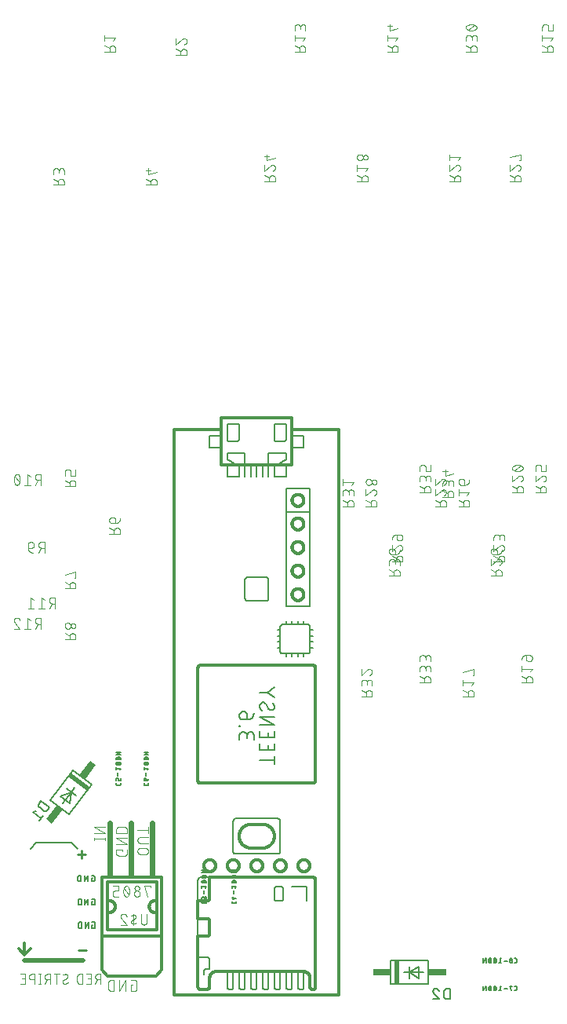
<source format=gbr>
G04 EAGLE Gerber RS-274X export*
G75*
%MOMM*%
%FSLAX34Y34*%
%LPD*%
%INSilkscreen Bottom*%
%IPPOS*%
%AMOC8*
5,1,8,0,0,1.08239X$1,22.5*%
G01*
%ADD10C,0.152400*%
%ADD11R,0.508000X2.540000*%
%ADD12R,1.905000X0.762000*%
%ADD13C,0.127000*%
%ADD14C,0.508000*%
%ADD15C,0.228600*%
%ADD16C,0.101600*%
%ADD17C,0.304800*%
%ADD18C,0.203200*%
%ADD19C,0.609600*%


D10*
X67517Y205472D02*
X91861Y238013D01*
X67517Y205472D02*
X47179Y220687D01*
X71523Y253228D01*
X91861Y238013D01*
X73324Y234435D02*
X69520Y229350D01*
X68519Y217411D02*
X58349Y225018D01*
X69520Y229350D02*
X68519Y217411D01*
X60391Y217147D02*
X69520Y229350D01*
X58349Y225018D01*
X64435Y233154D02*
X69520Y229350D01*
X74605Y225546D01*
D11*
G36*
X66198Y246109D02*
X69241Y250177D01*
X89578Y234963D01*
X86535Y230895D01*
X66198Y246109D01*
G37*
D12*
G36*
X42886Y200108D02*
X54296Y215361D01*
X60398Y210796D01*
X48988Y195543D01*
X42886Y200108D01*
G37*
G36*
X78642Y247904D02*
X90052Y263157D01*
X96154Y258592D01*
X84744Y243339D01*
X78642Y247904D01*
G37*
D13*
X46028Y212995D02*
X36876Y219842D01*
X34974Y217299D01*
X34909Y217209D01*
X34847Y217117D01*
X34789Y217023D01*
X34734Y216927D01*
X34682Y216829D01*
X34634Y216729D01*
X34589Y216627D01*
X34548Y216524D01*
X34510Y216420D01*
X34477Y216315D01*
X34446Y216208D01*
X34420Y216100D01*
X34397Y215992D01*
X34378Y215883D01*
X34363Y215773D01*
X34352Y215663D01*
X34345Y215552D01*
X34341Y215441D01*
X34342Y215331D01*
X34346Y215220D01*
X34354Y215109D01*
X34366Y214999D01*
X34382Y214889D01*
X34401Y214780D01*
X34425Y214672D01*
X34452Y214565D01*
X34483Y214458D01*
X34518Y214353D01*
X34556Y214249D01*
X34598Y214146D01*
X34643Y214045D01*
X34692Y213946D01*
X34744Y213848D01*
X34800Y213752D01*
X34859Y213658D01*
X34922Y213567D01*
X34987Y213477D01*
X35056Y213390D01*
X35127Y213306D01*
X35202Y213224D01*
X35279Y213144D01*
X35359Y213067D01*
X35441Y212994D01*
X35527Y212923D01*
X35614Y212855D01*
X39682Y209812D01*
X39772Y209747D01*
X39864Y209685D01*
X39958Y209627D01*
X40054Y209572D01*
X40152Y209520D01*
X40252Y209472D01*
X40354Y209427D01*
X40457Y209386D01*
X40561Y209348D01*
X40666Y209315D01*
X40773Y209284D01*
X40881Y209258D01*
X40989Y209235D01*
X41098Y209216D01*
X41208Y209201D01*
X41318Y209190D01*
X41429Y209183D01*
X41540Y209179D01*
X41651Y209180D01*
X41761Y209184D01*
X41872Y209192D01*
X41982Y209204D01*
X42092Y209220D01*
X42201Y209239D01*
X42309Y209263D01*
X42416Y209290D01*
X42523Y209321D01*
X42628Y209356D01*
X42732Y209394D01*
X42835Y209436D01*
X42936Y209481D01*
X43035Y209530D01*
X43133Y209582D01*
X43229Y209638D01*
X43323Y209697D01*
X43414Y209760D01*
X43504Y209825D01*
X43591Y209894D01*
X43675Y209965D01*
X43757Y210040D01*
X43837Y210117D01*
X43914Y210197D01*
X43987Y210279D01*
X44058Y210365D01*
X44126Y210452D01*
X46028Y212995D01*
X31835Y208863D02*
X27899Y207842D01*
X37051Y200995D01*
X38953Y203537D02*
X35149Y198453D01*
D14*
X19260Y47750D02*
X82760Y47750D01*
D10*
X70060Y174750D02*
X31960Y174750D01*
X70060Y174750D02*
X76410Y168400D01*
X31960Y174750D02*
X25610Y168400D01*
D13*
X91948Y86474D02*
X93007Y86474D01*
X91948Y86474D02*
X91948Y82946D01*
X94065Y82946D01*
X94139Y82948D01*
X94212Y82954D01*
X94286Y82963D01*
X94358Y82977D01*
X94430Y82994D01*
X94501Y83015D01*
X94571Y83040D01*
X94639Y83068D01*
X94706Y83100D01*
X94771Y83135D01*
X94833Y83174D01*
X94894Y83215D01*
X94953Y83260D01*
X95009Y83308D01*
X95063Y83359D01*
X95114Y83413D01*
X95162Y83469D01*
X95207Y83528D01*
X95248Y83589D01*
X95287Y83652D01*
X95322Y83716D01*
X95354Y83783D01*
X95382Y83851D01*
X95407Y83921D01*
X95428Y83992D01*
X95445Y84064D01*
X95459Y84136D01*
X95468Y84210D01*
X95474Y84283D01*
X95476Y84357D01*
X95476Y87885D01*
X95474Y87959D01*
X95468Y88032D01*
X95459Y88106D01*
X95445Y88178D01*
X95428Y88250D01*
X95407Y88321D01*
X95382Y88391D01*
X95354Y88459D01*
X95322Y88526D01*
X95287Y88590D01*
X95248Y88653D01*
X95207Y88714D01*
X95162Y88773D01*
X95114Y88829D01*
X95063Y88883D01*
X95009Y88934D01*
X94953Y88982D01*
X94894Y89027D01*
X94834Y89068D01*
X94771Y89107D01*
X94706Y89142D01*
X94639Y89174D01*
X94571Y89202D01*
X94501Y89227D01*
X94430Y89248D01*
X94358Y89265D01*
X94286Y89279D01*
X94213Y89288D01*
X94139Y89294D01*
X94065Y89296D01*
X91948Y89296D01*
X88161Y89296D02*
X88161Y82946D01*
X84633Y82946D02*
X88161Y89296D01*
X84633Y89296D02*
X84633Y82946D01*
X80846Y82946D02*
X80846Y89296D01*
X79082Y89296D01*
X79001Y89294D01*
X78919Y89288D01*
X78838Y89279D01*
X78758Y89266D01*
X78678Y89249D01*
X78599Y89229D01*
X78521Y89205D01*
X78445Y89177D01*
X78369Y89146D01*
X78296Y89111D01*
X78224Y89073D01*
X78153Y89032D01*
X78085Y88987D01*
X78019Y88940D01*
X77955Y88889D01*
X77894Y88836D01*
X77835Y88779D01*
X77778Y88720D01*
X77725Y88659D01*
X77674Y88595D01*
X77627Y88529D01*
X77582Y88461D01*
X77541Y88390D01*
X77503Y88318D01*
X77468Y88245D01*
X77437Y88169D01*
X77409Y88093D01*
X77385Y88015D01*
X77365Y87936D01*
X77348Y87856D01*
X77335Y87776D01*
X77326Y87695D01*
X77320Y87613D01*
X77318Y87532D01*
X77318Y84710D01*
X77320Y84629D01*
X77326Y84547D01*
X77335Y84466D01*
X77348Y84386D01*
X77365Y84306D01*
X77385Y84227D01*
X77409Y84149D01*
X77437Y84073D01*
X77468Y83997D01*
X77503Y83924D01*
X77541Y83852D01*
X77582Y83781D01*
X77627Y83713D01*
X77674Y83647D01*
X77725Y83583D01*
X77778Y83522D01*
X77835Y83463D01*
X77894Y83406D01*
X77955Y83353D01*
X78019Y83302D01*
X78085Y83255D01*
X78153Y83210D01*
X78224Y83169D01*
X78296Y83131D01*
X78369Y83096D01*
X78445Y83065D01*
X78521Y83037D01*
X78599Y83013D01*
X78678Y82993D01*
X78758Y82976D01*
X78838Y82963D01*
X78919Y82954D01*
X79001Y82948D01*
X79082Y82946D01*
X80846Y82946D01*
X91675Y111689D02*
X92734Y111689D01*
X91675Y111689D02*
X91675Y108161D01*
X93792Y108161D01*
X93866Y108163D01*
X93939Y108169D01*
X94013Y108178D01*
X94085Y108192D01*
X94157Y108209D01*
X94228Y108230D01*
X94298Y108255D01*
X94366Y108283D01*
X94433Y108315D01*
X94498Y108350D01*
X94560Y108389D01*
X94621Y108430D01*
X94680Y108475D01*
X94736Y108523D01*
X94790Y108574D01*
X94841Y108628D01*
X94889Y108684D01*
X94934Y108743D01*
X94975Y108804D01*
X95014Y108867D01*
X95049Y108931D01*
X95081Y108998D01*
X95109Y109066D01*
X95134Y109136D01*
X95155Y109207D01*
X95172Y109279D01*
X95186Y109351D01*
X95195Y109425D01*
X95201Y109498D01*
X95203Y109572D01*
X95203Y113100D01*
X95201Y113174D01*
X95195Y113247D01*
X95186Y113321D01*
X95172Y113393D01*
X95155Y113465D01*
X95134Y113536D01*
X95109Y113606D01*
X95081Y113674D01*
X95049Y113741D01*
X95014Y113805D01*
X94975Y113868D01*
X94934Y113929D01*
X94889Y113988D01*
X94841Y114044D01*
X94790Y114098D01*
X94736Y114149D01*
X94680Y114197D01*
X94621Y114242D01*
X94561Y114283D01*
X94498Y114322D01*
X94433Y114357D01*
X94366Y114389D01*
X94298Y114417D01*
X94228Y114442D01*
X94157Y114463D01*
X94085Y114480D01*
X94013Y114494D01*
X93940Y114503D01*
X93866Y114509D01*
X93792Y114511D01*
X91675Y114511D01*
X87888Y114511D02*
X87888Y108161D01*
X84360Y108161D02*
X87888Y114511D01*
X84360Y114511D02*
X84360Y108161D01*
X80573Y108161D02*
X80573Y114511D01*
X78809Y114511D01*
X78728Y114509D01*
X78646Y114503D01*
X78565Y114494D01*
X78485Y114481D01*
X78405Y114464D01*
X78326Y114444D01*
X78248Y114420D01*
X78172Y114392D01*
X78096Y114361D01*
X78023Y114326D01*
X77951Y114288D01*
X77880Y114247D01*
X77812Y114202D01*
X77746Y114155D01*
X77682Y114104D01*
X77621Y114051D01*
X77562Y113994D01*
X77505Y113935D01*
X77452Y113874D01*
X77401Y113810D01*
X77354Y113744D01*
X77309Y113676D01*
X77268Y113605D01*
X77230Y113533D01*
X77195Y113460D01*
X77164Y113384D01*
X77136Y113308D01*
X77112Y113230D01*
X77092Y113151D01*
X77075Y113071D01*
X77062Y112991D01*
X77053Y112910D01*
X77047Y112828D01*
X77045Y112747D01*
X77045Y109925D01*
X77047Y109844D01*
X77053Y109762D01*
X77062Y109681D01*
X77075Y109601D01*
X77092Y109521D01*
X77112Y109442D01*
X77136Y109364D01*
X77164Y109288D01*
X77195Y109212D01*
X77230Y109139D01*
X77268Y109067D01*
X77309Y108996D01*
X77354Y108928D01*
X77401Y108862D01*
X77452Y108798D01*
X77505Y108737D01*
X77562Y108678D01*
X77621Y108621D01*
X77682Y108568D01*
X77746Y108517D01*
X77812Y108470D01*
X77880Y108425D01*
X77951Y108384D01*
X78023Y108346D01*
X78096Y108311D01*
X78172Y108280D01*
X78248Y108252D01*
X78326Y108228D01*
X78405Y108208D01*
X78485Y108191D01*
X78565Y108178D01*
X78646Y108169D01*
X78728Y108163D01*
X78809Y108161D01*
X80573Y108161D01*
X91403Y136903D02*
X92461Y136903D01*
X91403Y136903D02*
X91403Y133376D01*
X93519Y133376D01*
X93593Y133378D01*
X93666Y133384D01*
X93740Y133393D01*
X93812Y133407D01*
X93884Y133424D01*
X93955Y133445D01*
X94025Y133470D01*
X94093Y133498D01*
X94160Y133530D01*
X94225Y133565D01*
X94287Y133604D01*
X94348Y133645D01*
X94407Y133690D01*
X94463Y133738D01*
X94517Y133789D01*
X94568Y133843D01*
X94616Y133899D01*
X94661Y133958D01*
X94702Y134019D01*
X94741Y134082D01*
X94776Y134146D01*
X94808Y134213D01*
X94836Y134281D01*
X94861Y134351D01*
X94882Y134422D01*
X94899Y134494D01*
X94913Y134566D01*
X94922Y134640D01*
X94928Y134713D01*
X94930Y134787D01*
X94930Y138314D01*
X94928Y138388D01*
X94922Y138461D01*
X94913Y138535D01*
X94899Y138607D01*
X94882Y138679D01*
X94861Y138750D01*
X94836Y138820D01*
X94808Y138888D01*
X94776Y138955D01*
X94741Y139019D01*
X94702Y139082D01*
X94661Y139143D01*
X94616Y139202D01*
X94568Y139258D01*
X94517Y139312D01*
X94463Y139363D01*
X94407Y139411D01*
X94348Y139456D01*
X94288Y139497D01*
X94225Y139536D01*
X94160Y139571D01*
X94093Y139603D01*
X94025Y139631D01*
X93955Y139656D01*
X93884Y139677D01*
X93812Y139694D01*
X93740Y139708D01*
X93667Y139717D01*
X93593Y139723D01*
X93519Y139725D01*
X93519Y139726D02*
X91403Y139726D01*
X87615Y139726D02*
X87615Y133376D01*
X84087Y133376D02*
X87615Y139726D01*
X84087Y139726D02*
X84087Y133376D01*
X80300Y133376D02*
X80300Y139726D01*
X78536Y139726D01*
X78455Y139724D01*
X78373Y139718D01*
X78292Y139709D01*
X78212Y139696D01*
X78132Y139679D01*
X78053Y139659D01*
X77975Y139635D01*
X77899Y139607D01*
X77823Y139576D01*
X77750Y139541D01*
X77678Y139503D01*
X77607Y139462D01*
X77539Y139417D01*
X77473Y139370D01*
X77409Y139319D01*
X77348Y139266D01*
X77289Y139209D01*
X77232Y139150D01*
X77179Y139089D01*
X77128Y139025D01*
X77081Y138959D01*
X77036Y138891D01*
X76995Y138820D01*
X76957Y138748D01*
X76922Y138675D01*
X76891Y138599D01*
X76863Y138523D01*
X76839Y138445D01*
X76819Y138366D01*
X76802Y138286D01*
X76789Y138206D01*
X76780Y138125D01*
X76774Y138043D01*
X76772Y137962D01*
X76772Y135139D01*
X76774Y135058D01*
X76780Y134976D01*
X76789Y134895D01*
X76802Y134815D01*
X76819Y134735D01*
X76839Y134656D01*
X76863Y134578D01*
X76891Y134502D01*
X76922Y134426D01*
X76957Y134353D01*
X76995Y134281D01*
X77036Y134210D01*
X77081Y134142D01*
X77128Y134076D01*
X77179Y134012D01*
X77232Y133951D01*
X77289Y133892D01*
X77348Y133835D01*
X77409Y133782D01*
X77473Y133731D01*
X77539Y133684D01*
X77607Y133639D01*
X77678Y133598D01*
X77750Y133560D01*
X77823Y133525D01*
X77899Y133494D01*
X77975Y133466D01*
X78053Y133442D01*
X78132Y133422D01*
X78212Y133405D01*
X78292Y133392D01*
X78373Y133383D01*
X78455Y133377D01*
X78536Y133375D01*
X78536Y133376D02*
X80300Y133376D01*
D15*
X80927Y157827D02*
X80927Y166463D01*
X76609Y162145D02*
X85245Y162145D01*
X86189Y59008D02*
X77553Y59008D01*
D16*
X101302Y33272D02*
X101302Y22858D01*
X101302Y33272D02*
X98409Y33272D01*
X98302Y33270D01*
X98195Y33264D01*
X98089Y33254D01*
X97983Y33240D01*
X97877Y33223D01*
X97773Y33201D01*
X97669Y33176D01*
X97566Y33146D01*
X97464Y33113D01*
X97364Y33077D01*
X97265Y33036D01*
X97168Y32992D01*
X97072Y32944D01*
X96978Y32893D01*
X96886Y32839D01*
X96796Y32781D01*
X96709Y32719D01*
X96623Y32655D01*
X96540Y32588D01*
X96460Y32517D01*
X96382Y32443D01*
X96307Y32367D01*
X96235Y32288D01*
X96166Y32207D01*
X96100Y32122D01*
X96037Y32036D01*
X95978Y31947D01*
X95922Y31856D01*
X95869Y31763D01*
X95819Y31669D01*
X95773Y31572D01*
X95731Y31474D01*
X95693Y31374D01*
X95658Y31273D01*
X95626Y31171D01*
X95599Y31067D01*
X95576Y30963D01*
X95556Y30858D01*
X95540Y30752D01*
X95528Y30646D01*
X95520Y30539D01*
X95516Y30432D01*
X95516Y30326D01*
X95520Y30219D01*
X95528Y30112D01*
X95540Y30006D01*
X95556Y29900D01*
X95576Y29795D01*
X95599Y29691D01*
X95626Y29587D01*
X95658Y29485D01*
X95693Y29384D01*
X95731Y29284D01*
X95773Y29186D01*
X95819Y29089D01*
X95869Y28995D01*
X95922Y28902D01*
X95978Y28811D01*
X96037Y28722D01*
X96100Y28636D01*
X96166Y28551D01*
X96235Y28470D01*
X96307Y28391D01*
X96382Y28315D01*
X96460Y28241D01*
X96540Y28170D01*
X96623Y28103D01*
X96709Y28039D01*
X96796Y27977D01*
X96886Y27919D01*
X96978Y27865D01*
X97072Y27814D01*
X97168Y27766D01*
X97265Y27722D01*
X97364Y27681D01*
X97464Y27645D01*
X97566Y27612D01*
X97669Y27582D01*
X97773Y27557D01*
X97877Y27535D01*
X97983Y27518D01*
X98089Y27504D01*
X98195Y27494D01*
X98302Y27488D01*
X98409Y27486D01*
X101302Y27486D01*
X97831Y27486D02*
X95516Y22858D01*
X90721Y22858D02*
X86092Y22858D01*
X90721Y22858D02*
X90721Y33272D01*
X86092Y33272D01*
X87249Y28644D02*
X90721Y28644D01*
X81827Y33272D02*
X81827Y22858D01*
X81827Y33272D02*
X78934Y33272D01*
X78828Y33270D01*
X78723Y33264D01*
X78618Y33255D01*
X78513Y33241D01*
X78409Y33224D01*
X78305Y33203D01*
X78202Y33178D01*
X78101Y33149D01*
X78000Y33117D01*
X77901Y33081D01*
X77803Y33042D01*
X77706Y32998D01*
X77611Y32952D01*
X77518Y32902D01*
X77427Y32848D01*
X77338Y32792D01*
X77251Y32732D01*
X77166Y32669D01*
X77083Y32603D01*
X77003Y32534D01*
X76926Y32462D01*
X76851Y32387D01*
X76779Y32310D01*
X76710Y32230D01*
X76644Y32147D01*
X76581Y32062D01*
X76521Y31975D01*
X76465Y31886D01*
X76411Y31795D01*
X76361Y31702D01*
X76315Y31607D01*
X76271Y31510D01*
X76232Y31412D01*
X76196Y31313D01*
X76164Y31212D01*
X76135Y31111D01*
X76110Y31008D01*
X76089Y30905D01*
X76072Y30800D01*
X76058Y30695D01*
X76049Y30590D01*
X76043Y30485D01*
X76041Y30379D01*
X76041Y25751D01*
X76043Y25645D01*
X76049Y25540D01*
X76058Y25435D01*
X76072Y25330D01*
X76089Y25226D01*
X76110Y25122D01*
X76135Y25019D01*
X76164Y24918D01*
X76196Y24817D01*
X76232Y24718D01*
X76271Y24620D01*
X76315Y24523D01*
X76361Y24428D01*
X76411Y24335D01*
X76465Y24244D01*
X76521Y24155D01*
X76581Y24068D01*
X76644Y23983D01*
X76710Y23900D01*
X76779Y23820D01*
X76851Y23743D01*
X76926Y23668D01*
X77003Y23596D01*
X77083Y23527D01*
X77166Y23461D01*
X77251Y23398D01*
X77338Y23338D01*
X77427Y23282D01*
X77518Y23228D01*
X77611Y23178D01*
X77706Y23132D01*
X77803Y23088D01*
X77901Y23049D01*
X78000Y23013D01*
X78101Y22981D01*
X78202Y22952D01*
X78305Y22927D01*
X78409Y22906D01*
X78513Y22889D01*
X78618Y22875D01*
X78723Y22866D01*
X78828Y22860D01*
X78934Y22858D01*
X81827Y22858D01*
X62582Y22858D02*
X62489Y22860D01*
X62396Y22866D01*
X62303Y22875D01*
X62211Y22888D01*
X62119Y22905D01*
X62028Y22925D01*
X61938Y22949D01*
X61849Y22977D01*
X61761Y23008D01*
X61675Y23043D01*
X61590Y23081D01*
X61507Y23123D01*
X61425Y23168D01*
X61345Y23216D01*
X61267Y23268D01*
X61192Y23322D01*
X61119Y23380D01*
X61048Y23440D01*
X60979Y23503D01*
X60913Y23569D01*
X60850Y23638D01*
X60790Y23709D01*
X60732Y23782D01*
X60678Y23857D01*
X60626Y23935D01*
X60578Y24015D01*
X60533Y24097D01*
X60491Y24180D01*
X60453Y24265D01*
X60418Y24351D01*
X60387Y24439D01*
X60359Y24528D01*
X60335Y24618D01*
X60315Y24709D01*
X60298Y24801D01*
X60285Y24893D01*
X60276Y24986D01*
X60270Y25079D01*
X60268Y25172D01*
X62582Y22858D02*
X62720Y22860D01*
X62858Y22866D01*
X62995Y22875D01*
X63132Y22889D01*
X63269Y22907D01*
X63405Y22928D01*
X63541Y22953D01*
X63676Y22982D01*
X63810Y23015D01*
X63942Y23051D01*
X64074Y23091D01*
X64205Y23135D01*
X64334Y23183D01*
X64462Y23234D01*
X64589Y23289D01*
X64714Y23347D01*
X64837Y23409D01*
X64958Y23474D01*
X65078Y23543D01*
X65195Y23615D01*
X65311Y23690D01*
X65424Y23769D01*
X65535Y23851D01*
X65644Y23936D01*
X65750Y24023D01*
X65854Y24114D01*
X65955Y24208D01*
X66053Y24304D01*
X65764Y30958D02*
X65762Y31051D01*
X65756Y31144D01*
X65747Y31237D01*
X65734Y31329D01*
X65717Y31421D01*
X65697Y31512D01*
X65673Y31602D01*
X65645Y31691D01*
X65614Y31779D01*
X65579Y31865D01*
X65541Y31950D01*
X65499Y32033D01*
X65454Y32115D01*
X65406Y32195D01*
X65354Y32273D01*
X65300Y32348D01*
X65242Y32421D01*
X65182Y32492D01*
X65119Y32561D01*
X65053Y32627D01*
X64984Y32690D01*
X64913Y32750D01*
X64840Y32808D01*
X64765Y32862D01*
X64687Y32914D01*
X64607Y32962D01*
X64525Y33007D01*
X64442Y33049D01*
X64357Y33087D01*
X64271Y33122D01*
X64183Y33153D01*
X64094Y33181D01*
X64004Y33205D01*
X63913Y33225D01*
X63821Y33242D01*
X63729Y33255D01*
X63636Y33264D01*
X63543Y33270D01*
X63450Y33272D01*
X63323Y33270D01*
X63196Y33265D01*
X63070Y33255D01*
X62943Y33242D01*
X62818Y33226D01*
X62692Y33205D01*
X62568Y33181D01*
X62444Y33154D01*
X62321Y33123D01*
X62199Y33088D01*
X62078Y33049D01*
X61958Y33007D01*
X61840Y32962D01*
X61722Y32913D01*
X61607Y32861D01*
X61493Y32805D01*
X61380Y32747D01*
X61270Y32684D01*
X61161Y32619D01*
X61054Y32550D01*
X60949Y32479D01*
X60847Y32404D01*
X64607Y28933D02*
X64687Y28983D01*
X64765Y29035D01*
X64840Y29090D01*
X64914Y29149D01*
X64985Y29210D01*
X65053Y29274D01*
X65119Y29341D01*
X65183Y29411D01*
X65243Y29482D01*
X65300Y29557D01*
X65355Y29633D01*
X65406Y29712D01*
X65454Y29792D01*
X65499Y29874D01*
X65541Y29959D01*
X65579Y30044D01*
X65614Y30131D01*
X65645Y30220D01*
X65673Y30310D01*
X65697Y30400D01*
X65717Y30492D01*
X65734Y30584D01*
X65747Y30677D01*
X65757Y30771D01*
X65762Y30864D01*
X65764Y30958D01*
X61425Y27197D02*
X61345Y27147D01*
X61267Y27095D01*
X61191Y27040D01*
X61118Y26981D01*
X61047Y26920D01*
X60979Y26856D01*
X60913Y26789D01*
X60849Y26719D01*
X60789Y26648D01*
X60732Y26573D01*
X60677Y26497D01*
X60626Y26418D01*
X60578Y26338D01*
X60533Y26256D01*
X60491Y26171D01*
X60453Y26086D01*
X60418Y25999D01*
X60387Y25910D01*
X60359Y25820D01*
X60335Y25730D01*
X60315Y25638D01*
X60298Y25546D01*
X60285Y25453D01*
X60275Y25359D01*
X60270Y25266D01*
X60268Y25172D01*
X61425Y27197D02*
X64607Y28933D01*
X53902Y33272D02*
X53902Y22858D01*
X56795Y33272D02*
X51010Y33272D01*
X46781Y33272D02*
X46781Y22858D01*
X46781Y33272D02*
X43888Y33272D01*
X43781Y33270D01*
X43674Y33264D01*
X43568Y33254D01*
X43462Y33240D01*
X43356Y33223D01*
X43252Y33201D01*
X43148Y33176D01*
X43045Y33146D01*
X42943Y33113D01*
X42843Y33077D01*
X42744Y33036D01*
X42647Y32992D01*
X42551Y32944D01*
X42457Y32893D01*
X42365Y32839D01*
X42275Y32781D01*
X42188Y32719D01*
X42102Y32655D01*
X42019Y32588D01*
X41939Y32517D01*
X41861Y32443D01*
X41786Y32367D01*
X41714Y32288D01*
X41645Y32207D01*
X41579Y32122D01*
X41516Y32036D01*
X41457Y31947D01*
X41401Y31856D01*
X41348Y31763D01*
X41298Y31669D01*
X41252Y31572D01*
X41210Y31474D01*
X41172Y31374D01*
X41137Y31273D01*
X41105Y31171D01*
X41078Y31067D01*
X41055Y30963D01*
X41035Y30858D01*
X41019Y30752D01*
X41007Y30646D01*
X40999Y30539D01*
X40995Y30432D01*
X40995Y30326D01*
X40999Y30219D01*
X41007Y30112D01*
X41019Y30006D01*
X41035Y29900D01*
X41055Y29795D01*
X41078Y29691D01*
X41105Y29587D01*
X41137Y29485D01*
X41172Y29384D01*
X41210Y29284D01*
X41252Y29186D01*
X41298Y29089D01*
X41348Y28995D01*
X41401Y28902D01*
X41457Y28811D01*
X41516Y28722D01*
X41579Y28636D01*
X41645Y28551D01*
X41714Y28470D01*
X41786Y28391D01*
X41861Y28315D01*
X41939Y28241D01*
X42019Y28170D01*
X42102Y28103D01*
X42188Y28039D01*
X42275Y27977D01*
X42365Y27919D01*
X42457Y27865D01*
X42551Y27814D01*
X42647Y27766D01*
X42744Y27722D01*
X42843Y27681D01*
X42943Y27645D01*
X43045Y27612D01*
X43148Y27582D01*
X43252Y27557D01*
X43356Y27535D01*
X43462Y27518D01*
X43568Y27504D01*
X43674Y27494D01*
X43781Y27488D01*
X43888Y27486D01*
X46781Y27486D01*
X43310Y27486D02*
X40996Y22858D01*
X35729Y22858D02*
X35729Y33272D01*
X36886Y22858D02*
X34572Y22858D01*
X34572Y33272D02*
X36886Y33272D01*
X29888Y33272D02*
X29888Y22858D01*
X29888Y33272D02*
X26995Y33272D01*
X26888Y33270D01*
X26781Y33264D01*
X26675Y33254D01*
X26569Y33240D01*
X26463Y33223D01*
X26359Y33201D01*
X26255Y33176D01*
X26152Y33146D01*
X26050Y33113D01*
X25950Y33077D01*
X25851Y33036D01*
X25754Y32992D01*
X25658Y32944D01*
X25564Y32893D01*
X25472Y32839D01*
X25382Y32781D01*
X25295Y32719D01*
X25209Y32655D01*
X25126Y32588D01*
X25046Y32517D01*
X24968Y32443D01*
X24893Y32367D01*
X24821Y32288D01*
X24752Y32207D01*
X24686Y32122D01*
X24623Y32036D01*
X24564Y31947D01*
X24508Y31856D01*
X24455Y31763D01*
X24405Y31669D01*
X24359Y31572D01*
X24317Y31474D01*
X24279Y31374D01*
X24244Y31273D01*
X24212Y31171D01*
X24185Y31067D01*
X24162Y30963D01*
X24142Y30858D01*
X24126Y30752D01*
X24114Y30646D01*
X24106Y30539D01*
X24102Y30432D01*
X24102Y30326D01*
X24106Y30219D01*
X24114Y30112D01*
X24126Y30006D01*
X24142Y29900D01*
X24162Y29795D01*
X24185Y29691D01*
X24212Y29587D01*
X24244Y29485D01*
X24279Y29384D01*
X24317Y29284D01*
X24359Y29186D01*
X24405Y29089D01*
X24455Y28995D01*
X24508Y28902D01*
X24564Y28811D01*
X24623Y28722D01*
X24686Y28636D01*
X24752Y28551D01*
X24821Y28470D01*
X24893Y28391D01*
X24968Y28315D01*
X25046Y28241D01*
X25126Y28170D01*
X25209Y28103D01*
X25295Y28039D01*
X25382Y27977D01*
X25472Y27919D01*
X25564Y27865D01*
X25658Y27814D01*
X25754Y27766D01*
X25851Y27722D01*
X25950Y27681D01*
X26050Y27645D01*
X26152Y27612D01*
X26255Y27582D01*
X26359Y27557D01*
X26463Y27535D01*
X26569Y27518D01*
X26675Y27504D01*
X26781Y27494D01*
X26888Y27488D01*
X26995Y27486D01*
X29888Y27486D01*
X19741Y22858D02*
X15112Y22858D01*
X19741Y22858D02*
X19741Y33272D01*
X15112Y33272D01*
X16269Y28644D02*
X19741Y28644D01*
D17*
X19260Y54100D02*
X19260Y66800D01*
X25610Y60450D02*
X19260Y54100D01*
X12910Y60450D01*
X181060Y10510D02*
X181060Y620110D01*
X358860Y620110D02*
X358860Y10510D01*
X333460Y241650D02*
X333460Y363570D01*
X333458Y363670D01*
X333452Y363769D01*
X333442Y363869D01*
X333429Y363967D01*
X333411Y364066D01*
X333390Y364163D01*
X333365Y364259D01*
X333336Y364355D01*
X333303Y364449D01*
X333267Y364542D01*
X333227Y364633D01*
X333183Y364723D01*
X333136Y364811D01*
X333086Y364897D01*
X333032Y364981D01*
X332975Y365063D01*
X332915Y365142D01*
X332851Y365220D01*
X332785Y365294D01*
X332716Y365366D01*
X332644Y365435D01*
X332570Y365501D01*
X332492Y365565D01*
X332413Y365625D01*
X332331Y365682D01*
X332247Y365736D01*
X332161Y365786D01*
X332073Y365833D01*
X331983Y365877D01*
X331892Y365917D01*
X331799Y365953D01*
X331705Y365986D01*
X331609Y366015D01*
X331513Y366040D01*
X331416Y366061D01*
X331317Y366079D01*
X331219Y366092D01*
X331119Y366102D01*
X331020Y366108D01*
X330920Y366110D01*
X209000Y366110D01*
X208900Y366108D01*
X208801Y366102D01*
X208701Y366092D01*
X208603Y366079D01*
X208504Y366061D01*
X208407Y366040D01*
X208311Y366015D01*
X208215Y365986D01*
X208121Y365953D01*
X208028Y365917D01*
X207937Y365877D01*
X207847Y365833D01*
X207759Y365786D01*
X207673Y365736D01*
X207589Y365682D01*
X207507Y365625D01*
X207428Y365565D01*
X207350Y365501D01*
X207276Y365435D01*
X207204Y365366D01*
X207135Y365294D01*
X207069Y365220D01*
X207005Y365142D01*
X206945Y365063D01*
X206888Y364981D01*
X206834Y364897D01*
X206784Y364811D01*
X206737Y364723D01*
X206693Y364633D01*
X206653Y364542D01*
X206617Y364449D01*
X206584Y364355D01*
X206555Y364259D01*
X206530Y364163D01*
X206509Y364066D01*
X206491Y363967D01*
X206478Y363869D01*
X206468Y363769D01*
X206462Y363670D01*
X206460Y363570D01*
X206460Y241650D01*
X206462Y241550D01*
X206468Y241451D01*
X206478Y241351D01*
X206491Y241253D01*
X206509Y241154D01*
X206530Y241057D01*
X206555Y240961D01*
X206584Y240865D01*
X206617Y240771D01*
X206653Y240678D01*
X206693Y240587D01*
X206737Y240497D01*
X206784Y240409D01*
X206834Y240323D01*
X206888Y240239D01*
X206945Y240157D01*
X207005Y240078D01*
X207069Y240000D01*
X207135Y239926D01*
X207204Y239854D01*
X207276Y239785D01*
X207350Y239719D01*
X207428Y239655D01*
X207507Y239595D01*
X207589Y239538D01*
X207673Y239484D01*
X207759Y239434D01*
X207847Y239387D01*
X207937Y239343D01*
X208028Y239303D01*
X208121Y239267D01*
X208215Y239234D01*
X208311Y239205D01*
X208407Y239180D01*
X208504Y239159D01*
X208603Y239141D01*
X208701Y239128D01*
X208801Y239118D01*
X208900Y239112D01*
X209000Y239110D01*
X330920Y239110D01*
X331020Y239112D01*
X331119Y239118D01*
X331219Y239128D01*
X331317Y239141D01*
X331416Y239159D01*
X331513Y239180D01*
X331609Y239205D01*
X331705Y239234D01*
X331799Y239267D01*
X331892Y239303D01*
X331983Y239343D01*
X332073Y239387D01*
X332161Y239434D01*
X332247Y239484D01*
X332331Y239538D01*
X332413Y239595D01*
X332492Y239655D01*
X332570Y239719D01*
X332644Y239785D01*
X332716Y239854D01*
X332785Y239926D01*
X332851Y240000D01*
X332915Y240078D01*
X332975Y240157D01*
X333032Y240239D01*
X333086Y240323D01*
X333136Y240409D01*
X333183Y240497D01*
X333227Y240587D01*
X333267Y240678D01*
X333303Y240771D01*
X333336Y240865D01*
X333365Y240961D01*
X333390Y241057D01*
X333411Y241154D01*
X333429Y241253D01*
X333442Y241351D01*
X333452Y241451D01*
X333458Y241550D01*
X333460Y241650D01*
X358860Y10510D02*
X181060Y10510D01*
X231860Y582010D02*
X231860Y601060D01*
X231860Y613760D01*
X231860Y620110D01*
X231860Y632810D01*
X308060Y632810D01*
X308060Y620110D01*
X308060Y613760D01*
X308060Y601060D01*
X308060Y582010D01*
X301710Y582010D01*
X292185Y582010D01*
X289010Y582010D01*
X282660Y582010D01*
X276310Y582010D01*
X269960Y582010D01*
X263610Y582010D01*
X257260Y582010D01*
X250910Y582010D01*
X247735Y582010D01*
X238210Y582010D01*
X231860Y582010D01*
X231860Y620110D02*
X181060Y620110D01*
X308060Y620110D02*
X358860Y620110D01*
D13*
X219160Y137510D02*
X209000Y137510D01*
X208900Y137508D01*
X208801Y137502D01*
X208701Y137492D01*
X208603Y137479D01*
X208504Y137461D01*
X208407Y137440D01*
X208311Y137415D01*
X208215Y137386D01*
X208121Y137353D01*
X208028Y137317D01*
X207937Y137277D01*
X207847Y137233D01*
X207759Y137186D01*
X207673Y137136D01*
X207589Y137082D01*
X207507Y137025D01*
X207428Y136965D01*
X207350Y136901D01*
X207276Y136835D01*
X207204Y136766D01*
X207135Y136694D01*
X207069Y136620D01*
X207005Y136542D01*
X206945Y136463D01*
X206888Y136381D01*
X206834Y136297D01*
X206784Y136211D01*
X206737Y136123D01*
X206693Y136033D01*
X206653Y135942D01*
X206617Y135849D01*
X206584Y135755D01*
X206555Y135659D01*
X206530Y135563D01*
X206509Y135466D01*
X206491Y135367D01*
X206478Y135269D01*
X206468Y135169D01*
X206462Y135070D01*
X206460Y134970D01*
X206460Y112110D01*
D17*
X206460Y93060D01*
D13*
X206460Y74010D01*
D17*
X206460Y51785D01*
X206460Y19400D01*
X206462Y19300D01*
X206468Y19201D01*
X206478Y19101D01*
X206491Y19003D01*
X206509Y18904D01*
X206530Y18807D01*
X206555Y18711D01*
X206584Y18615D01*
X206617Y18521D01*
X206653Y18428D01*
X206693Y18337D01*
X206737Y18247D01*
X206784Y18159D01*
X206834Y18073D01*
X206888Y17989D01*
X206945Y17907D01*
X207005Y17828D01*
X207069Y17750D01*
X207135Y17676D01*
X207204Y17604D01*
X207276Y17535D01*
X207350Y17469D01*
X207428Y17405D01*
X207507Y17345D01*
X207589Y17288D01*
X207673Y17234D01*
X207759Y17184D01*
X207847Y17137D01*
X207937Y17093D01*
X208028Y17053D01*
X208121Y17017D01*
X208215Y16984D01*
X208311Y16955D01*
X208407Y16930D01*
X208504Y16909D01*
X208603Y16891D01*
X208701Y16878D01*
X208801Y16868D01*
X208900Y16862D01*
X209000Y16860D01*
X215985Y16860D01*
X216096Y16862D01*
X216206Y16868D01*
X216317Y16877D01*
X216427Y16891D01*
X216536Y16908D01*
X216645Y16929D01*
X216753Y16954D01*
X216860Y16983D01*
X216966Y17015D01*
X217071Y17051D01*
X217174Y17091D01*
X217276Y17134D01*
X217377Y17181D01*
X217476Y17232D01*
X217572Y17285D01*
X217667Y17342D01*
X217760Y17403D01*
X217851Y17466D01*
X217940Y17533D01*
X218026Y17603D01*
X218109Y17676D01*
X218191Y17751D01*
X218269Y17829D01*
X218344Y17911D01*
X218417Y17994D01*
X218487Y18080D01*
X218554Y18169D01*
X218617Y18260D01*
X218678Y18353D01*
X218735Y18447D01*
X218788Y18544D01*
X218839Y18643D01*
X218886Y18744D01*
X218929Y18846D01*
X218969Y18949D01*
X219005Y19054D01*
X219037Y19160D01*
X219066Y19267D01*
X219091Y19375D01*
X219112Y19484D01*
X219129Y19593D01*
X219143Y19703D01*
X219152Y19814D01*
X219158Y19924D01*
X219160Y20035D01*
X219160Y29560D01*
X219162Y29718D01*
X219168Y29877D01*
X219178Y30035D01*
X219192Y30192D01*
X219209Y30350D01*
X219231Y30506D01*
X219256Y30663D01*
X219286Y30818D01*
X219319Y30973D01*
X219356Y31127D01*
X219397Y31280D01*
X219442Y31432D01*
X219491Y31582D01*
X219543Y31732D01*
X219599Y31880D01*
X219659Y32027D01*
X219722Y32172D01*
X219789Y32315D01*
X219859Y32457D01*
X219933Y32597D01*
X220011Y32735D01*
X220092Y32871D01*
X220176Y33005D01*
X220263Y33137D01*
X220354Y33267D01*
X220448Y33394D01*
X220545Y33519D01*
X220646Y33642D01*
X220749Y33762D01*
X220855Y33879D01*
X220964Y33994D01*
X221076Y34106D01*
X221191Y34215D01*
X221308Y34321D01*
X221428Y34424D01*
X221551Y34525D01*
X221676Y34622D01*
X221803Y34716D01*
X221933Y34807D01*
X222065Y34894D01*
X222199Y34978D01*
X222335Y35059D01*
X222473Y35137D01*
X222613Y35211D01*
X222755Y35281D01*
X222898Y35348D01*
X223043Y35411D01*
X223190Y35471D01*
X223338Y35527D01*
X223488Y35579D01*
X223638Y35628D01*
X223790Y35673D01*
X223943Y35714D01*
X224097Y35751D01*
X224252Y35784D01*
X224407Y35814D01*
X224564Y35839D01*
X224720Y35861D01*
X224878Y35878D01*
X225035Y35892D01*
X225193Y35902D01*
X225352Y35908D01*
X225510Y35910D01*
X238210Y35910D01*
X244560Y35910D01*
X250910Y35910D01*
X257260Y35910D01*
X263610Y35910D01*
X269960Y35910D01*
X276310Y35910D01*
X282660Y35910D01*
X289010Y35910D01*
X295360Y35910D01*
X301710Y35910D01*
X308060Y35910D01*
X314410Y35910D01*
X320760Y35910D01*
X320918Y35908D01*
X321077Y35902D01*
X321235Y35892D01*
X321392Y35878D01*
X321550Y35861D01*
X321706Y35839D01*
X321863Y35814D01*
X322018Y35784D01*
X322173Y35751D01*
X322327Y35714D01*
X322480Y35673D01*
X322632Y35628D01*
X322782Y35579D01*
X322932Y35527D01*
X323080Y35471D01*
X323227Y35411D01*
X323372Y35348D01*
X323515Y35281D01*
X323657Y35211D01*
X323797Y35137D01*
X323935Y35059D01*
X324071Y34978D01*
X324205Y34894D01*
X324337Y34807D01*
X324467Y34716D01*
X324594Y34622D01*
X324719Y34525D01*
X324842Y34424D01*
X324962Y34321D01*
X325079Y34215D01*
X325194Y34106D01*
X325306Y33994D01*
X325415Y33879D01*
X325521Y33762D01*
X325624Y33642D01*
X325725Y33519D01*
X325822Y33394D01*
X325916Y33267D01*
X326007Y33137D01*
X326094Y33005D01*
X326178Y32871D01*
X326259Y32735D01*
X326337Y32597D01*
X326411Y32457D01*
X326481Y32315D01*
X326548Y32172D01*
X326611Y32027D01*
X326671Y31880D01*
X326727Y31732D01*
X326779Y31582D01*
X326828Y31432D01*
X326873Y31280D01*
X326914Y31127D01*
X326951Y30973D01*
X326984Y30818D01*
X327014Y30663D01*
X327039Y30506D01*
X327061Y30350D01*
X327078Y30192D01*
X327092Y30035D01*
X327102Y29877D01*
X327108Y29718D01*
X327110Y29560D01*
X327110Y20035D01*
X327112Y19924D01*
X327118Y19814D01*
X327127Y19703D01*
X327141Y19593D01*
X327158Y19484D01*
X327179Y19375D01*
X327204Y19267D01*
X327233Y19160D01*
X327265Y19054D01*
X327301Y18949D01*
X327341Y18846D01*
X327384Y18744D01*
X327431Y18643D01*
X327482Y18544D01*
X327535Y18448D01*
X327592Y18353D01*
X327653Y18260D01*
X327716Y18169D01*
X327783Y18080D01*
X327853Y17994D01*
X327926Y17911D01*
X328001Y17829D01*
X328079Y17751D01*
X328161Y17676D01*
X328244Y17603D01*
X328330Y17533D01*
X328419Y17466D01*
X328510Y17403D01*
X328603Y17342D01*
X328698Y17285D01*
X328794Y17232D01*
X328893Y17181D01*
X328994Y17134D01*
X329096Y17091D01*
X329199Y17051D01*
X329304Y17015D01*
X329410Y16983D01*
X329517Y16954D01*
X329625Y16929D01*
X329734Y16908D01*
X329843Y16891D01*
X329953Y16877D01*
X330064Y16868D01*
X330174Y16862D01*
X330285Y16860D01*
X330920Y16860D01*
X331020Y16862D01*
X331119Y16868D01*
X331219Y16878D01*
X331317Y16891D01*
X331416Y16909D01*
X331513Y16930D01*
X331609Y16955D01*
X331705Y16984D01*
X331799Y17017D01*
X331892Y17053D01*
X331983Y17093D01*
X332073Y17137D01*
X332161Y17184D01*
X332247Y17234D01*
X332331Y17288D01*
X332413Y17345D01*
X332492Y17405D01*
X332570Y17469D01*
X332644Y17535D01*
X332716Y17604D01*
X332785Y17676D01*
X332851Y17750D01*
X332915Y17828D01*
X332975Y17907D01*
X333032Y17989D01*
X333086Y18073D01*
X333136Y18159D01*
X333183Y18247D01*
X333227Y18337D01*
X333267Y18428D01*
X333303Y18521D01*
X333336Y18615D01*
X333365Y18711D01*
X333390Y18807D01*
X333411Y18904D01*
X333429Y19003D01*
X333442Y19101D01*
X333452Y19201D01*
X333458Y19300D01*
X333460Y19400D01*
X333460Y134970D01*
X333458Y135070D01*
X333452Y135169D01*
X333442Y135269D01*
X333429Y135367D01*
X333411Y135466D01*
X333390Y135563D01*
X333365Y135659D01*
X333336Y135755D01*
X333303Y135849D01*
X333267Y135942D01*
X333227Y136033D01*
X333183Y136123D01*
X333136Y136211D01*
X333086Y136297D01*
X333032Y136381D01*
X332975Y136463D01*
X332915Y136542D01*
X332851Y136620D01*
X332785Y136694D01*
X332716Y136766D01*
X332644Y136835D01*
X332570Y136901D01*
X332492Y136965D01*
X332413Y137025D01*
X332331Y137082D01*
X332247Y137136D01*
X332161Y137186D01*
X332073Y137233D01*
X331983Y137277D01*
X331892Y137317D01*
X331799Y137353D01*
X331705Y137386D01*
X331609Y137415D01*
X331513Y137440D01*
X331416Y137461D01*
X331317Y137479D01*
X331219Y137492D01*
X331119Y137502D01*
X331020Y137508D01*
X330920Y137510D01*
X219160Y137510D01*
D13*
X238210Y35910D02*
X238210Y19400D01*
X238212Y19300D01*
X238218Y19201D01*
X238228Y19101D01*
X238241Y19003D01*
X238259Y18904D01*
X238280Y18807D01*
X238305Y18711D01*
X238334Y18615D01*
X238367Y18521D01*
X238403Y18428D01*
X238443Y18337D01*
X238487Y18247D01*
X238534Y18159D01*
X238584Y18073D01*
X238638Y17989D01*
X238695Y17907D01*
X238755Y17828D01*
X238819Y17750D01*
X238885Y17676D01*
X238954Y17604D01*
X239026Y17535D01*
X239100Y17469D01*
X239178Y17405D01*
X239257Y17345D01*
X239339Y17288D01*
X239423Y17234D01*
X239509Y17184D01*
X239597Y17137D01*
X239687Y17093D01*
X239778Y17053D01*
X239871Y17017D01*
X239965Y16984D01*
X240061Y16955D01*
X240157Y16930D01*
X240254Y16909D01*
X240353Y16891D01*
X240451Y16878D01*
X240551Y16868D01*
X240650Y16862D01*
X240750Y16860D01*
X242020Y16860D01*
X242120Y16862D01*
X242219Y16868D01*
X242319Y16878D01*
X242417Y16891D01*
X242516Y16909D01*
X242613Y16930D01*
X242709Y16955D01*
X242805Y16984D01*
X242899Y17017D01*
X242992Y17053D01*
X243083Y17093D01*
X243173Y17137D01*
X243261Y17184D01*
X243347Y17234D01*
X243431Y17288D01*
X243513Y17345D01*
X243592Y17405D01*
X243670Y17469D01*
X243744Y17535D01*
X243816Y17604D01*
X243885Y17676D01*
X243951Y17750D01*
X244015Y17828D01*
X244075Y17907D01*
X244132Y17989D01*
X244186Y18073D01*
X244236Y18159D01*
X244283Y18247D01*
X244327Y18337D01*
X244367Y18428D01*
X244403Y18521D01*
X244436Y18615D01*
X244465Y18711D01*
X244490Y18807D01*
X244511Y18904D01*
X244529Y19003D01*
X244542Y19101D01*
X244552Y19201D01*
X244558Y19300D01*
X244560Y19400D01*
X244560Y35910D01*
X250910Y35910D02*
X250910Y19400D01*
X250912Y19300D01*
X250918Y19201D01*
X250928Y19101D01*
X250941Y19003D01*
X250959Y18904D01*
X250980Y18807D01*
X251005Y18711D01*
X251034Y18615D01*
X251067Y18521D01*
X251103Y18428D01*
X251143Y18337D01*
X251187Y18247D01*
X251234Y18159D01*
X251284Y18073D01*
X251338Y17989D01*
X251395Y17907D01*
X251455Y17828D01*
X251519Y17750D01*
X251585Y17676D01*
X251654Y17604D01*
X251726Y17535D01*
X251800Y17469D01*
X251878Y17405D01*
X251957Y17345D01*
X252039Y17288D01*
X252123Y17234D01*
X252209Y17184D01*
X252297Y17137D01*
X252387Y17093D01*
X252478Y17053D01*
X252571Y17017D01*
X252665Y16984D01*
X252761Y16955D01*
X252857Y16930D01*
X252954Y16909D01*
X253053Y16891D01*
X253151Y16878D01*
X253251Y16868D01*
X253350Y16862D01*
X253450Y16860D01*
X254720Y16860D01*
X254820Y16862D01*
X254919Y16868D01*
X255019Y16878D01*
X255117Y16891D01*
X255216Y16909D01*
X255313Y16930D01*
X255409Y16955D01*
X255505Y16984D01*
X255599Y17017D01*
X255692Y17053D01*
X255783Y17093D01*
X255873Y17137D01*
X255961Y17184D01*
X256047Y17234D01*
X256131Y17288D01*
X256213Y17345D01*
X256292Y17405D01*
X256370Y17469D01*
X256444Y17535D01*
X256516Y17604D01*
X256585Y17676D01*
X256651Y17750D01*
X256715Y17828D01*
X256775Y17907D01*
X256832Y17989D01*
X256886Y18073D01*
X256936Y18159D01*
X256983Y18247D01*
X257027Y18337D01*
X257067Y18428D01*
X257103Y18521D01*
X257136Y18615D01*
X257165Y18711D01*
X257190Y18807D01*
X257211Y18904D01*
X257229Y19003D01*
X257242Y19101D01*
X257252Y19201D01*
X257258Y19300D01*
X257260Y19400D01*
X257260Y35910D01*
X263610Y35910D02*
X263610Y19400D01*
X263612Y19300D01*
X263618Y19201D01*
X263628Y19101D01*
X263641Y19003D01*
X263659Y18904D01*
X263680Y18807D01*
X263705Y18711D01*
X263734Y18615D01*
X263767Y18521D01*
X263803Y18428D01*
X263843Y18337D01*
X263887Y18247D01*
X263934Y18159D01*
X263984Y18073D01*
X264038Y17989D01*
X264095Y17907D01*
X264155Y17828D01*
X264219Y17750D01*
X264285Y17676D01*
X264354Y17604D01*
X264426Y17535D01*
X264500Y17469D01*
X264578Y17405D01*
X264657Y17345D01*
X264739Y17288D01*
X264823Y17234D01*
X264909Y17184D01*
X264997Y17137D01*
X265087Y17093D01*
X265178Y17053D01*
X265271Y17017D01*
X265365Y16984D01*
X265461Y16955D01*
X265557Y16930D01*
X265654Y16909D01*
X265753Y16891D01*
X265851Y16878D01*
X265951Y16868D01*
X266050Y16862D01*
X266150Y16860D01*
X267420Y16860D01*
X267520Y16862D01*
X267619Y16868D01*
X267719Y16878D01*
X267817Y16891D01*
X267916Y16909D01*
X268013Y16930D01*
X268109Y16955D01*
X268205Y16984D01*
X268299Y17017D01*
X268392Y17053D01*
X268483Y17093D01*
X268573Y17137D01*
X268661Y17184D01*
X268747Y17234D01*
X268831Y17288D01*
X268913Y17345D01*
X268992Y17405D01*
X269070Y17469D01*
X269144Y17535D01*
X269216Y17604D01*
X269285Y17676D01*
X269351Y17750D01*
X269415Y17828D01*
X269475Y17907D01*
X269532Y17989D01*
X269586Y18073D01*
X269636Y18159D01*
X269683Y18247D01*
X269727Y18337D01*
X269767Y18428D01*
X269803Y18521D01*
X269836Y18615D01*
X269865Y18711D01*
X269890Y18807D01*
X269911Y18904D01*
X269929Y19003D01*
X269942Y19101D01*
X269952Y19201D01*
X269958Y19300D01*
X269960Y19400D01*
X269960Y35910D01*
X276310Y35910D02*
X276310Y19400D01*
X276312Y19300D01*
X276318Y19201D01*
X276328Y19101D01*
X276341Y19003D01*
X276359Y18904D01*
X276380Y18807D01*
X276405Y18711D01*
X276434Y18615D01*
X276467Y18521D01*
X276503Y18428D01*
X276543Y18337D01*
X276587Y18247D01*
X276634Y18159D01*
X276684Y18073D01*
X276738Y17989D01*
X276795Y17907D01*
X276855Y17828D01*
X276919Y17750D01*
X276985Y17676D01*
X277054Y17604D01*
X277126Y17535D01*
X277200Y17469D01*
X277278Y17405D01*
X277357Y17345D01*
X277439Y17288D01*
X277523Y17234D01*
X277609Y17184D01*
X277697Y17137D01*
X277787Y17093D01*
X277878Y17053D01*
X277971Y17017D01*
X278065Y16984D01*
X278161Y16955D01*
X278257Y16930D01*
X278354Y16909D01*
X278453Y16891D01*
X278551Y16878D01*
X278651Y16868D01*
X278750Y16862D01*
X278850Y16860D01*
X280120Y16860D01*
X280220Y16862D01*
X280319Y16868D01*
X280419Y16878D01*
X280517Y16891D01*
X280616Y16909D01*
X280713Y16930D01*
X280809Y16955D01*
X280905Y16984D01*
X280999Y17017D01*
X281092Y17053D01*
X281183Y17093D01*
X281273Y17137D01*
X281361Y17184D01*
X281447Y17234D01*
X281531Y17288D01*
X281613Y17345D01*
X281692Y17405D01*
X281770Y17469D01*
X281844Y17535D01*
X281916Y17604D01*
X281985Y17676D01*
X282051Y17750D01*
X282115Y17828D01*
X282175Y17907D01*
X282232Y17989D01*
X282286Y18073D01*
X282336Y18159D01*
X282383Y18247D01*
X282427Y18337D01*
X282467Y18428D01*
X282503Y18521D01*
X282536Y18615D01*
X282565Y18711D01*
X282590Y18807D01*
X282611Y18904D01*
X282629Y19003D01*
X282642Y19101D01*
X282652Y19201D01*
X282658Y19300D01*
X282660Y19400D01*
X282660Y35910D01*
X289010Y35910D02*
X289010Y19400D01*
X289012Y19300D01*
X289018Y19201D01*
X289028Y19101D01*
X289041Y19003D01*
X289059Y18904D01*
X289080Y18807D01*
X289105Y18711D01*
X289134Y18615D01*
X289167Y18521D01*
X289203Y18428D01*
X289243Y18337D01*
X289287Y18247D01*
X289334Y18159D01*
X289384Y18073D01*
X289438Y17989D01*
X289495Y17907D01*
X289555Y17828D01*
X289619Y17750D01*
X289685Y17676D01*
X289754Y17604D01*
X289826Y17535D01*
X289900Y17469D01*
X289978Y17405D01*
X290057Y17345D01*
X290139Y17288D01*
X290223Y17234D01*
X290309Y17184D01*
X290397Y17137D01*
X290487Y17093D01*
X290578Y17053D01*
X290671Y17017D01*
X290765Y16984D01*
X290861Y16955D01*
X290957Y16930D01*
X291054Y16909D01*
X291153Y16891D01*
X291251Y16878D01*
X291351Y16868D01*
X291450Y16862D01*
X291550Y16860D01*
X292820Y16860D01*
X292920Y16862D01*
X293019Y16868D01*
X293119Y16878D01*
X293217Y16891D01*
X293316Y16909D01*
X293413Y16930D01*
X293509Y16955D01*
X293605Y16984D01*
X293699Y17017D01*
X293792Y17053D01*
X293883Y17093D01*
X293973Y17137D01*
X294061Y17184D01*
X294147Y17234D01*
X294231Y17288D01*
X294313Y17345D01*
X294392Y17405D01*
X294470Y17469D01*
X294544Y17535D01*
X294616Y17604D01*
X294685Y17676D01*
X294751Y17750D01*
X294815Y17828D01*
X294875Y17907D01*
X294932Y17989D01*
X294986Y18073D01*
X295036Y18159D01*
X295083Y18247D01*
X295127Y18337D01*
X295167Y18428D01*
X295203Y18521D01*
X295236Y18615D01*
X295265Y18711D01*
X295290Y18807D01*
X295311Y18904D01*
X295329Y19003D01*
X295342Y19101D01*
X295352Y19201D01*
X295358Y19300D01*
X295360Y19400D01*
X295360Y35910D01*
X301710Y35910D02*
X301710Y19400D01*
X301712Y19300D01*
X301718Y19201D01*
X301728Y19101D01*
X301741Y19003D01*
X301759Y18904D01*
X301780Y18807D01*
X301805Y18711D01*
X301834Y18615D01*
X301867Y18521D01*
X301903Y18428D01*
X301943Y18337D01*
X301987Y18247D01*
X302034Y18159D01*
X302084Y18073D01*
X302138Y17989D01*
X302195Y17907D01*
X302255Y17828D01*
X302319Y17750D01*
X302385Y17676D01*
X302454Y17604D01*
X302526Y17535D01*
X302600Y17469D01*
X302678Y17405D01*
X302757Y17345D01*
X302839Y17288D01*
X302923Y17234D01*
X303009Y17184D01*
X303097Y17137D01*
X303187Y17093D01*
X303278Y17053D01*
X303371Y17017D01*
X303465Y16984D01*
X303561Y16955D01*
X303657Y16930D01*
X303754Y16909D01*
X303853Y16891D01*
X303951Y16878D01*
X304051Y16868D01*
X304150Y16862D01*
X304250Y16860D01*
X305520Y16860D01*
X305620Y16862D01*
X305719Y16868D01*
X305819Y16878D01*
X305917Y16891D01*
X306016Y16909D01*
X306113Y16930D01*
X306209Y16955D01*
X306305Y16984D01*
X306399Y17017D01*
X306492Y17053D01*
X306583Y17093D01*
X306673Y17137D01*
X306761Y17184D01*
X306847Y17234D01*
X306931Y17288D01*
X307013Y17345D01*
X307092Y17405D01*
X307170Y17469D01*
X307244Y17535D01*
X307316Y17604D01*
X307385Y17676D01*
X307451Y17750D01*
X307515Y17828D01*
X307575Y17907D01*
X307632Y17989D01*
X307686Y18073D01*
X307736Y18159D01*
X307783Y18247D01*
X307827Y18337D01*
X307867Y18428D01*
X307903Y18521D01*
X307936Y18615D01*
X307965Y18711D01*
X307990Y18807D01*
X308011Y18904D01*
X308029Y19003D01*
X308042Y19101D01*
X308052Y19201D01*
X308058Y19300D01*
X308060Y19400D01*
X308060Y35910D01*
X314410Y35910D02*
X314410Y19400D01*
X314412Y19300D01*
X314418Y19201D01*
X314428Y19101D01*
X314441Y19003D01*
X314459Y18904D01*
X314480Y18807D01*
X314505Y18711D01*
X314534Y18615D01*
X314567Y18521D01*
X314603Y18428D01*
X314643Y18337D01*
X314687Y18247D01*
X314734Y18159D01*
X314784Y18073D01*
X314838Y17989D01*
X314895Y17907D01*
X314955Y17828D01*
X315019Y17750D01*
X315085Y17676D01*
X315154Y17604D01*
X315226Y17535D01*
X315300Y17469D01*
X315378Y17405D01*
X315457Y17345D01*
X315539Y17288D01*
X315623Y17234D01*
X315709Y17184D01*
X315797Y17137D01*
X315887Y17093D01*
X315978Y17053D01*
X316071Y17017D01*
X316165Y16984D01*
X316261Y16955D01*
X316357Y16930D01*
X316454Y16909D01*
X316553Y16891D01*
X316651Y16878D01*
X316751Y16868D01*
X316850Y16862D01*
X316950Y16860D01*
X318220Y16860D01*
X318320Y16862D01*
X318419Y16868D01*
X318519Y16878D01*
X318617Y16891D01*
X318716Y16909D01*
X318813Y16930D01*
X318909Y16955D01*
X319005Y16984D01*
X319099Y17017D01*
X319192Y17053D01*
X319283Y17093D01*
X319373Y17137D01*
X319461Y17184D01*
X319547Y17234D01*
X319631Y17288D01*
X319713Y17345D01*
X319792Y17405D01*
X319870Y17469D01*
X319944Y17535D01*
X320016Y17604D01*
X320085Y17676D01*
X320151Y17750D01*
X320215Y17828D01*
X320275Y17907D01*
X320332Y17989D01*
X320386Y18073D01*
X320436Y18159D01*
X320483Y18247D01*
X320527Y18337D01*
X320567Y18428D01*
X320603Y18521D01*
X320636Y18615D01*
X320665Y18711D01*
X320690Y18807D01*
X320711Y18904D01*
X320729Y19003D01*
X320742Y19101D01*
X320752Y19201D01*
X320758Y19300D01*
X320760Y19400D01*
X320760Y35910D01*
X295360Y165450D02*
X295360Y198470D01*
X295360Y165450D02*
X295358Y165350D01*
X295352Y165251D01*
X295342Y165151D01*
X295329Y165053D01*
X295311Y164954D01*
X295290Y164857D01*
X295265Y164761D01*
X295236Y164665D01*
X295203Y164571D01*
X295167Y164478D01*
X295127Y164387D01*
X295083Y164297D01*
X295036Y164209D01*
X294986Y164123D01*
X294932Y164039D01*
X294875Y163957D01*
X294815Y163878D01*
X294751Y163800D01*
X294685Y163726D01*
X294616Y163654D01*
X294544Y163585D01*
X294470Y163519D01*
X294392Y163455D01*
X294313Y163395D01*
X294231Y163338D01*
X294147Y163284D01*
X294061Y163234D01*
X293973Y163187D01*
X293883Y163143D01*
X293792Y163103D01*
X293699Y163067D01*
X293605Y163034D01*
X293509Y163005D01*
X293413Y162980D01*
X293316Y162959D01*
X293217Y162941D01*
X293119Y162928D01*
X293019Y162918D01*
X292920Y162912D01*
X292820Y162910D01*
X247100Y162910D01*
X247000Y162912D01*
X246901Y162918D01*
X246801Y162928D01*
X246703Y162941D01*
X246604Y162959D01*
X246507Y162980D01*
X246411Y163005D01*
X246315Y163034D01*
X246221Y163067D01*
X246128Y163103D01*
X246037Y163143D01*
X245947Y163187D01*
X245859Y163234D01*
X245773Y163284D01*
X245689Y163338D01*
X245607Y163395D01*
X245528Y163455D01*
X245450Y163519D01*
X245376Y163585D01*
X245304Y163654D01*
X245235Y163726D01*
X245169Y163800D01*
X245105Y163878D01*
X245045Y163957D01*
X244988Y164039D01*
X244934Y164123D01*
X244884Y164209D01*
X244837Y164297D01*
X244793Y164387D01*
X244753Y164478D01*
X244717Y164571D01*
X244684Y164665D01*
X244655Y164761D01*
X244630Y164857D01*
X244609Y164954D01*
X244591Y165053D01*
X244578Y165151D01*
X244568Y165251D01*
X244562Y165350D01*
X244560Y165450D01*
X244560Y198470D01*
X244562Y198570D01*
X244568Y198669D01*
X244578Y198769D01*
X244591Y198867D01*
X244609Y198966D01*
X244630Y199063D01*
X244655Y199159D01*
X244684Y199255D01*
X244717Y199349D01*
X244753Y199442D01*
X244793Y199533D01*
X244837Y199623D01*
X244884Y199711D01*
X244934Y199797D01*
X244988Y199881D01*
X245045Y199963D01*
X245105Y200042D01*
X245169Y200120D01*
X245235Y200194D01*
X245304Y200266D01*
X245376Y200335D01*
X245450Y200401D01*
X245528Y200465D01*
X245607Y200525D01*
X245689Y200582D01*
X245773Y200636D01*
X245859Y200686D01*
X245947Y200733D01*
X246037Y200777D01*
X246128Y200817D01*
X246221Y200853D01*
X246315Y200886D01*
X246411Y200915D01*
X246507Y200940D01*
X246604Y200961D01*
X246703Y200979D01*
X246801Y200992D01*
X246901Y201002D01*
X247000Y201008D01*
X247100Y201010D01*
X292820Y201010D01*
X292920Y201008D01*
X293019Y201002D01*
X293119Y200992D01*
X293217Y200979D01*
X293316Y200961D01*
X293413Y200940D01*
X293509Y200915D01*
X293605Y200886D01*
X293699Y200853D01*
X293792Y200817D01*
X293883Y200777D01*
X293973Y200733D01*
X294061Y200686D01*
X294147Y200636D01*
X294231Y200582D01*
X294313Y200525D01*
X294392Y200465D01*
X294470Y200401D01*
X294544Y200335D01*
X294616Y200266D01*
X294685Y200194D01*
X294751Y200120D01*
X294815Y200042D01*
X294875Y199963D01*
X294932Y199881D01*
X294986Y199797D01*
X295036Y199711D01*
X295083Y199623D01*
X295127Y199533D01*
X295167Y199442D01*
X295203Y199349D01*
X295236Y199255D01*
X295265Y199159D01*
X295290Y199063D01*
X295311Y198966D01*
X295329Y198867D01*
X295342Y198769D01*
X295352Y198669D01*
X295358Y198570D01*
X295360Y198470D01*
D17*
X289010Y181960D02*
X289006Y182267D01*
X288995Y182574D01*
X288977Y182880D01*
X288951Y183186D01*
X288917Y183491D01*
X288877Y183795D01*
X288829Y184098D01*
X288773Y184400D01*
X288711Y184700D01*
X288641Y184999D01*
X288564Y185296D01*
X288480Y185592D01*
X288388Y185885D01*
X288290Y186175D01*
X288185Y186463D01*
X288072Y186749D01*
X287953Y187032D01*
X287827Y187312D01*
X287695Y187589D01*
X287555Y187862D01*
X287409Y188132D01*
X287257Y188398D01*
X287098Y188661D01*
X286933Y188920D01*
X286762Y189174D01*
X286585Y189425D01*
X286401Y189671D01*
X286212Y189913D01*
X286017Y190149D01*
X285816Y190382D01*
X285610Y190609D01*
X285398Y190831D01*
X285181Y191048D01*
X284959Y191260D01*
X284732Y191466D01*
X284499Y191667D01*
X284263Y191862D01*
X284021Y192051D01*
X283775Y192235D01*
X283524Y192412D01*
X283270Y192583D01*
X283011Y192748D01*
X282748Y192907D01*
X282482Y193059D01*
X282212Y193205D01*
X281939Y193345D01*
X281662Y193477D01*
X281382Y193603D01*
X281099Y193722D01*
X280813Y193835D01*
X280525Y193940D01*
X280235Y194038D01*
X279942Y194130D01*
X279646Y194214D01*
X279349Y194291D01*
X279050Y194361D01*
X278750Y194423D01*
X278448Y194479D01*
X278145Y194527D01*
X277841Y194567D01*
X277536Y194601D01*
X277230Y194627D01*
X276924Y194645D01*
X276617Y194656D01*
X276310Y194660D01*
X263610Y194660D01*
X263303Y194656D01*
X262996Y194645D01*
X262690Y194627D01*
X262384Y194601D01*
X262079Y194567D01*
X261775Y194527D01*
X261472Y194479D01*
X261170Y194423D01*
X260870Y194361D01*
X260571Y194291D01*
X260274Y194214D01*
X259978Y194130D01*
X259685Y194038D01*
X259395Y193940D01*
X259107Y193835D01*
X258821Y193722D01*
X258538Y193603D01*
X258258Y193477D01*
X257981Y193345D01*
X257708Y193205D01*
X257438Y193059D01*
X257172Y192907D01*
X256909Y192748D01*
X256650Y192583D01*
X256396Y192412D01*
X256145Y192235D01*
X255899Y192051D01*
X255657Y191862D01*
X255421Y191667D01*
X255188Y191466D01*
X254961Y191260D01*
X254739Y191048D01*
X254522Y190831D01*
X254310Y190609D01*
X254104Y190382D01*
X253903Y190149D01*
X253708Y189913D01*
X253519Y189671D01*
X253335Y189425D01*
X253158Y189174D01*
X252987Y188920D01*
X252822Y188661D01*
X252663Y188398D01*
X252511Y188132D01*
X252365Y187862D01*
X252225Y187589D01*
X252093Y187312D01*
X251967Y187032D01*
X251848Y186749D01*
X251735Y186463D01*
X251630Y186175D01*
X251532Y185885D01*
X251440Y185592D01*
X251356Y185296D01*
X251279Y184999D01*
X251209Y184700D01*
X251147Y184400D01*
X251091Y184098D01*
X251043Y183795D01*
X251003Y183491D01*
X250969Y183186D01*
X250943Y182880D01*
X250925Y182574D01*
X250914Y182267D01*
X250910Y181960D01*
X250914Y181653D01*
X250925Y181346D01*
X250943Y181040D01*
X250969Y180734D01*
X251003Y180429D01*
X251043Y180125D01*
X251091Y179822D01*
X251147Y179520D01*
X251209Y179220D01*
X251279Y178921D01*
X251356Y178624D01*
X251440Y178328D01*
X251532Y178035D01*
X251630Y177745D01*
X251735Y177457D01*
X251848Y177171D01*
X251967Y176888D01*
X252093Y176608D01*
X252225Y176331D01*
X252365Y176058D01*
X252511Y175788D01*
X252663Y175522D01*
X252822Y175259D01*
X252987Y175000D01*
X253158Y174746D01*
X253335Y174495D01*
X253519Y174249D01*
X253708Y174007D01*
X253903Y173771D01*
X254104Y173538D01*
X254310Y173311D01*
X254522Y173089D01*
X254739Y172872D01*
X254961Y172660D01*
X255188Y172454D01*
X255421Y172253D01*
X255657Y172058D01*
X255899Y171869D01*
X256145Y171685D01*
X256396Y171508D01*
X256650Y171337D01*
X256909Y171172D01*
X257172Y171013D01*
X257438Y170861D01*
X257708Y170715D01*
X257981Y170575D01*
X258258Y170443D01*
X258538Y170317D01*
X258821Y170198D01*
X259107Y170085D01*
X259395Y169980D01*
X259685Y169882D01*
X259978Y169790D01*
X260274Y169706D01*
X260571Y169629D01*
X260870Y169559D01*
X261170Y169497D01*
X261472Y169441D01*
X261775Y169393D01*
X262079Y169353D01*
X262384Y169319D01*
X262690Y169293D01*
X262996Y169275D01*
X263303Y169264D01*
X263610Y169260D01*
X276310Y169260D01*
X276617Y169264D01*
X276924Y169275D01*
X277230Y169293D01*
X277536Y169319D01*
X277841Y169353D01*
X278145Y169393D01*
X278448Y169441D01*
X278750Y169497D01*
X279050Y169559D01*
X279349Y169629D01*
X279646Y169706D01*
X279942Y169790D01*
X280235Y169882D01*
X280525Y169980D01*
X280813Y170085D01*
X281099Y170198D01*
X281382Y170317D01*
X281662Y170443D01*
X281939Y170575D01*
X282212Y170715D01*
X282482Y170861D01*
X282748Y171013D01*
X283011Y171172D01*
X283270Y171337D01*
X283524Y171508D01*
X283775Y171685D01*
X284021Y171869D01*
X284263Y172058D01*
X284499Y172253D01*
X284732Y172454D01*
X284959Y172660D01*
X285181Y172872D01*
X285398Y173089D01*
X285610Y173311D01*
X285816Y173538D01*
X286017Y173771D01*
X286212Y174007D01*
X286401Y174249D01*
X286585Y174495D01*
X286762Y174746D01*
X286933Y175000D01*
X287098Y175259D01*
X287257Y175522D01*
X287409Y175788D01*
X287555Y176058D01*
X287695Y176331D01*
X287827Y176608D01*
X287953Y176888D01*
X288072Y177171D01*
X288185Y177457D01*
X288290Y177745D01*
X288388Y178035D01*
X288480Y178328D01*
X288564Y178624D01*
X288641Y178921D01*
X288711Y179220D01*
X288773Y179520D01*
X288829Y179822D01*
X288877Y180125D01*
X288917Y180429D01*
X288951Y180734D01*
X288977Y181040D01*
X288995Y181346D01*
X289006Y181653D01*
X289010Y181960D01*
D13*
X301710Y531210D02*
X301710Y556610D01*
X301710Y531210D02*
X301710Y429610D01*
X327110Y429610D01*
X327110Y531210D01*
X327110Y556610D01*
X301710Y556610D01*
X301710Y531210D02*
X327110Y531210D01*
X269960Y569310D02*
X269960Y582010D01*
X263610Y582010D02*
X263610Y569310D01*
X257260Y569310D02*
X257260Y582010D01*
X276310Y582010D02*
X276310Y569310D01*
X282660Y569310D02*
X282660Y582010D01*
D18*
X288947Y264112D02*
X273199Y264112D01*
X288947Y259738D02*
X288947Y268487D01*
X273199Y274884D02*
X273199Y281883D01*
X273199Y274884D02*
X288947Y274884D01*
X288947Y281883D01*
X281947Y280133D02*
X281947Y274884D01*
X273199Y288431D02*
X273199Y295430D01*
X273199Y288431D02*
X288947Y288431D01*
X288947Y295430D01*
X281947Y293680D02*
X281947Y288431D01*
X288947Y301942D02*
X273199Y301942D01*
X273199Y310691D02*
X288947Y301942D01*
X288947Y310691D02*
X273199Y310691D01*
X273198Y322823D02*
X273200Y322940D01*
X273206Y323057D01*
X273216Y323173D01*
X273229Y323290D01*
X273247Y323405D01*
X273268Y323520D01*
X273293Y323634D01*
X273322Y323748D01*
X273355Y323860D01*
X273392Y323971D01*
X273432Y324081D01*
X273476Y324189D01*
X273523Y324296D01*
X273574Y324402D01*
X273629Y324505D01*
X273687Y324607D01*
X273748Y324706D01*
X273812Y324804D01*
X273880Y324899D01*
X273951Y324992D01*
X274025Y325083D01*
X274102Y325171D01*
X274182Y325256D01*
X274265Y325339D01*
X274350Y325419D01*
X274438Y325496D01*
X274529Y325570D01*
X274622Y325641D01*
X274717Y325709D01*
X274815Y325773D01*
X274914Y325834D01*
X275016Y325892D01*
X275119Y325947D01*
X275225Y325998D01*
X275332Y326045D01*
X275440Y326089D01*
X275550Y326129D01*
X275661Y326166D01*
X275773Y326199D01*
X275887Y326228D01*
X276001Y326253D01*
X276116Y326274D01*
X276231Y326292D01*
X276348Y326305D01*
X276464Y326315D01*
X276581Y326321D01*
X276698Y326323D01*
X273198Y322823D02*
X273200Y322646D01*
X273206Y322469D01*
X273217Y322293D01*
X273232Y322117D01*
X273251Y321941D01*
X273274Y321765D01*
X273301Y321591D01*
X273333Y321416D01*
X273369Y321243D01*
X273409Y321071D01*
X273453Y320900D01*
X273501Y320729D01*
X273553Y320560D01*
X273609Y320393D01*
X273669Y320226D01*
X273733Y320061D01*
X273801Y319898D01*
X273873Y319736D01*
X273949Y319577D01*
X274028Y319419D01*
X274112Y319263D01*
X274199Y319109D01*
X274290Y318957D01*
X274384Y318807D01*
X274482Y318660D01*
X274583Y318515D01*
X274688Y318372D01*
X274796Y318232D01*
X274907Y318095D01*
X275022Y317960D01*
X275140Y317829D01*
X275261Y317700D01*
X275385Y317574D01*
X285447Y318010D02*
X285564Y318012D01*
X285681Y318018D01*
X285797Y318028D01*
X285914Y318041D01*
X286029Y318059D01*
X286144Y318080D01*
X286258Y318105D01*
X286372Y318134D01*
X286484Y318167D01*
X286595Y318204D01*
X286705Y318244D01*
X286813Y318288D01*
X286920Y318335D01*
X287026Y318386D01*
X287129Y318441D01*
X287231Y318499D01*
X287330Y318560D01*
X287428Y318624D01*
X287523Y318692D01*
X287616Y318763D01*
X287707Y318837D01*
X287795Y318914D01*
X287880Y318994D01*
X287963Y319077D01*
X288043Y319162D01*
X288120Y319250D01*
X288194Y319341D01*
X288265Y319434D01*
X288333Y319529D01*
X288397Y319627D01*
X288458Y319726D01*
X288516Y319828D01*
X288571Y319931D01*
X288622Y320037D01*
X288669Y320144D01*
X288713Y320252D01*
X288753Y320362D01*
X288790Y320473D01*
X288823Y320585D01*
X288852Y320699D01*
X288877Y320813D01*
X288898Y320928D01*
X288916Y321043D01*
X288929Y321160D01*
X288939Y321276D01*
X288945Y321393D01*
X288947Y321510D01*
X288945Y321666D01*
X288940Y321823D01*
X288930Y321979D01*
X288917Y322135D01*
X288900Y322290D01*
X288880Y322445D01*
X288856Y322600D01*
X288828Y322754D01*
X288797Y322907D01*
X288762Y323059D01*
X288723Y323211D01*
X288680Y323361D01*
X288635Y323511D01*
X288585Y323659D01*
X288532Y323806D01*
X288476Y323952D01*
X288416Y324097D01*
X288352Y324240D01*
X288286Y324381D01*
X288216Y324521D01*
X288142Y324659D01*
X288065Y324795D01*
X287986Y324930D01*
X287902Y325062D01*
X287816Y325193D01*
X287727Y325321D01*
X287635Y325447D01*
X282385Y319761D02*
X282445Y319662D01*
X282509Y319566D01*
X282575Y319472D01*
X282644Y319380D01*
X282717Y319290D01*
X282792Y319202D01*
X282870Y319118D01*
X282951Y319035D01*
X283034Y318956D01*
X283120Y318879D01*
X283208Y318805D01*
X283299Y318733D01*
X283392Y318665D01*
X283487Y318600D01*
X283585Y318538D01*
X283684Y318479D01*
X283785Y318424D01*
X283888Y318371D01*
X283992Y318323D01*
X284098Y318277D01*
X284205Y318235D01*
X284314Y318196D01*
X284424Y318161D01*
X284535Y318130D01*
X284647Y318102D01*
X284759Y318078D01*
X284873Y318058D01*
X284987Y318041D01*
X285102Y318028D01*
X285217Y318018D01*
X285332Y318013D01*
X285447Y318011D01*
X279760Y324572D02*
X279700Y324671D01*
X279636Y324767D01*
X279570Y324861D01*
X279501Y324953D01*
X279428Y325043D01*
X279353Y325131D01*
X279275Y325215D01*
X279194Y325298D01*
X279111Y325377D01*
X279025Y325454D01*
X278937Y325528D01*
X278846Y325600D01*
X278753Y325668D01*
X278658Y325733D01*
X278560Y325795D01*
X278461Y325854D01*
X278360Y325909D01*
X278257Y325962D01*
X278153Y326011D01*
X278047Y326056D01*
X277940Y326098D01*
X277831Y326137D01*
X277721Y326172D01*
X277610Y326203D01*
X277498Y326231D01*
X277386Y326255D01*
X277272Y326275D01*
X277158Y326292D01*
X277043Y326305D01*
X276928Y326315D01*
X276813Y326320D01*
X276698Y326322D01*
X279760Y324572D02*
X282385Y319761D01*
X288947Y331809D02*
X281510Y337058D01*
X288947Y342307D01*
X281510Y337058D02*
X273199Y337058D01*
X250974Y290081D02*
X250974Y285706D01*
X250974Y290081D02*
X250976Y290212D01*
X250982Y290343D01*
X250992Y290473D01*
X251005Y290603D01*
X251023Y290733D01*
X251044Y290862D01*
X251070Y290990D01*
X251099Y291118D01*
X251132Y291245D01*
X251168Y291370D01*
X251209Y291495D01*
X251253Y291618D01*
X251301Y291740D01*
X251352Y291860D01*
X251407Y291979D01*
X251466Y292096D01*
X251528Y292211D01*
X251593Y292324D01*
X251662Y292436D01*
X251734Y292545D01*
X251809Y292652D01*
X251888Y292757D01*
X251969Y292859D01*
X252054Y292959D01*
X252142Y293056D01*
X252232Y293151D01*
X252325Y293243D01*
X252421Y293332D01*
X252520Y293418D01*
X252621Y293501D01*
X252724Y293581D01*
X252830Y293658D01*
X252938Y293731D01*
X253049Y293802D01*
X253161Y293869D01*
X253275Y293933D01*
X253391Y293993D01*
X253509Y294050D01*
X253629Y294103D01*
X253750Y294153D01*
X253873Y294199D01*
X253996Y294241D01*
X254121Y294279D01*
X254248Y294314D01*
X254375Y294345D01*
X254503Y294373D01*
X254631Y294396D01*
X254761Y294415D01*
X254891Y294431D01*
X255021Y294443D01*
X255152Y294451D01*
X255283Y294455D01*
X255413Y294455D01*
X255544Y294451D01*
X255675Y294443D01*
X255805Y294431D01*
X255935Y294415D01*
X256065Y294396D01*
X256193Y294373D01*
X256321Y294345D01*
X256448Y294314D01*
X256575Y294279D01*
X256700Y294241D01*
X256823Y294199D01*
X256946Y294153D01*
X257067Y294103D01*
X257187Y294050D01*
X257305Y293993D01*
X257421Y293933D01*
X257535Y293869D01*
X257647Y293802D01*
X257758Y293731D01*
X257866Y293658D01*
X257972Y293581D01*
X258075Y293501D01*
X258176Y293418D01*
X258275Y293332D01*
X258371Y293243D01*
X258464Y293151D01*
X258554Y293056D01*
X258642Y292959D01*
X258727Y292859D01*
X258808Y292757D01*
X258887Y292652D01*
X258962Y292545D01*
X259034Y292436D01*
X259103Y292324D01*
X259168Y292211D01*
X259230Y292096D01*
X259289Y291979D01*
X259344Y291860D01*
X259395Y291740D01*
X259443Y291618D01*
X259487Y291495D01*
X259528Y291370D01*
X259564Y291245D01*
X259597Y291118D01*
X259626Y290990D01*
X259652Y290862D01*
X259673Y290733D01*
X259691Y290603D01*
X259704Y290473D01*
X259714Y290343D01*
X259720Y290212D01*
X259722Y290081D01*
X266722Y290956D02*
X266722Y285706D01*
X266722Y290956D02*
X266720Y291074D01*
X266714Y291192D01*
X266704Y291310D01*
X266690Y291427D01*
X266672Y291544D01*
X266650Y291661D01*
X266625Y291776D01*
X266595Y291890D01*
X266561Y292004D01*
X266524Y292116D01*
X266483Y292227D01*
X266438Y292336D01*
X266390Y292444D01*
X266338Y292550D01*
X266282Y292655D01*
X266223Y292757D01*
X266161Y292857D01*
X266095Y292955D01*
X266026Y293051D01*
X265953Y293145D01*
X265878Y293236D01*
X265799Y293324D01*
X265718Y293410D01*
X265633Y293493D01*
X265546Y293573D01*
X265457Y293650D01*
X265364Y293724D01*
X265270Y293794D01*
X265173Y293862D01*
X265073Y293926D01*
X264972Y293987D01*
X264869Y294044D01*
X264763Y294098D01*
X264656Y294149D01*
X264548Y294195D01*
X264438Y294238D01*
X264326Y294277D01*
X264213Y294313D01*
X264099Y294344D01*
X263984Y294372D01*
X263869Y294396D01*
X263752Y294416D01*
X263635Y294432D01*
X263517Y294444D01*
X263399Y294452D01*
X263281Y294456D01*
X263163Y294456D01*
X263045Y294452D01*
X262927Y294444D01*
X262809Y294432D01*
X262692Y294416D01*
X262575Y294396D01*
X262460Y294372D01*
X262345Y294344D01*
X262231Y294313D01*
X262118Y294277D01*
X262006Y294238D01*
X261896Y294195D01*
X261788Y294149D01*
X261681Y294098D01*
X261575Y294044D01*
X261472Y293987D01*
X261371Y293926D01*
X261271Y293862D01*
X261174Y293794D01*
X261080Y293724D01*
X260987Y293650D01*
X260898Y293573D01*
X260811Y293493D01*
X260726Y293410D01*
X260645Y293324D01*
X260566Y293236D01*
X260491Y293145D01*
X260418Y293051D01*
X260349Y292955D01*
X260283Y292857D01*
X260221Y292757D01*
X260162Y292655D01*
X260106Y292550D01*
X260054Y292444D01*
X260006Y292336D01*
X259961Y292227D01*
X259920Y292116D01*
X259883Y292004D01*
X259849Y291890D01*
X259819Y291776D01*
X259794Y291661D01*
X259772Y291544D01*
X259754Y291427D01*
X259740Y291310D01*
X259730Y291192D01*
X259724Y291074D01*
X259722Y290956D01*
X259722Y287456D01*
X251848Y300585D02*
X250974Y300585D01*
X251848Y300585D02*
X251848Y301460D01*
X250974Y301460D01*
X250974Y300585D01*
X259722Y307590D02*
X259722Y312839D01*
X259723Y312839D02*
X259721Y312956D01*
X259715Y313073D01*
X259705Y313189D01*
X259692Y313306D01*
X259674Y313421D01*
X259653Y313536D01*
X259628Y313650D01*
X259599Y313764D01*
X259566Y313876D01*
X259529Y313987D01*
X259489Y314097D01*
X259445Y314205D01*
X259398Y314312D01*
X259347Y314418D01*
X259292Y314521D01*
X259234Y314623D01*
X259173Y314722D01*
X259109Y314820D01*
X259041Y314915D01*
X258970Y315008D01*
X258896Y315099D01*
X258819Y315187D01*
X258739Y315272D01*
X258656Y315355D01*
X258571Y315435D01*
X258483Y315512D01*
X258392Y315586D01*
X258299Y315657D01*
X258204Y315725D01*
X258106Y315789D01*
X258007Y315850D01*
X257905Y315908D01*
X257802Y315963D01*
X257696Y316014D01*
X257589Y316061D01*
X257481Y316105D01*
X257371Y316145D01*
X257260Y316182D01*
X257148Y316215D01*
X257034Y316244D01*
X256920Y316269D01*
X256805Y316290D01*
X256690Y316308D01*
X256573Y316321D01*
X256457Y316331D01*
X256340Y316337D01*
X256223Y316339D01*
X255348Y316339D01*
X255348Y316338D02*
X255217Y316336D01*
X255086Y316330D01*
X254956Y316320D01*
X254826Y316307D01*
X254696Y316289D01*
X254567Y316268D01*
X254439Y316242D01*
X254311Y316213D01*
X254184Y316180D01*
X254059Y316144D01*
X253934Y316103D01*
X253811Y316059D01*
X253689Y316011D01*
X253569Y315960D01*
X253450Y315905D01*
X253333Y315846D01*
X253218Y315784D01*
X253105Y315719D01*
X252993Y315650D01*
X252884Y315578D01*
X252777Y315503D01*
X252672Y315424D01*
X252570Y315343D01*
X252470Y315258D01*
X252373Y315170D01*
X252278Y315080D01*
X252186Y314987D01*
X252097Y314891D01*
X252011Y314792D01*
X251928Y314691D01*
X251848Y314588D01*
X251771Y314482D01*
X251698Y314374D01*
X251627Y314263D01*
X251560Y314151D01*
X251496Y314037D01*
X251436Y313921D01*
X251379Y313803D01*
X251326Y313683D01*
X251276Y313562D01*
X251230Y313439D01*
X251188Y313316D01*
X251150Y313191D01*
X251115Y313064D01*
X251084Y312937D01*
X251056Y312809D01*
X251033Y312681D01*
X251014Y312551D01*
X250998Y312421D01*
X250986Y312291D01*
X250978Y312160D01*
X250974Y312029D01*
X250974Y311899D01*
X250978Y311768D01*
X250986Y311637D01*
X250998Y311507D01*
X251014Y311377D01*
X251033Y311247D01*
X251056Y311119D01*
X251084Y310991D01*
X251115Y310864D01*
X251150Y310737D01*
X251188Y310612D01*
X251230Y310489D01*
X251276Y310366D01*
X251326Y310245D01*
X251379Y310125D01*
X251436Y310007D01*
X251496Y309891D01*
X251560Y309777D01*
X251627Y309665D01*
X251698Y309554D01*
X251771Y309446D01*
X251848Y309340D01*
X251928Y309237D01*
X252011Y309136D01*
X252097Y309037D01*
X252186Y308941D01*
X252278Y308848D01*
X252373Y308758D01*
X252470Y308670D01*
X252570Y308585D01*
X252672Y308504D01*
X252777Y308425D01*
X252884Y308350D01*
X252993Y308278D01*
X253105Y308209D01*
X253218Y308144D01*
X253333Y308082D01*
X253450Y308023D01*
X253569Y307968D01*
X253689Y307917D01*
X253811Y307869D01*
X253934Y307825D01*
X254059Y307784D01*
X254184Y307748D01*
X254311Y307715D01*
X254439Y307686D01*
X254567Y307660D01*
X254696Y307639D01*
X254826Y307621D01*
X254956Y307608D01*
X255086Y307598D01*
X255217Y307592D01*
X255348Y307590D01*
X259722Y307590D01*
X259894Y307592D01*
X260065Y307598D01*
X260237Y307609D01*
X260408Y307624D01*
X260579Y307643D01*
X260749Y307666D01*
X260919Y307693D01*
X261087Y307724D01*
X261255Y307760D01*
X261423Y307800D01*
X261589Y307844D01*
X261754Y307891D01*
X261917Y307943D01*
X262080Y307999D01*
X262241Y308059D01*
X262400Y308123D01*
X262558Y308190D01*
X262714Y308262D01*
X262869Y308337D01*
X263021Y308416D01*
X263172Y308499D01*
X263320Y308586D01*
X263466Y308676D01*
X263610Y308770D01*
X263752Y308867D01*
X263891Y308967D01*
X264028Y309071D01*
X264162Y309179D01*
X264294Y309289D01*
X264422Y309403D01*
X264548Y309520D01*
X264671Y309640D01*
X264791Y309763D01*
X264908Y309889D01*
X265022Y310017D01*
X265132Y310149D01*
X265240Y310283D01*
X265344Y310420D01*
X265444Y310559D01*
X265541Y310701D01*
X265635Y310845D01*
X265725Y310991D01*
X265812Y311139D01*
X265895Y311290D01*
X265974Y311442D01*
X266049Y311597D01*
X266121Y311753D01*
X266188Y311911D01*
X266252Y312070D01*
X266312Y312231D01*
X266368Y312394D01*
X266420Y312557D01*
X266467Y312722D01*
X266511Y312888D01*
X266551Y313055D01*
X266587Y313224D01*
X266618Y313392D01*
X266645Y313562D01*
X266668Y313732D01*
X266687Y313903D01*
X266702Y314074D01*
X266713Y314246D01*
X266719Y314417D01*
X266721Y314589D01*
D17*
X219160Y137510D02*
X219160Y114650D01*
X219158Y114550D01*
X219152Y114451D01*
X219142Y114351D01*
X219129Y114253D01*
X219111Y114154D01*
X219090Y114057D01*
X219065Y113961D01*
X219036Y113865D01*
X219003Y113771D01*
X218967Y113678D01*
X218927Y113587D01*
X218883Y113497D01*
X218836Y113409D01*
X218786Y113323D01*
X218732Y113239D01*
X218675Y113157D01*
X218615Y113078D01*
X218551Y113000D01*
X218485Y112926D01*
X218416Y112854D01*
X218344Y112785D01*
X218270Y112719D01*
X218192Y112655D01*
X218113Y112595D01*
X218031Y112538D01*
X217947Y112484D01*
X217861Y112434D01*
X217773Y112387D01*
X217683Y112343D01*
X217592Y112303D01*
X217499Y112267D01*
X217405Y112234D01*
X217309Y112205D01*
X217213Y112180D01*
X217116Y112159D01*
X217017Y112141D01*
X216919Y112128D01*
X216819Y112118D01*
X216720Y112112D01*
X216620Y112110D01*
X206460Y112110D01*
X206460Y93060D02*
X216620Y93060D01*
X216720Y93058D01*
X216819Y93052D01*
X216919Y93042D01*
X217017Y93029D01*
X217116Y93011D01*
X217213Y92990D01*
X217309Y92965D01*
X217405Y92936D01*
X217499Y92903D01*
X217592Y92867D01*
X217683Y92827D01*
X217773Y92783D01*
X217861Y92736D01*
X217947Y92686D01*
X218031Y92632D01*
X218113Y92575D01*
X218192Y92515D01*
X218270Y92451D01*
X218344Y92385D01*
X218416Y92316D01*
X218485Y92244D01*
X218551Y92170D01*
X218615Y92092D01*
X218675Y92013D01*
X218732Y91931D01*
X218786Y91847D01*
X218836Y91761D01*
X218883Y91673D01*
X218927Y91583D01*
X218967Y91492D01*
X219003Y91399D01*
X219036Y91305D01*
X219065Y91209D01*
X219090Y91113D01*
X219111Y91016D01*
X219129Y90917D01*
X219142Y90819D01*
X219152Y90719D01*
X219158Y90620D01*
X219160Y90520D01*
X219160Y76550D01*
X219158Y76450D01*
X219152Y76351D01*
X219142Y76251D01*
X219129Y76153D01*
X219111Y76054D01*
X219090Y75957D01*
X219065Y75861D01*
X219036Y75765D01*
X219003Y75671D01*
X218967Y75578D01*
X218927Y75487D01*
X218883Y75397D01*
X218836Y75309D01*
X218786Y75223D01*
X218732Y75139D01*
X218675Y75057D01*
X218615Y74978D01*
X218551Y74900D01*
X218485Y74826D01*
X218416Y74754D01*
X218344Y74685D01*
X218270Y74619D01*
X218192Y74555D01*
X218113Y74495D01*
X218031Y74438D01*
X217947Y74384D01*
X217861Y74334D01*
X217773Y74287D01*
X217683Y74243D01*
X217592Y74203D01*
X217499Y74167D01*
X217405Y74134D01*
X217309Y74105D01*
X217213Y74080D01*
X217116Y74059D01*
X217017Y74041D01*
X216919Y74028D01*
X216819Y74018D01*
X216720Y74012D01*
X216620Y74010D01*
X206460Y74010D01*
D13*
X250910Y569310D02*
X250910Y582010D01*
X250910Y569310D02*
X238210Y569310D01*
X238210Y582010D01*
X289010Y582010D02*
X289010Y569310D01*
X301710Y569310D01*
X301710Y582010D01*
X231860Y613760D02*
X219160Y613760D01*
X219160Y601060D01*
X231860Y601060D01*
X308060Y613760D02*
X320760Y613760D01*
X320760Y601060D01*
X308060Y601060D01*
X238210Y610585D02*
X238210Y626460D01*
X238210Y610585D02*
X238212Y610474D01*
X238218Y610364D01*
X238227Y610253D01*
X238241Y610143D01*
X238258Y610034D01*
X238279Y609925D01*
X238304Y609817D01*
X238333Y609710D01*
X238365Y609604D01*
X238401Y609499D01*
X238441Y609396D01*
X238484Y609294D01*
X238531Y609193D01*
X238582Y609094D01*
X238635Y608998D01*
X238692Y608903D01*
X238753Y608810D01*
X238816Y608719D01*
X238883Y608630D01*
X238953Y608544D01*
X239026Y608461D01*
X239101Y608379D01*
X239179Y608301D01*
X239261Y608226D01*
X239344Y608153D01*
X239430Y608083D01*
X239519Y608016D01*
X239610Y607953D01*
X239703Y607892D01*
X239798Y607835D01*
X239894Y607782D01*
X239993Y607731D01*
X240094Y607684D01*
X240196Y607641D01*
X240299Y607601D01*
X240404Y607565D01*
X240510Y607533D01*
X240617Y607504D01*
X240725Y607479D01*
X240834Y607458D01*
X240943Y607441D01*
X241053Y607427D01*
X241164Y607418D01*
X241274Y607412D01*
X241385Y607410D01*
X247735Y607410D01*
X247846Y607412D01*
X247956Y607418D01*
X248067Y607427D01*
X248177Y607441D01*
X248286Y607458D01*
X248395Y607479D01*
X248503Y607504D01*
X248610Y607533D01*
X248716Y607565D01*
X248821Y607601D01*
X248924Y607641D01*
X249026Y607684D01*
X249127Y607731D01*
X249226Y607782D01*
X249322Y607835D01*
X249417Y607892D01*
X249510Y607953D01*
X249601Y608016D01*
X249690Y608083D01*
X249776Y608153D01*
X249859Y608226D01*
X249941Y608301D01*
X250019Y608379D01*
X250094Y608461D01*
X250167Y608544D01*
X250237Y608630D01*
X250304Y608719D01*
X250367Y608810D01*
X250428Y608903D01*
X250485Y608998D01*
X250538Y609094D01*
X250589Y609193D01*
X250636Y609294D01*
X250679Y609396D01*
X250719Y609499D01*
X250755Y609604D01*
X250787Y609710D01*
X250816Y609817D01*
X250841Y609925D01*
X250862Y610034D01*
X250879Y610143D01*
X250893Y610253D01*
X250902Y610364D01*
X250908Y610474D01*
X250910Y610585D01*
X250910Y626460D01*
X301710Y626460D02*
X301710Y610585D01*
X301708Y610474D01*
X301702Y610364D01*
X301693Y610253D01*
X301679Y610143D01*
X301662Y610034D01*
X301641Y609925D01*
X301616Y609817D01*
X301587Y609710D01*
X301555Y609604D01*
X301519Y609499D01*
X301479Y609396D01*
X301436Y609294D01*
X301389Y609193D01*
X301338Y609094D01*
X301285Y608998D01*
X301228Y608903D01*
X301167Y608810D01*
X301104Y608719D01*
X301037Y608630D01*
X300967Y608544D01*
X300894Y608461D01*
X300819Y608379D01*
X300741Y608301D01*
X300659Y608226D01*
X300576Y608153D01*
X300490Y608083D01*
X300401Y608016D01*
X300310Y607953D01*
X300217Y607892D01*
X300123Y607835D01*
X300026Y607782D01*
X299927Y607731D01*
X299826Y607684D01*
X299724Y607641D01*
X299621Y607601D01*
X299516Y607565D01*
X299410Y607533D01*
X299303Y607504D01*
X299195Y607479D01*
X299086Y607458D01*
X298977Y607441D01*
X298867Y607427D01*
X298756Y607418D01*
X298646Y607412D01*
X298535Y607410D01*
X292185Y607410D01*
X292074Y607412D01*
X291964Y607418D01*
X291853Y607427D01*
X291743Y607441D01*
X291634Y607458D01*
X291525Y607479D01*
X291417Y607504D01*
X291310Y607533D01*
X291204Y607565D01*
X291099Y607601D01*
X290996Y607641D01*
X290894Y607684D01*
X290793Y607731D01*
X290694Y607782D01*
X290598Y607835D01*
X290503Y607892D01*
X290410Y607953D01*
X290319Y608016D01*
X290230Y608083D01*
X290144Y608153D01*
X290061Y608226D01*
X289979Y608301D01*
X289901Y608379D01*
X289826Y608461D01*
X289753Y608544D01*
X289683Y608630D01*
X289616Y608719D01*
X289553Y608810D01*
X289492Y608903D01*
X289435Y608998D01*
X289382Y609094D01*
X289331Y609193D01*
X289284Y609294D01*
X289241Y609396D01*
X289201Y609499D01*
X289165Y609604D01*
X289133Y609710D01*
X289104Y609817D01*
X289079Y609925D01*
X289058Y610034D01*
X289041Y610143D01*
X289027Y610253D01*
X289018Y610364D01*
X289012Y610474D01*
X289010Y610585D01*
X289010Y626460D01*
X250910Y626460D02*
X238210Y626460D01*
X289010Y626460D02*
X301710Y626460D01*
X327110Y385160D02*
X327110Y381350D01*
X327108Y381250D01*
X327102Y381151D01*
X327092Y381051D01*
X327079Y380953D01*
X327061Y380854D01*
X327040Y380757D01*
X327015Y380661D01*
X326986Y380565D01*
X326953Y380471D01*
X326917Y380378D01*
X326877Y380287D01*
X326833Y380197D01*
X326786Y380109D01*
X326736Y380023D01*
X326682Y379939D01*
X326625Y379857D01*
X326565Y379778D01*
X326501Y379700D01*
X326435Y379626D01*
X326366Y379554D01*
X326294Y379485D01*
X326220Y379419D01*
X326142Y379355D01*
X326063Y379295D01*
X325981Y379238D01*
X325897Y379184D01*
X325811Y379134D01*
X325723Y379087D01*
X325633Y379043D01*
X325542Y379003D01*
X325449Y378967D01*
X325355Y378934D01*
X325259Y378905D01*
X325163Y378880D01*
X325066Y378859D01*
X324967Y378841D01*
X324869Y378828D01*
X324769Y378818D01*
X324670Y378812D01*
X324570Y378810D01*
X320760Y378810D01*
X314410Y378810D01*
X308060Y378810D01*
X301710Y378810D01*
X297900Y378810D01*
X297800Y378812D01*
X297701Y378818D01*
X297601Y378828D01*
X297503Y378841D01*
X297404Y378859D01*
X297307Y378880D01*
X297211Y378905D01*
X297115Y378934D01*
X297021Y378967D01*
X296928Y379003D01*
X296837Y379043D01*
X296747Y379087D01*
X296659Y379134D01*
X296573Y379184D01*
X296489Y379238D01*
X296407Y379295D01*
X296328Y379355D01*
X296250Y379419D01*
X296176Y379485D01*
X296104Y379554D01*
X296035Y379626D01*
X295969Y379700D01*
X295905Y379778D01*
X295845Y379857D01*
X295788Y379939D01*
X295734Y380023D01*
X295684Y380109D01*
X295637Y380197D01*
X295593Y380287D01*
X295553Y380378D01*
X295517Y380471D01*
X295484Y380565D01*
X295455Y380661D01*
X295430Y380757D01*
X295409Y380854D01*
X295391Y380953D01*
X295378Y381051D01*
X295368Y381151D01*
X295362Y381250D01*
X295360Y381350D01*
X295360Y385160D01*
X295360Y391510D01*
X295360Y397860D01*
X295360Y404210D01*
X295360Y408020D01*
X295362Y408120D01*
X295368Y408219D01*
X295378Y408319D01*
X295391Y408417D01*
X295409Y408516D01*
X295430Y408613D01*
X295455Y408709D01*
X295484Y408805D01*
X295517Y408899D01*
X295553Y408992D01*
X295593Y409083D01*
X295637Y409173D01*
X295684Y409261D01*
X295734Y409347D01*
X295788Y409431D01*
X295845Y409513D01*
X295905Y409592D01*
X295969Y409670D01*
X296035Y409744D01*
X296104Y409816D01*
X296176Y409885D01*
X296250Y409951D01*
X296328Y410015D01*
X296407Y410075D01*
X296489Y410132D01*
X296573Y410186D01*
X296659Y410236D01*
X296747Y410283D01*
X296837Y410327D01*
X296928Y410367D01*
X297021Y410403D01*
X297115Y410436D01*
X297211Y410465D01*
X297307Y410490D01*
X297404Y410511D01*
X297503Y410529D01*
X297601Y410542D01*
X297701Y410552D01*
X297800Y410558D01*
X297900Y410560D01*
X301710Y410560D01*
X308060Y410560D01*
X314410Y410560D01*
X320760Y410560D01*
X324570Y410560D01*
X324670Y410558D01*
X324769Y410552D01*
X324869Y410542D01*
X324967Y410529D01*
X325066Y410511D01*
X325163Y410490D01*
X325259Y410465D01*
X325355Y410436D01*
X325449Y410403D01*
X325542Y410367D01*
X325633Y410327D01*
X325723Y410283D01*
X325811Y410236D01*
X325897Y410186D01*
X325981Y410132D01*
X326063Y410075D01*
X326142Y410015D01*
X326220Y409951D01*
X326294Y409885D01*
X326366Y409816D01*
X326435Y409744D01*
X326501Y409670D01*
X326565Y409592D01*
X326625Y409513D01*
X326682Y409431D01*
X326736Y409347D01*
X326786Y409261D01*
X326833Y409173D01*
X326877Y409083D01*
X326917Y408992D01*
X326953Y408899D01*
X326986Y408805D01*
X327015Y408709D01*
X327040Y408613D01*
X327061Y408516D01*
X327079Y408417D01*
X327092Y408319D01*
X327102Y408219D01*
X327108Y408120D01*
X327110Y408020D01*
X327110Y404210D01*
X327110Y397860D01*
X327110Y391510D01*
X327110Y385160D01*
X280120Y461360D02*
X259800Y461360D01*
X280120Y461360D02*
X280220Y461358D01*
X280319Y461352D01*
X280419Y461342D01*
X280517Y461329D01*
X280616Y461311D01*
X280713Y461290D01*
X280809Y461265D01*
X280905Y461236D01*
X280999Y461203D01*
X281092Y461167D01*
X281183Y461127D01*
X281273Y461083D01*
X281361Y461036D01*
X281447Y460986D01*
X281531Y460932D01*
X281613Y460875D01*
X281692Y460815D01*
X281770Y460751D01*
X281844Y460685D01*
X281916Y460616D01*
X281985Y460544D01*
X282051Y460470D01*
X282115Y460392D01*
X282175Y460313D01*
X282232Y460231D01*
X282286Y460147D01*
X282336Y460061D01*
X282383Y459973D01*
X282427Y459883D01*
X282467Y459792D01*
X282503Y459699D01*
X282536Y459605D01*
X282565Y459509D01*
X282590Y459413D01*
X282611Y459316D01*
X282629Y459217D01*
X282642Y459119D01*
X282652Y459019D01*
X282658Y458920D01*
X282660Y458820D01*
X282660Y438500D01*
X282658Y438400D01*
X282652Y438301D01*
X282642Y438201D01*
X282629Y438103D01*
X282611Y438004D01*
X282590Y437907D01*
X282565Y437811D01*
X282536Y437715D01*
X282503Y437621D01*
X282467Y437528D01*
X282427Y437437D01*
X282383Y437347D01*
X282336Y437259D01*
X282286Y437173D01*
X282232Y437089D01*
X282175Y437007D01*
X282115Y436928D01*
X282051Y436850D01*
X281985Y436776D01*
X281916Y436704D01*
X281844Y436635D01*
X281770Y436569D01*
X281692Y436505D01*
X281613Y436445D01*
X281531Y436388D01*
X281447Y436334D01*
X281361Y436284D01*
X281273Y436237D01*
X281183Y436193D01*
X281092Y436153D01*
X280999Y436117D01*
X280905Y436084D01*
X280809Y436055D01*
X280713Y436030D01*
X280616Y436009D01*
X280517Y435991D01*
X280419Y435978D01*
X280319Y435968D01*
X280220Y435962D01*
X280120Y435960D01*
X259800Y435960D01*
X259700Y435962D01*
X259601Y435968D01*
X259501Y435978D01*
X259403Y435991D01*
X259304Y436009D01*
X259207Y436030D01*
X259111Y436055D01*
X259015Y436084D01*
X258921Y436117D01*
X258828Y436153D01*
X258737Y436193D01*
X258647Y436237D01*
X258559Y436284D01*
X258473Y436334D01*
X258389Y436388D01*
X258307Y436445D01*
X258228Y436505D01*
X258150Y436569D01*
X258076Y436635D01*
X258004Y436704D01*
X257935Y436776D01*
X257869Y436850D01*
X257805Y436928D01*
X257745Y437007D01*
X257688Y437089D01*
X257634Y437173D01*
X257584Y437259D01*
X257537Y437347D01*
X257493Y437437D01*
X257453Y437528D01*
X257417Y437621D01*
X257384Y437715D01*
X257355Y437811D01*
X257330Y437907D01*
X257309Y438004D01*
X257291Y438103D01*
X257278Y438201D01*
X257268Y438301D01*
X257262Y438400D01*
X257260Y438500D01*
X257260Y458820D01*
X257262Y458920D01*
X257268Y459019D01*
X257278Y459119D01*
X257291Y459217D01*
X257309Y459316D01*
X257330Y459413D01*
X257355Y459509D01*
X257384Y459605D01*
X257417Y459699D01*
X257453Y459792D01*
X257493Y459883D01*
X257537Y459973D01*
X257584Y460061D01*
X257634Y460147D01*
X257688Y460231D01*
X257745Y460313D01*
X257805Y460392D01*
X257869Y460470D01*
X257935Y460544D01*
X258004Y460616D01*
X258076Y460685D01*
X258150Y460751D01*
X258228Y460815D01*
X258307Y460875D01*
X258389Y460932D01*
X258473Y460986D01*
X258559Y461036D01*
X258647Y461083D01*
X258737Y461127D01*
X258828Y461167D01*
X258921Y461203D01*
X259015Y461236D01*
X259111Y461265D01*
X259207Y461290D01*
X259304Y461311D01*
X259403Y461329D01*
X259501Y461342D01*
X259601Y461352D01*
X259700Y461358D01*
X259800Y461360D01*
X291550Y127985D02*
X295995Y127985D01*
X296095Y127983D01*
X296194Y127977D01*
X296294Y127967D01*
X296392Y127954D01*
X296491Y127936D01*
X296588Y127915D01*
X296684Y127890D01*
X296780Y127861D01*
X296874Y127828D01*
X296967Y127792D01*
X297058Y127752D01*
X297148Y127708D01*
X297236Y127661D01*
X297322Y127611D01*
X297406Y127557D01*
X297488Y127500D01*
X297567Y127440D01*
X297645Y127376D01*
X297719Y127310D01*
X297791Y127241D01*
X297860Y127169D01*
X297926Y127095D01*
X297990Y127017D01*
X298050Y126938D01*
X298107Y126856D01*
X298161Y126772D01*
X298211Y126686D01*
X298258Y126598D01*
X298302Y126508D01*
X298342Y126417D01*
X298378Y126324D01*
X298411Y126230D01*
X298440Y126134D01*
X298465Y126038D01*
X298486Y125941D01*
X298504Y125842D01*
X298517Y125744D01*
X298527Y125644D01*
X298533Y125545D01*
X298535Y125445D01*
X298535Y114650D01*
X298533Y114550D01*
X298527Y114451D01*
X298517Y114351D01*
X298504Y114253D01*
X298486Y114154D01*
X298465Y114057D01*
X298440Y113961D01*
X298411Y113865D01*
X298378Y113771D01*
X298342Y113678D01*
X298302Y113587D01*
X298258Y113497D01*
X298211Y113409D01*
X298161Y113323D01*
X298107Y113239D01*
X298050Y113157D01*
X297990Y113078D01*
X297926Y113000D01*
X297860Y112926D01*
X297791Y112854D01*
X297719Y112785D01*
X297645Y112719D01*
X297567Y112655D01*
X297488Y112595D01*
X297406Y112538D01*
X297322Y112484D01*
X297236Y112434D01*
X297148Y112387D01*
X297058Y112343D01*
X296967Y112303D01*
X296874Y112267D01*
X296780Y112234D01*
X296684Y112205D01*
X296588Y112180D01*
X296491Y112159D01*
X296392Y112141D01*
X296294Y112128D01*
X296194Y112118D01*
X296095Y112112D01*
X295995Y112110D01*
X291550Y112110D01*
X291450Y112112D01*
X291351Y112118D01*
X291251Y112128D01*
X291153Y112141D01*
X291054Y112159D01*
X290957Y112180D01*
X290861Y112205D01*
X290765Y112234D01*
X290671Y112267D01*
X290578Y112303D01*
X290487Y112343D01*
X290397Y112387D01*
X290309Y112434D01*
X290223Y112484D01*
X290139Y112538D01*
X290057Y112595D01*
X289978Y112655D01*
X289900Y112719D01*
X289826Y112785D01*
X289754Y112854D01*
X289685Y112926D01*
X289619Y113000D01*
X289555Y113078D01*
X289495Y113157D01*
X289438Y113239D01*
X289384Y113323D01*
X289334Y113409D01*
X289287Y113497D01*
X289243Y113587D01*
X289203Y113678D01*
X289167Y113771D01*
X289134Y113865D01*
X289105Y113961D01*
X289080Y114057D01*
X289059Y114154D01*
X289041Y114253D01*
X289028Y114351D01*
X289018Y114451D01*
X289012Y114550D01*
X289010Y114650D01*
X289010Y125445D01*
X289012Y125545D01*
X289018Y125644D01*
X289028Y125744D01*
X289041Y125842D01*
X289059Y125941D01*
X289080Y126038D01*
X289105Y126134D01*
X289134Y126230D01*
X289167Y126324D01*
X289203Y126417D01*
X289243Y126508D01*
X289287Y126598D01*
X289334Y126686D01*
X289384Y126772D01*
X289438Y126856D01*
X289495Y126938D01*
X289555Y127017D01*
X289619Y127095D01*
X289685Y127169D01*
X289754Y127241D01*
X289826Y127310D01*
X289900Y127376D01*
X289978Y127440D01*
X290057Y127500D01*
X290139Y127557D01*
X290223Y127611D01*
X290309Y127661D01*
X290397Y127708D01*
X290487Y127752D01*
X290578Y127792D01*
X290671Y127828D01*
X290765Y127861D01*
X290861Y127890D01*
X290957Y127915D01*
X291054Y127936D01*
X291153Y127954D01*
X291251Y127967D01*
X291351Y127977D01*
X291450Y127983D01*
X291550Y127985D01*
X308060Y127985D02*
X323935Y127985D01*
X323935Y112110D01*
X308060Y375635D02*
X308060Y378810D01*
X314410Y378810D02*
X314410Y375635D01*
X320760Y375635D02*
X320760Y378810D01*
X301710Y378810D02*
X301710Y375635D01*
X295360Y385160D02*
X292185Y385160D01*
X292185Y391510D02*
X295360Y391510D01*
X295360Y397860D02*
X292185Y397860D01*
X292185Y404210D02*
X295360Y404210D01*
X301710Y410560D02*
X301710Y413735D01*
X308060Y413735D02*
X308060Y410560D01*
X314410Y410560D02*
X314410Y413735D01*
X320760Y413735D02*
X320760Y410560D01*
X327110Y385160D02*
X330285Y385160D01*
X330285Y391510D02*
X327110Y391510D01*
X327110Y397860D02*
X330285Y397860D01*
X330285Y404210D02*
X327110Y404210D01*
X215985Y51785D02*
X206460Y51785D01*
X215985Y51785D02*
X216096Y51783D01*
X216206Y51777D01*
X216317Y51768D01*
X216427Y51754D01*
X216536Y51737D01*
X216645Y51716D01*
X216753Y51691D01*
X216860Y51662D01*
X216966Y51630D01*
X217071Y51594D01*
X217174Y51554D01*
X217276Y51511D01*
X217377Y51464D01*
X217476Y51413D01*
X217573Y51360D01*
X217667Y51303D01*
X217760Y51242D01*
X217851Y51179D01*
X217940Y51112D01*
X218026Y51042D01*
X218109Y50969D01*
X218191Y50894D01*
X218269Y50816D01*
X218344Y50734D01*
X218417Y50651D01*
X218487Y50565D01*
X218554Y50476D01*
X218617Y50385D01*
X218678Y50292D01*
X218735Y50198D01*
X218788Y50101D01*
X218839Y50002D01*
X218886Y49901D01*
X218929Y49799D01*
X218969Y49696D01*
X219005Y49591D01*
X219037Y49485D01*
X219066Y49378D01*
X219091Y49270D01*
X219112Y49161D01*
X219129Y49052D01*
X219143Y48942D01*
X219152Y48831D01*
X219158Y48721D01*
X219160Y48610D01*
X219160Y39085D01*
X215985Y39085D01*
X215874Y39083D01*
X215764Y39077D01*
X215653Y39068D01*
X215543Y39054D01*
X215434Y39037D01*
X215325Y39016D01*
X215217Y38991D01*
X215110Y38962D01*
X215004Y38930D01*
X214899Y38894D01*
X214796Y38854D01*
X214694Y38811D01*
X214593Y38764D01*
X214494Y38713D01*
X214398Y38660D01*
X214303Y38603D01*
X214210Y38542D01*
X214119Y38479D01*
X214030Y38412D01*
X213944Y38342D01*
X213861Y38269D01*
X213779Y38194D01*
X213701Y38116D01*
X213626Y38034D01*
X213553Y37951D01*
X213483Y37865D01*
X213416Y37776D01*
X213353Y37685D01*
X213292Y37592D01*
X213235Y37497D01*
X213182Y37401D01*
X213131Y37302D01*
X213084Y37201D01*
X213041Y37099D01*
X213001Y36996D01*
X212965Y36891D01*
X212933Y36785D01*
X212904Y36678D01*
X212879Y36570D01*
X212858Y36461D01*
X212841Y36352D01*
X212827Y36242D01*
X212818Y36131D01*
X212812Y36021D01*
X212810Y35910D01*
X212810Y32735D01*
X257260Y582010D02*
X257260Y594710D01*
X238210Y594710D01*
X238210Y590059D01*
X238212Y589948D01*
X238218Y589836D01*
X238228Y589725D01*
X238241Y589615D01*
X238259Y589505D01*
X238280Y589395D01*
X238305Y589287D01*
X238334Y589179D01*
X238367Y589073D01*
X238404Y588967D01*
X238444Y588863D01*
X238487Y588761D01*
X238535Y588660D01*
X238586Y588561D01*
X238640Y588464D01*
X238698Y588368D01*
X238759Y588275D01*
X238823Y588184D01*
X238890Y588095D01*
X238961Y588009D01*
X239034Y587925D01*
X239110Y587844D01*
X239190Y587765D01*
X239271Y587690D01*
X239356Y587617D01*
X239443Y587547D01*
X239532Y587481D01*
X239624Y587417D01*
X247735Y582010D01*
X282660Y582010D02*
X282660Y594710D01*
X301710Y594710D01*
X301710Y590059D01*
X301708Y589948D01*
X301702Y589836D01*
X301692Y589725D01*
X301679Y589615D01*
X301661Y589505D01*
X301640Y589395D01*
X301615Y589287D01*
X301586Y589179D01*
X301553Y589073D01*
X301516Y588967D01*
X301476Y588863D01*
X301433Y588761D01*
X301385Y588660D01*
X301334Y588561D01*
X301280Y588464D01*
X301222Y588368D01*
X301161Y588275D01*
X301097Y588184D01*
X301030Y588095D01*
X300959Y588009D01*
X300886Y587925D01*
X300810Y587844D01*
X300730Y587765D01*
X300649Y587690D01*
X300564Y587617D01*
X300477Y587547D01*
X300388Y587481D01*
X300296Y587417D01*
X292185Y582010D01*
D17*
X308060Y543910D02*
X308062Y544069D01*
X308068Y544228D01*
X308078Y544386D01*
X308092Y544545D01*
X308110Y544703D01*
X308131Y544860D01*
X308157Y545017D01*
X308187Y545173D01*
X308220Y545329D01*
X308258Y545483D01*
X308299Y545637D01*
X308344Y545789D01*
X308393Y545940D01*
X308446Y546090D01*
X308502Y546239D01*
X308563Y546386D01*
X308626Y546531D01*
X308694Y546675D01*
X308765Y546818D01*
X308839Y546958D01*
X308917Y547096D01*
X308999Y547233D01*
X309084Y547367D01*
X309172Y547500D01*
X309263Y547630D01*
X309358Y547757D01*
X309456Y547882D01*
X309557Y548005D01*
X309661Y548125D01*
X309768Y548243D01*
X309878Y548358D01*
X309991Y548470D01*
X310106Y548579D01*
X310224Y548685D01*
X310345Y548789D01*
X310469Y548889D01*
X310594Y548986D01*
X310723Y549080D01*
X310853Y549170D01*
X310986Y549258D01*
X311121Y549342D01*
X311258Y549422D01*
X311397Y549500D01*
X311538Y549573D01*
X311680Y549643D01*
X311825Y549710D01*
X311971Y549773D01*
X312118Y549832D01*
X312267Y549888D01*
X312418Y549939D01*
X312569Y549987D01*
X312722Y550031D01*
X312876Y550072D01*
X313030Y550108D01*
X313186Y550141D01*
X313342Y550170D01*
X313499Y550194D01*
X313657Y550215D01*
X313815Y550232D01*
X313973Y550245D01*
X314132Y550254D01*
X314291Y550259D01*
X314450Y550260D01*
X314609Y550257D01*
X314767Y550250D01*
X314926Y550239D01*
X315084Y550224D01*
X315242Y550205D01*
X315399Y550182D01*
X315556Y550156D01*
X315712Y550125D01*
X315867Y550091D01*
X316021Y550052D01*
X316175Y550010D01*
X316327Y549964D01*
X316478Y549914D01*
X316627Y549860D01*
X316776Y549803D01*
X316922Y549742D01*
X317068Y549677D01*
X317211Y549609D01*
X317353Y549537D01*
X317493Y549461D01*
X317631Y549383D01*
X317767Y549300D01*
X317901Y549215D01*
X318032Y549126D01*
X318162Y549033D01*
X318289Y548938D01*
X318413Y548839D01*
X318536Y548737D01*
X318655Y548633D01*
X318772Y548525D01*
X318886Y548414D01*
X318997Y548301D01*
X319106Y548185D01*
X319211Y548066D01*
X319314Y547944D01*
X319413Y547820D01*
X319510Y547694D01*
X319603Y547565D01*
X319693Y547434D01*
X319779Y547300D01*
X319862Y547165D01*
X319942Y547027D01*
X320018Y546888D01*
X320091Y546747D01*
X320160Y546604D01*
X320226Y546459D01*
X320288Y546312D01*
X320346Y546165D01*
X320401Y546015D01*
X320452Y545865D01*
X320499Y545713D01*
X320542Y545560D01*
X320581Y545406D01*
X320617Y545251D01*
X320648Y545095D01*
X320676Y544939D01*
X320700Y544782D01*
X320720Y544624D01*
X320736Y544466D01*
X320748Y544307D01*
X320756Y544148D01*
X320760Y543989D01*
X320760Y543831D01*
X320756Y543672D01*
X320748Y543513D01*
X320736Y543354D01*
X320720Y543196D01*
X320700Y543038D01*
X320676Y542881D01*
X320648Y542725D01*
X320617Y542569D01*
X320581Y542414D01*
X320542Y542260D01*
X320499Y542107D01*
X320452Y541955D01*
X320401Y541805D01*
X320346Y541655D01*
X320288Y541508D01*
X320226Y541361D01*
X320160Y541216D01*
X320091Y541073D01*
X320018Y540932D01*
X319942Y540793D01*
X319862Y540655D01*
X319779Y540520D01*
X319693Y540386D01*
X319603Y540255D01*
X319510Y540126D01*
X319413Y540000D01*
X319314Y539876D01*
X319211Y539754D01*
X319106Y539635D01*
X318997Y539519D01*
X318886Y539406D01*
X318772Y539295D01*
X318655Y539187D01*
X318536Y539083D01*
X318413Y538981D01*
X318289Y538882D01*
X318162Y538787D01*
X318032Y538694D01*
X317901Y538605D01*
X317767Y538520D01*
X317631Y538437D01*
X317493Y538359D01*
X317353Y538283D01*
X317211Y538211D01*
X317068Y538143D01*
X316922Y538078D01*
X316776Y538017D01*
X316627Y537960D01*
X316478Y537906D01*
X316327Y537856D01*
X316175Y537810D01*
X316021Y537768D01*
X315867Y537729D01*
X315712Y537695D01*
X315556Y537664D01*
X315399Y537638D01*
X315242Y537615D01*
X315084Y537596D01*
X314926Y537581D01*
X314767Y537570D01*
X314609Y537563D01*
X314450Y537560D01*
X314291Y537561D01*
X314132Y537566D01*
X313973Y537575D01*
X313815Y537588D01*
X313657Y537605D01*
X313499Y537626D01*
X313342Y537650D01*
X313186Y537679D01*
X313030Y537712D01*
X312876Y537748D01*
X312722Y537789D01*
X312569Y537833D01*
X312418Y537881D01*
X312267Y537932D01*
X312118Y537988D01*
X311971Y538047D01*
X311825Y538110D01*
X311680Y538177D01*
X311538Y538247D01*
X311397Y538320D01*
X311258Y538398D01*
X311121Y538478D01*
X310986Y538562D01*
X310853Y538650D01*
X310723Y538740D01*
X310594Y538834D01*
X310469Y538931D01*
X310345Y539031D01*
X310224Y539135D01*
X310106Y539241D01*
X309991Y539350D01*
X309878Y539462D01*
X309768Y539577D01*
X309661Y539695D01*
X309557Y539815D01*
X309456Y539938D01*
X309358Y540063D01*
X309263Y540190D01*
X309172Y540320D01*
X309084Y540453D01*
X308999Y540587D01*
X308917Y540724D01*
X308839Y540862D01*
X308765Y541002D01*
X308694Y541145D01*
X308626Y541289D01*
X308563Y541434D01*
X308502Y541581D01*
X308446Y541730D01*
X308393Y541880D01*
X308344Y542031D01*
X308299Y542183D01*
X308258Y542337D01*
X308220Y542491D01*
X308187Y542647D01*
X308157Y542803D01*
X308131Y542960D01*
X308110Y543117D01*
X308092Y543275D01*
X308078Y543434D01*
X308068Y543592D01*
X308062Y543751D01*
X308060Y543910D01*
X308060Y518510D02*
X308062Y518669D01*
X308068Y518828D01*
X308078Y518986D01*
X308092Y519145D01*
X308110Y519303D01*
X308131Y519460D01*
X308157Y519617D01*
X308187Y519773D01*
X308220Y519929D01*
X308258Y520083D01*
X308299Y520237D01*
X308344Y520389D01*
X308393Y520540D01*
X308446Y520690D01*
X308502Y520839D01*
X308563Y520986D01*
X308626Y521131D01*
X308694Y521275D01*
X308765Y521418D01*
X308839Y521558D01*
X308917Y521696D01*
X308999Y521833D01*
X309084Y521967D01*
X309172Y522100D01*
X309263Y522230D01*
X309358Y522357D01*
X309456Y522482D01*
X309557Y522605D01*
X309661Y522725D01*
X309768Y522843D01*
X309878Y522958D01*
X309991Y523070D01*
X310106Y523179D01*
X310224Y523285D01*
X310345Y523389D01*
X310469Y523489D01*
X310594Y523586D01*
X310723Y523680D01*
X310853Y523770D01*
X310986Y523858D01*
X311121Y523942D01*
X311258Y524022D01*
X311397Y524100D01*
X311538Y524173D01*
X311680Y524243D01*
X311825Y524310D01*
X311971Y524373D01*
X312118Y524432D01*
X312267Y524488D01*
X312418Y524539D01*
X312569Y524587D01*
X312722Y524631D01*
X312876Y524672D01*
X313030Y524708D01*
X313186Y524741D01*
X313342Y524770D01*
X313499Y524794D01*
X313657Y524815D01*
X313815Y524832D01*
X313973Y524845D01*
X314132Y524854D01*
X314291Y524859D01*
X314450Y524860D01*
X314609Y524857D01*
X314767Y524850D01*
X314926Y524839D01*
X315084Y524824D01*
X315242Y524805D01*
X315399Y524782D01*
X315556Y524756D01*
X315712Y524725D01*
X315867Y524691D01*
X316021Y524652D01*
X316175Y524610D01*
X316327Y524564D01*
X316478Y524514D01*
X316627Y524460D01*
X316776Y524403D01*
X316922Y524342D01*
X317068Y524277D01*
X317211Y524209D01*
X317353Y524137D01*
X317493Y524061D01*
X317631Y523983D01*
X317767Y523900D01*
X317901Y523815D01*
X318032Y523726D01*
X318162Y523633D01*
X318289Y523538D01*
X318413Y523439D01*
X318536Y523337D01*
X318655Y523233D01*
X318772Y523125D01*
X318886Y523014D01*
X318997Y522901D01*
X319106Y522785D01*
X319211Y522666D01*
X319314Y522544D01*
X319413Y522420D01*
X319510Y522294D01*
X319603Y522165D01*
X319693Y522034D01*
X319779Y521900D01*
X319862Y521765D01*
X319942Y521627D01*
X320018Y521488D01*
X320091Y521347D01*
X320160Y521204D01*
X320226Y521059D01*
X320288Y520912D01*
X320346Y520765D01*
X320401Y520615D01*
X320452Y520465D01*
X320499Y520313D01*
X320542Y520160D01*
X320581Y520006D01*
X320617Y519851D01*
X320648Y519695D01*
X320676Y519539D01*
X320700Y519382D01*
X320720Y519224D01*
X320736Y519066D01*
X320748Y518907D01*
X320756Y518748D01*
X320760Y518589D01*
X320760Y518431D01*
X320756Y518272D01*
X320748Y518113D01*
X320736Y517954D01*
X320720Y517796D01*
X320700Y517638D01*
X320676Y517481D01*
X320648Y517325D01*
X320617Y517169D01*
X320581Y517014D01*
X320542Y516860D01*
X320499Y516707D01*
X320452Y516555D01*
X320401Y516405D01*
X320346Y516255D01*
X320288Y516108D01*
X320226Y515961D01*
X320160Y515816D01*
X320091Y515673D01*
X320018Y515532D01*
X319942Y515393D01*
X319862Y515255D01*
X319779Y515120D01*
X319693Y514986D01*
X319603Y514855D01*
X319510Y514726D01*
X319413Y514600D01*
X319314Y514476D01*
X319211Y514354D01*
X319106Y514235D01*
X318997Y514119D01*
X318886Y514006D01*
X318772Y513895D01*
X318655Y513787D01*
X318536Y513683D01*
X318413Y513581D01*
X318289Y513482D01*
X318162Y513387D01*
X318032Y513294D01*
X317901Y513205D01*
X317767Y513120D01*
X317631Y513037D01*
X317493Y512959D01*
X317353Y512883D01*
X317211Y512811D01*
X317068Y512743D01*
X316922Y512678D01*
X316776Y512617D01*
X316627Y512560D01*
X316478Y512506D01*
X316327Y512456D01*
X316175Y512410D01*
X316021Y512368D01*
X315867Y512329D01*
X315712Y512295D01*
X315556Y512264D01*
X315399Y512238D01*
X315242Y512215D01*
X315084Y512196D01*
X314926Y512181D01*
X314767Y512170D01*
X314609Y512163D01*
X314450Y512160D01*
X314291Y512161D01*
X314132Y512166D01*
X313973Y512175D01*
X313815Y512188D01*
X313657Y512205D01*
X313499Y512226D01*
X313342Y512250D01*
X313186Y512279D01*
X313030Y512312D01*
X312876Y512348D01*
X312722Y512389D01*
X312569Y512433D01*
X312418Y512481D01*
X312267Y512532D01*
X312118Y512588D01*
X311971Y512647D01*
X311825Y512710D01*
X311680Y512777D01*
X311538Y512847D01*
X311397Y512920D01*
X311258Y512998D01*
X311121Y513078D01*
X310986Y513162D01*
X310853Y513250D01*
X310723Y513340D01*
X310594Y513434D01*
X310469Y513531D01*
X310345Y513631D01*
X310224Y513735D01*
X310106Y513841D01*
X309991Y513950D01*
X309878Y514062D01*
X309768Y514177D01*
X309661Y514295D01*
X309557Y514415D01*
X309456Y514538D01*
X309358Y514663D01*
X309263Y514790D01*
X309172Y514920D01*
X309084Y515053D01*
X308999Y515187D01*
X308917Y515324D01*
X308839Y515462D01*
X308765Y515602D01*
X308694Y515745D01*
X308626Y515889D01*
X308563Y516034D01*
X308502Y516181D01*
X308446Y516330D01*
X308393Y516480D01*
X308344Y516631D01*
X308299Y516783D01*
X308258Y516937D01*
X308220Y517091D01*
X308187Y517247D01*
X308157Y517403D01*
X308131Y517560D01*
X308110Y517717D01*
X308092Y517875D01*
X308078Y518034D01*
X308068Y518192D01*
X308062Y518351D01*
X308060Y518510D01*
X308060Y493110D02*
X308062Y493269D01*
X308068Y493428D01*
X308078Y493586D01*
X308092Y493745D01*
X308110Y493903D01*
X308131Y494060D01*
X308157Y494217D01*
X308187Y494373D01*
X308220Y494529D01*
X308258Y494683D01*
X308299Y494837D01*
X308344Y494989D01*
X308393Y495140D01*
X308446Y495290D01*
X308502Y495439D01*
X308563Y495586D01*
X308626Y495731D01*
X308694Y495875D01*
X308765Y496018D01*
X308839Y496158D01*
X308917Y496296D01*
X308999Y496433D01*
X309084Y496567D01*
X309172Y496700D01*
X309263Y496830D01*
X309358Y496957D01*
X309456Y497082D01*
X309557Y497205D01*
X309661Y497325D01*
X309768Y497443D01*
X309878Y497558D01*
X309991Y497670D01*
X310106Y497779D01*
X310224Y497885D01*
X310345Y497989D01*
X310469Y498089D01*
X310594Y498186D01*
X310723Y498280D01*
X310853Y498370D01*
X310986Y498458D01*
X311121Y498542D01*
X311258Y498622D01*
X311397Y498700D01*
X311538Y498773D01*
X311680Y498843D01*
X311825Y498910D01*
X311971Y498973D01*
X312118Y499032D01*
X312267Y499088D01*
X312418Y499139D01*
X312569Y499187D01*
X312722Y499231D01*
X312876Y499272D01*
X313030Y499308D01*
X313186Y499341D01*
X313342Y499370D01*
X313499Y499394D01*
X313657Y499415D01*
X313815Y499432D01*
X313973Y499445D01*
X314132Y499454D01*
X314291Y499459D01*
X314450Y499460D01*
X314609Y499457D01*
X314767Y499450D01*
X314926Y499439D01*
X315084Y499424D01*
X315242Y499405D01*
X315399Y499382D01*
X315556Y499356D01*
X315712Y499325D01*
X315867Y499291D01*
X316021Y499252D01*
X316175Y499210D01*
X316327Y499164D01*
X316478Y499114D01*
X316627Y499060D01*
X316776Y499003D01*
X316922Y498942D01*
X317068Y498877D01*
X317211Y498809D01*
X317353Y498737D01*
X317493Y498661D01*
X317631Y498583D01*
X317767Y498500D01*
X317901Y498415D01*
X318032Y498326D01*
X318162Y498233D01*
X318289Y498138D01*
X318413Y498039D01*
X318536Y497937D01*
X318655Y497833D01*
X318772Y497725D01*
X318886Y497614D01*
X318997Y497501D01*
X319106Y497385D01*
X319211Y497266D01*
X319314Y497144D01*
X319413Y497020D01*
X319510Y496894D01*
X319603Y496765D01*
X319693Y496634D01*
X319779Y496500D01*
X319862Y496365D01*
X319942Y496227D01*
X320018Y496088D01*
X320091Y495947D01*
X320160Y495804D01*
X320226Y495659D01*
X320288Y495512D01*
X320346Y495365D01*
X320401Y495215D01*
X320452Y495065D01*
X320499Y494913D01*
X320542Y494760D01*
X320581Y494606D01*
X320617Y494451D01*
X320648Y494295D01*
X320676Y494139D01*
X320700Y493982D01*
X320720Y493824D01*
X320736Y493666D01*
X320748Y493507D01*
X320756Y493348D01*
X320760Y493189D01*
X320760Y493031D01*
X320756Y492872D01*
X320748Y492713D01*
X320736Y492554D01*
X320720Y492396D01*
X320700Y492238D01*
X320676Y492081D01*
X320648Y491925D01*
X320617Y491769D01*
X320581Y491614D01*
X320542Y491460D01*
X320499Y491307D01*
X320452Y491155D01*
X320401Y491005D01*
X320346Y490855D01*
X320288Y490708D01*
X320226Y490561D01*
X320160Y490416D01*
X320091Y490273D01*
X320018Y490132D01*
X319942Y489993D01*
X319862Y489855D01*
X319779Y489720D01*
X319693Y489586D01*
X319603Y489455D01*
X319510Y489326D01*
X319413Y489200D01*
X319314Y489076D01*
X319211Y488954D01*
X319106Y488835D01*
X318997Y488719D01*
X318886Y488606D01*
X318772Y488495D01*
X318655Y488387D01*
X318536Y488283D01*
X318413Y488181D01*
X318289Y488082D01*
X318162Y487987D01*
X318032Y487894D01*
X317901Y487805D01*
X317767Y487720D01*
X317631Y487637D01*
X317493Y487559D01*
X317353Y487483D01*
X317211Y487411D01*
X317068Y487343D01*
X316922Y487278D01*
X316776Y487217D01*
X316627Y487160D01*
X316478Y487106D01*
X316327Y487056D01*
X316175Y487010D01*
X316021Y486968D01*
X315867Y486929D01*
X315712Y486895D01*
X315556Y486864D01*
X315399Y486838D01*
X315242Y486815D01*
X315084Y486796D01*
X314926Y486781D01*
X314767Y486770D01*
X314609Y486763D01*
X314450Y486760D01*
X314291Y486761D01*
X314132Y486766D01*
X313973Y486775D01*
X313815Y486788D01*
X313657Y486805D01*
X313499Y486826D01*
X313342Y486850D01*
X313186Y486879D01*
X313030Y486912D01*
X312876Y486948D01*
X312722Y486989D01*
X312569Y487033D01*
X312418Y487081D01*
X312267Y487132D01*
X312118Y487188D01*
X311971Y487247D01*
X311825Y487310D01*
X311680Y487377D01*
X311538Y487447D01*
X311397Y487520D01*
X311258Y487598D01*
X311121Y487678D01*
X310986Y487762D01*
X310853Y487850D01*
X310723Y487940D01*
X310594Y488034D01*
X310469Y488131D01*
X310345Y488231D01*
X310224Y488335D01*
X310106Y488441D01*
X309991Y488550D01*
X309878Y488662D01*
X309768Y488777D01*
X309661Y488895D01*
X309557Y489015D01*
X309456Y489138D01*
X309358Y489263D01*
X309263Y489390D01*
X309172Y489520D01*
X309084Y489653D01*
X308999Y489787D01*
X308917Y489924D01*
X308839Y490062D01*
X308765Y490202D01*
X308694Y490345D01*
X308626Y490489D01*
X308563Y490634D01*
X308502Y490781D01*
X308446Y490930D01*
X308393Y491080D01*
X308344Y491231D01*
X308299Y491383D01*
X308258Y491537D01*
X308220Y491691D01*
X308187Y491847D01*
X308157Y492003D01*
X308131Y492160D01*
X308110Y492317D01*
X308092Y492475D01*
X308078Y492634D01*
X308068Y492792D01*
X308062Y492951D01*
X308060Y493110D01*
X308060Y467710D02*
X308062Y467869D01*
X308068Y468028D01*
X308078Y468186D01*
X308092Y468345D01*
X308110Y468503D01*
X308131Y468660D01*
X308157Y468817D01*
X308187Y468973D01*
X308220Y469129D01*
X308258Y469283D01*
X308299Y469437D01*
X308344Y469589D01*
X308393Y469740D01*
X308446Y469890D01*
X308502Y470039D01*
X308563Y470186D01*
X308626Y470331D01*
X308694Y470475D01*
X308765Y470618D01*
X308839Y470758D01*
X308917Y470896D01*
X308999Y471033D01*
X309084Y471167D01*
X309172Y471300D01*
X309263Y471430D01*
X309358Y471557D01*
X309456Y471682D01*
X309557Y471805D01*
X309661Y471925D01*
X309768Y472043D01*
X309878Y472158D01*
X309991Y472270D01*
X310106Y472379D01*
X310224Y472485D01*
X310345Y472589D01*
X310469Y472689D01*
X310594Y472786D01*
X310723Y472880D01*
X310853Y472970D01*
X310986Y473058D01*
X311121Y473142D01*
X311258Y473222D01*
X311397Y473300D01*
X311538Y473373D01*
X311680Y473443D01*
X311825Y473510D01*
X311971Y473573D01*
X312118Y473632D01*
X312267Y473688D01*
X312418Y473739D01*
X312569Y473787D01*
X312722Y473831D01*
X312876Y473872D01*
X313030Y473908D01*
X313186Y473941D01*
X313342Y473970D01*
X313499Y473994D01*
X313657Y474015D01*
X313815Y474032D01*
X313973Y474045D01*
X314132Y474054D01*
X314291Y474059D01*
X314450Y474060D01*
X314609Y474057D01*
X314767Y474050D01*
X314926Y474039D01*
X315084Y474024D01*
X315242Y474005D01*
X315399Y473982D01*
X315556Y473956D01*
X315712Y473925D01*
X315867Y473891D01*
X316021Y473852D01*
X316175Y473810D01*
X316327Y473764D01*
X316478Y473714D01*
X316627Y473660D01*
X316776Y473603D01*
X316922Y473542D01*
X317068Y473477D01*
X317211Y473409D01*
X317353Y473337D01*
X317493Y473261D01*
X317631Y473183D01*
X317767Y473100D01*
X317901Y473015D01*
X318032Y472926D01*
X318162Y472833D01*
X318289Y472738D01*
X318413Y472639D01*
X318536Y472537D01*
X318655Y472433D01*
X318772Y472325D01*
X318886Y472214D01*
X318997Y472101D01*
X319106Y471985D01*
X319211Y471866D01*
X319314Y471744D01*
X319413Y471620D01*
X319510Y471494D01*
X319603Y471365D01*
X319693Y471234D01*
X319779Y471100D01*
X319862Y470965D01*
X319942Y470827D01*
X320018Y470688D01*
X320091Y470547D01*
X320160Y470404D01*
X320226Y470259D01*
X320288Y470112D01*
X320346Y469965D01*
X320401Y469815D01*
X320452Y469665D01*
X320499Y469513D01*
X320542Y469360D01*
X320581Y469206D01*
X320617Y469051D01*
X320648Y468895D01*
X320676Y468739D01*
X320700Y468582D01*
X320720Y468424D01*
X320736Y468266D01*
X320748Y468107D01*
X320756Y467948D01*
X320760Y467789D01*
X320760Y467631D01*
X320756Y467472D01*
X320748Y467313D01*
X320736Y467154D01*
X320720Y466996D01*
X320700Y466838D01*
X320676Y466681D01*
X320648Y466525D01*
X320617Y466369D01*
X320581Y466214D01*
X320542Y466060D01*
X320499Y465907D01*
X320452Y465755D01*
X320401Y465605D01*
X320346Y465455D01*
X320288Y465308D01*
X320226Y465161D01*
X320160Y465016D01*
X320091Y464873D01*
X320018Y464732D01*
X319942Y464593D01*
X319862Y464455D01*
X319779Y464320D01*
X319693Y464186D01*
X319603Y464055D01*
X319510Y463926D01*
X319413Y463800D01*
X319314Y463676D01*
X319211Y463554D01*
X319106Y463435D01*
X318997Y463319D01*
X318886Y463206D01*
X318772Y463095D01*
X318655Y462987D01*
X318536Y462883D01*
X318413Y462781D01*
X318289Y462682D01*
X318162Y462587D01*
X318032Y462494D01*
X317901Y462405D01*
X317767Y462320D01*
X317631Y462237D01*
X317493Y462159D01*
X317353Y462083D01*
X317211Y462011D01*
X317068Y461943D01*
X316922Y461878D01*
X316776Y461817D01*
X316627Y461760D01*
X316478Y461706D01*
X316327Y461656D01*
X316175Y461610D01*
X316021Y461568D01*
X315867Y461529D01*
X315712Y461495D01*
X315556Y461464D01*
X315399Y461438D01*
X315242Y461415D01*
X315084Y461396D01*
X314926Y461381D01*
X314767Y461370D01*
X314609Y461363D01*
X314450Y461360D01*
X314291Y461361D01*
X314132Y461366D01*
X313973Y461375D01*
X313815Y461388D01*
X313657Y461405D01*
X313499Y461426D01*
X313342Y461450D01*
X313186Y461479D01*
X313030Y461512D01*
X312876Y461548D01*
X312722Y461589D01*
X312569Y461633D01*
X312418Y461681D01*
X312267Y461732D01*
X312118Y461788D01*
X311971Y461847D01*
X311825Y461910D01*
X311680Y461977D01*
X311538Y462047D01*
X311397Y462120D01*
X311258Y462198D01*
X311121Y462278D01*
X310986Y462362D01*
X310853Y462450D01*
X310723Y462540D01*
X310594Y462634D01*
X310469Y462731D01*
X310345Y462831D01*
X310224Y462935D01*
X310106Y463041D01*
X309991Y463150D01*
X309878Y463262D01*
X309768Y463377D01*
X309661Y463495D01*
X309557Y463615D01*
X309456Y463738D01*
X309358Y463863D01*
X309263Y463990D01*
X309172Y464120D01*
X309084Y464253D01*
X308999Y464387D01*
X308917Y464524D01*
X308839Y464662D01*
X308765Y464802D01*
X308694Y464945D01*
X308626Y465089D01*
X308563Y465234D01*
X308502Y465381D01*
X308446Y465530D01*
X308393Y465680D01*
X308344Y465831D01*
X308299Y465983D01*
X308258Y466137D01*
X308220Y466291D01*
X308187Y466447D01*
X308157Y466603D01*
X308131Y466760D01*
X308110Y466917D01*
X308092Y467075D01*
X308078Y467234D01*
X308068Y467392D01*
X308062Y467551D01*
X308060Y467710D01*
X308060Y442310D02*
X308062Y442469D01*
X308068Y442628D01*
X308078Y442786D01*
X308092Y442945D01*
X308110Y443103D01*
X308131Y443260D01*
X308157Y443417D01*
X308187Y443573D01*
X308220Y443729D01*
X308258Y443883D01*
X308299Y444037D01*
X308344Y444189D01*
X308393Y444340D01*
X308446Y444490D01*
X308502Y444639D01*
X308563Y444786D01*
X308626Y444931D01*
X308694Y445075D01*
X308765Y445218D01*
X308839Y445358D01*
X308917Y445496D01*
X308999Y445633D01*
X309084Y445767D01*
X309172Y445900D01*
X309263Y446030D01*
X309358Y446157D01*
X309456Y446282D01*
X309557Y446405D01*
X309661Y446525D01*
X309768Y446643D01*
X309878Y446758D01*
X309991Y446870D01*
X310106Y446979D01*
X310224Y447085D01*
X310345Y447189D01*
X310469Y447289D01*
X310594Y447386D01*
X310723Y447480D01*
X310853Y447570D01*
X310986Y447658D01*
X311121Y447742D01*
X311258Y447822D01*
X311397Y447900D01*
X311538Y447973D01*
X311680Y448043D01*
X311825Y448110D01*
X311971Y448173D01*
X312118Y448232D01*
X312267Y448288D01*
X312418Y448339D01*
X312569Y448387D01*
X312722Y448431D01*
X312876Y448472D01*
X313030Y448508D01*
X313186Y448541D01*
X313342Y448570D01*
X313499Y448594D01*
X313657Y448615D01*
X313815Y448632D01*
X313973Y448645D01*
X314132Y448654D01*
X314291Y448659D01*
X314450Y448660D01*
X314609Y448657D01*
X314767Y448650D01*
X314926Y448639D01*
X315084Y448624D01*
X315242Y448605D01*
X315399Y448582D01*
X315556Y448556D01*
X315712Y448525D01*
X315867Y448491D01*
X316021Y448452D01*
X316175Y448410D01*
X316327Y448364D01*
X316478Y448314D01*
X316627Y448260D01*
X316776Y448203D01*
X316922Y448142D01*
X317068Y448077D01*
X317211Y448009D01*
X317353Y447937D01*
X317493Y447861D01*
X317631Y447783D01*
X317767Y447700D01*
X317901Y447615D01*
X318032Y447526D01*
X318162Y447433D01*
X318289Y447338D01*
X318413Y447239D01*
X318536Y447137D01*
X318655Y447033D01*
X318772Y446925D01*
X318886Y446814D01*
X318997Y446701D01*
X319106Y446585D01*
X319211Y446466D01*
X319314Y446344D01*
X319413Y446220D01*
X319510Y446094D01*
X319603Y445965D01*
X319693Y445834D01*
X319779Y445700D01*
X319862Y445565D01*
X319942Y445427D01*
X320018Y445288D01*
X320091Y445147D01*
X320160Y445004D01*
X320226Y444859D01*
X320288Y444712D01*
X320346Y444565D01*
X320401Y444415D01*
X320452Y444265D01*
X320499Y444113D01*
X320542Y443960D01*
X320581Y443806D01*
X320617Y443651D01*
X320648Y443495D01*
X320676Y443339D01*
X320700Y443182D01*
X320720Y443024D01*
X320736Y442866D01*
X320748Y442707D01*
X320756Y442548D01*
X320760Y442389D01*
X320760Y442231D01*
X320756Y442072D01*
X320748Y441913D01*
X320736Y441754D01*
X320720Y441596D01*
X320700Y441438D01*
X320676Y441281D01*
X320648Y441125D01*
X320617Y440969D01*
X320581Y440814D01*
X320542Y440660D01*
X320499Y440507D01*
X320452Y440355D01*
X320401Y440205D01*
X320346Y440055D01*
X320288Y439908D01*
X320226Y439761D01*
X320160Y439616D01*
X320091Y439473D01*
X320018Y439332D01*
X319942Y439193D01*
X319862Y439055D01*
X319779Y438920D01*
X319693Y438786D01*
X319603Y438655D01*
X319510Y438526D01*
X319413Y438400D01*
X319314Y438276D01*
X319211Y438154D01*
X319106Y438035D01*
X318997Y437919D01*
X318886Y437806D01*
X318772Y437695D01*
X318655Y437587D01*
X318536Y437483D01*
X318413Y437381D01*
X318289Y437282D01*
X318162Y437187D01*
X318032Y437094D01*
X317901Y437005D01*
X317767Y436920D01*
X317631Y436837D01*
X317493Y436759D01*
X317353Y436683D01*
X317211Y436611D01*
X317068Y436543D01*
X316922Y436478D01*
X316776Y436417D01*
X316627Y436360D01*
X316478Y436306D01*
X316327Y436256D01*
X316175Y436210D01*
X316021Y436168D01*
X315867Y436129D01*
X315712Y436095D01*
X315556Y436064D01*
X315399Y436038D01*
X315242Y436015D01*
X315084Y435996D01*
X314926Y435981D01*
X314767Y435970D01*
X314609Y435963D01*
X314450Y435960D01*
X314291Y435961D01*
X314132Y435966D01*
X313973Y435975D01*
X313815Y435988D01*
X313657Y436005D01*
X313499Y436026D01*
X313342Y436050D01*
X313186Y436079D01*
X313030Y436112D01*
X312876Y436148D01*
X312722Y436189D01*
X312569Y436233D01*
X312418Y436281D01*
X312267Y436332D01*
X312118Y436388D01*
X311971Y436447D01*
X311825Y436510D01*
X311680Y436577D01*
X311538Y436647D01*
X311397Y436720D01*
X311258Y436798D01*
X311121Y436878D01*
X310986Y436962D01*
X310853Y437050D01*
X310723Y437140D01*
X310594Y437234D01*
X310469Y437331D01*
X310345Y437431D01*
X310224Y437535D01*
X310106Y437641D01*
X309991Y437750D01*
X309878Y437862D01*
X309768Y437977D01*
X309661Y438095D01*
X309557Y438215D01*
X309456Y438338D01*
X309358Y438463D01*
X309263Y438590D01*
X309172Y438720D01*
X309084Y438853D01*
X308999Y438987D01*
X308917Y439124D01*
X308839Y439262D01*
X308765Y439402D01*
X308694Y439545D01*
X308626Y439689D01*
X308563Y439834D01*
X308502Y439981D01*
X308446Y440130D01*
X308393Y440280D01*
X308344Y440431D01*
X308299Y440583D01*
X308258Y440737D01*
X308220Y440891D01*
X308187Y441047D01*
X308157Y441203D01*
X308131Y441360D01*
X308110Y441517D01*
X308092Y441675D01*
X308078Y441834D01*
X308068Y441992D01*
X308062Y442151D01*
X308060Y442310D01*
X314410Y150210D02*
X314412Y150369D01*
X314418Y150528D01*
X314428Y150686D01*
X314442Y150845D01*
X314460Y151003D01*
X314481Y151160D01*
X314507Y151317D01*
X314537Y151473D01*
X314570Y151629D01*
X314608Y151783D01*
X314649Y151937D01*
X314694Y152089D01*
X314743Y152240D01*
X314796Y152390D01*
X314852Y152539D01*
X314913Y152686D01*
X314976Y152831D01*
X315044Y152975D01*
X315115Y153118D01*
X315189Y153258D01*
X315267Y153396D01*
X315349Y153533D01*
X315434Y153667D01*
X315522Y153800D01*
X315613Y153930D01*
X315708Y154057D01*
X315806Y154182D01*
X315907Y154305D01*
X316011Y154425D01*
X316118Y154543D01*
X316228Y154658D01*
X316341Y154770D01*
X316456Y154879D01*
X316574Y154985D01*
X316695Y155089D01*
X316819Y155189D01*
X316944Y155286D01*
X317073Y155380D01*
X317203Y155470D01*
X317336Y155558D01*
X317471Y155642D01*
X317608Y155722D01*
X317747Y155800D01*
X317888Y155873D01*
X318030Y155943D01*
X318175Y156010D01*
X318321Y156073D01*
X318468Y156132D01*
X318617Y156188D01*
X318768Y156239D01*
X318919Y156287D01*
X319072Y156331D01*
X319226Y156372D01*
X319380Y156408D01*
X319536Y156441D01*
X319692Y156470D01*
X319849Y156494D01*
X320007Y156515D01*
X320165Y156532D01*
X320323Y156545D01*
X320482Y156554D01*
X320641Y156559D01*
X320800Y156560D01*
X320959Y156557D01*
X321117Y156550D01*
X321276Y156539D01*
X321434Y156524D01*
X321592Y156505D01*
X321749Y156482D01*
X321906Y156456D01*
X322062Y156425D01*
X322217Y156391D01*
X322371Y156352D01*
X322525Y156310D01*
X322677Y156264D01*
X322828Y156214D01*
X322977Y156160D01*
X323126Y156103D01*
X323272Y156042D01*
X323418Y155977D01*
X323561Y155909D01*
X323703Y155837D01*
X323843Y155761D01*
X323981Y155683D01*
X324117Y155600D01*
X324251Y155515D01*
X324382Y155426D01*
X324512Y155333D01*
X324639Y155238D01*
X324763Y155139D01*
X324886Y155037D01*
X325005Y154933D01*
X325122Y154825D01*
X325236Y154714D01*
X325347Y154601D01*
X325456Y154485D01*
X325561Y154366D01*
X325664Y154244D01*
X325763Y154120D01*
X325860Y153994D01*
X325953Y153865D01*
X326043Y153734D01*
X326129Y153600D01*
X326212Y153465D01*
X326292Y153327D01*
X326368Y153188D01*
X326441Y153047D01*
X326510Y152904D01*
X326576Y152759D01*
X326638Y152612D01*
X326696Y152465D01*
X326751Y152315D01*
X326802Y152165D01*
X326849Y152013D01*
X326892Y151860D01*
X326931Y151706D01*
X326967Y151551D01*
X326998Y151395D01*
X327026Y151239D01*
X327050Y151082D01*
X327070Y150924D01*
X327086Y150766D01*
X327098Y150607D01*
X327106Y150448D01*
X327110Y150289D01*
X327110Y150131D01*
X327106Y149972D01*
X327098Y149813D01*
X327086Y149654D01*
X327070Y149496D01*
X327050Y149338D01*
X327026Y149181D01*
X326998Y149025D01*
X326967Y148869D01*
X326931Y148714D01*
X326892Y148560D01*
X326849Y148407D01*
X326802Y148255D01*
X326751Y148105D01*
X326696Y147955D01*
X326638Y147808D01*
X326576Y147661D01*
X326510Y147516D01*
X326441Y147373D01*
X326368Y147232D01*
X326292Y147093D01*
X326212Y146955D01*
X326129Y146820D01*
X326043Y146686D01*
X325953Y146555D01*
X325860Y146426D01*
X325763Y146300D01*
X325664Y146176D01*
X325561Y146054D01*
X325456Y145935D01*
X325347Y145819D01*
X325236Y145706D01*
X325122Y145595D01*
X325005Y145487D01*
X324886Y145383D01*
X324763Y145281D01*
X324639Y145182D01*
X324512Y145087D01*
X324382Y144994D01*
X324251Y144905D01*
X324117Y144820D01*
X323981Y144737D01*
X323843Y144659D01*
X323703Y144583D01*
X323561Y144511D01*
X323418Y144443D01*
X323272Y144378D01*
X323126Y144317D01*
X322977Y144260D01*
X322828Y144206D01*
X322677Y144156D01*
X322525Y144110D01*
X322371Y144068D01*
X322217Y144029D01*
X322062Y143995D01*
X321906Y143964D01*
X321749Y143938D01*
X321592Y143915D01*
X321434Y143896D01*
X321276Y143881D01*
X321117Y143870D01*
X320959Y143863D01*
X320800Y143860D01*
X320641Y143861D01*
X320482Y143866D01*
X320323Y143875D01*
X320165Y143888D01*
X320007Y143905D01*
X319849Y143926D01*
X319692Y143950D01*
X319536Y143979D01*
X319380Y144012D01*
X319226Y144048D01*
X319072Y144089D01*
X318919Y144133D01*
X318768Y144181D01*
X318617Y144232D01*
X318468Y144288D01*
X318321Y144347D01*
X318175Y144410D01*
X318030Y144477D01*
X317888Y144547D01*
X317747Y144620D01*
X317608Y144698D01*
X317471Y144778D01*
X317336Y144862D01*
X317203Y144950D01*
X317073Y145040D01*
X316944Y145134D01*
X316819Y145231D01*
X316695Y145331D01*
X316574Y145435D01*
X316456Y145541D01*
X316341Y145650D01*
X316228Y145762D01*
X316118Y145877D01*
X316011Y145995D01*
X315907Y146115D01*
X315806Y146238D01*
X315708Y146363D01*
X315613Y146490D01*
X315522Y146620D01*
X315434Y146753D01*
X315349Y146887D01*
X315267Y147024D01*
X315189Y147162D01*
X315115Y147302D01*
X315044Y147445D01*
X314976Y147589D01*
X314913Y147734D01*
X314852Y147881D01*
X314796Y148030D01*
X314743Y148180D01*
X314694Y148331D01*
X314649Y148483D01*
X314608Y148637D01*
X314570Y148791D01*
X314537Y148947D01*
X314507Y149103D01*
X314481Y149260D01*
X314460Y149417D01*
X314442Y149575D01*
X314428Y149734D01*
X314418Y149892D01*
X314412Y150051D01*
X314410Y150210D01*
X289010Y150210D02*
X289012Y150369D01*
X289018Y150528D01*
X289028Y150686D01*
X289042Y150845D01*
X289060Y151003D01*
X289081Y151160D01*
X289107Y151317D01*
X289137Y151473D01*
X289170Y151629D01*
X289208Y151783D01*
X289249Y151937D01*
X289294Y152089D01*
X289343Y152240D01*
X289396Y152390D01*
X289452Y152539D01*
X289513Y152686D01*
X289576Y152831D01*
X289644Y152975D01*
X289715Y153118D01*
X289789Y153258D01*
X289867Y153396D01*
X289949Y153533D01*
X290034Y153667D01*
X290122Y153800D01*
X290213Y153930D01*
X290308Y154057D01*
X290406Y154182D01*
X290507Y154305D01*
X290611Y154425D01*
X290718Y154543D01*
X290828Y154658D01*
X290941Y154770D01*
X291056Y154879D01*
X291174Y154985D01*
X291295Y155089D01*
X291419Y155189D01*
X291544Y155286D01*
X291673Y155380D01*
X291803Y155470D01*
X291936Y155558D01*
X292071Y155642D01*
X292208Y155722D01*
X292347Y155800D01*
X292488Y155873D01*
X292630Y155943D01*
X292775Y156010D01*
X292921Y156073D01*
X293068Y156132D01*
X293217Y156188D01*
X293368Y156239D01*
X293519Y156287D01*
X293672Y156331D01*
X293826Y156372D01*
X293980Y156408D01*
X294136Y156441D01*
X294292Y156470D01*
X294449Y156494D01*
X294607Y156515D01*
X294765Y156532D01*
X294923Y156545D01*
X295082Y156554D01*
X295241Y156559D01*
X295400Y156560D01*
X295559Y156557D01*
X295717Y156550D01*
X295876Y156539D01*
X296034Y156524D01*
X296192Y156505D01*
X296349Y156482D01*
X296506Y156456D01*
X296662Y156425D01*
X296817Y156391D01*
X296971Y156352D01*
X297125Y156310D01*
X297277Y156264D01*
X297428Y156214D01*
X297577Y156160D01*
X297726Y156103D01*
X297872Y156042D01*
X298018Y155977D01*
X298161Y155909D01*
X298303Y155837D01*
X298443Y155761D01*
X298581Y155683D01*
X298717Y155600D01*
X298851Y155515D01*
X298982Y155426D01*
X299112Y155333D01*
X299239Y155238D01*
X299363Y155139D01*
X299486Y155037D01*
X299605Y154933D01*
X299722Y154825D01*
X299836Y154714D01*
X299947Y154601D01*
X300056Y154485D01*
X300161Y154366D01*
X300264Y154244D01*
X300363Y154120D01*
X300460Y153994D01*
X300553Y153865D01*
X300643Y153734D01*
X300729Y153600D01*
X300812Y153465D01*
X300892Y153327D01*
X300968Y153188D01*
X301041Y153047D01*
X301110Y152904D01*
X301176Y152759D01*
X301238Y152612D01*
X301296Y152465D01*
X301351Y152315D01*
X301402Y152165D01*
X301449Y152013D01*
X301492Y151860D01*
X301531Y151706D01*
X301567Y151551D01*
X301598Y151395D01*
X301626Y151239D01*
X301650Y151082D01*
X301670Y150924D01*
X301686Y150766D01*
X301698Y150607D01*
X301706Y150448D01*
X301710Y150289D01*
X301710Y150131D01*
X301706Y149972D01*
X301698Y149813D01*
X301686Y149654D01*
X301670Y149496D01*
X301650Y149338D01*
X301626Y149181D01*
X301598Y149025D01*
X301567Y148869D01*
X301531Y148714D01*
X301492Y148560D01*
X301449Y148407D01*
X301402Y148255D01*
X301351Y148105D01*
X301296Y147955D01*
X301238Y147808D01*
X301176Y147661D01*
X301110Y147516D01*
X301041Y147373D01*
X300968Y147232D01*
X300892Y147093D01*
X300812Y146955D01*
X300729Y146820D01*
X300643Y146686D01*
X300553Y146555D01*
X300460Y146426D01*
X300363Y146300D01*
X300264Y146176D01*
X300161Y146054D01*
X300056Y145935D01*
X299947Y145819D01*
X299836Y145706D01*
X299722Y145595D01*
X299605Y145487D01*
X299486Y145383D01*
X299363Y145281D01*
X299239Y145182D01*
X299112Y145087D01*
X298982Y144994D01*
X298851Y144905D01*
X298717Y144820D01*
X298581Y144737D01*
X298443Y144659D01*
X298303Y144583D01*
X298161Y144511D01*
X298018Y144443D01*
X297872Y144378D01*
X297726Y144317D01*
X297577Y144260D01*
X297428Y144206D01*
X297277Y144156D01*
X297125Y144110D01*
X296971Y144068D01*
X296817Y144029D01*
X296662Y143995D01*
X296506Y143964D01*
X296349Y143938D01*
X296192Y143915D01*
X296034Y143896D01*
X295876Y143881D01*
X295717Y143870D01*
X295559Y143863D01*
X295400Y143860D01*
X295241Y143861D01*
X295082Y143866D01*
X294923Y143875D01*
X294765Y143888D01*
X294607Y143905D01*
X294449Y143926D01*
X294292Y143950D01*
X294136Y143979D01*
X293980Y144012D01*
X293826Y144048D01*
X293672Y144089D01*
X293519Y144133D01*
X293368Y144181D01*
X293217Y144232D01*
X293068Y144288D01*
X292921Y144347D01*
X292775Y144410D01*
X292630Y144477D01*
X292488Y144547D01*
X292347Y144620D01*
X292208Y144698D01*
X292071Y144778D01*
X291936Y144862D01*
X291803Y144950D01*
X291673Y145040D01*
X291544Y145134D01*
X291419Y145231D01*
X291295Y145331D01*
X291174Y145435D01*
X291056Y145541D01*
X290941Y145650D01*
X290828Y145762D01*
X290718Y145877D01*
X290611Y145995D01*
X290507Y146115D01*
X290406Y146238D01*
X290308Y146363D01*
X290213Y146490D01*
X290122Y146620D01*
X290034Y146753D01*
X289949Y146887D01*
X289867Y147024D01*
X289789Y147162D01*
X289715Y147302D01*
X289644Y147445D01*
X289576Y147589D01*
X289513Y147734D01*
X289452Y147881D01*
X289396Y148030D01*
X289343Y148180D01*
X289294Y148331D01*
X289249Y148483D01*
X289208Y148637D01*
X289170Y148791D01*
X289137Y148947D01*
X289107Y149103D01*
X289081Y149260D01*
X289060Y149417D01*
X289042Y149575D01*
X289028Y149734D01*
X289018Y149892D01*
X289012Y150051D01*
X289010Y150210D01*
X263610Y150210D02*
X263612Y150369D01*
X263618Y150528D01*
X263628Y150686D01*
X263642Y150845D01*
X263660Y151003D01*
X263681Y151160D01*
X263707Y151317D01*
X263737Y151473D01*
X263770Y151629D01*
X263808Y151783D01*
X263849Y151937D01*
X263894Y152089D01*
X263943Y152240D01*
X263996Y152390D01*
X264052Y152539D01*
X264113Y152686D01*
X264176Y152831D01*
X264244Y152975D01*
X264315Y153118D01*
X264389Y153258D01*
X264467Y153396D01*
X264549Y153533D01*
X264634Y153667D01*
X264722Y153800D01*
X264813Y153930D01*
X264908Y154057D01*
X265006Y154182D01*
X265107Y154305D01*
X265211Y154425D01*
X265318Y154543D01*
X265428Y154658D01*
X265541Y154770D01*
X265656Y154879D01*
X265774Y154985D01*
X265895Y155089D01*
X266019Y155189D01*
X266144Y155286D01*
X266273Y155380D01*
X266403Y155470D01*
X266536Y155558D01*
X266671Y155642D01*
X266808Y155722D01*
X266947Y155800D01*
X267088Y155873D01*
X267230Y155943D01*
X267375Y156010D01*
X267521Y156073D01*
X267668Y156132D01*
X267817Y156188D01*
X267968Y156239D01*
X268119Y156287D01*
X268272Y156331D01*
X268426Y156372D01*
X268580Y156408D01*
X268736Y156441D01*
X268892Y156470D01*
X269049Y156494D01*
X269207Y156515D01*
X269365Y156532D01*
X269523Y156545D01*
X269682Y156554D01*
X269841Y156559D01*
X270000Y156560D01*
X270159Y156557D01*
X270317Y156550D01*
X270476Y156539D01*
X270634Y156524D01*
X270792Y156505D01*
X270949Y156482D01*
X271106Y156456D01*
X271262Y156425D01*
X271417Y156391D01*
X271571Y156352D01*
X271725Y156310D01*
X271877Y156264D01*
X272028Y156214D01*
X272177Y156160D01*
X272326Y156103D01*
X272472Y156042D01*
X272618Y155977D01*
X272761Y155909D01*
X272903Y155837D01*
X273043Y155761D01*
X273181Y155683D01*
X273317Y155600D01*
X273451Y155515D01*
X273582Y155426D01*
X273712Y155333D01*
X273839Y155238D01*
X273963Y155139D01*
X274086Y155037D01*
X274205Y154933D01*
X274322Y154825D01*
X274436Y154714D01*
X274547Y154601D01*
X274656Y154485D01*
X274761Y154366D01*
X274864Y154244D01*
X274963Y154120D01*
X275060Y153994D01*
X275153Y153865D01*
X275243Y153734D01*
X275329Y153600D01*
X275412Y153465D01*
X275492Y153327D01*
X275568Y153188D01*
X275641Y153047D01*
X275710Y152904D01*
X275776Y152759D01*
X275838Y152612D01*
X275896Y152465D01*
X275951Y152315D01*
X276002Y152165D01*
X276049Y152013D01*
X276092Y151860D01*
X276131Y151706D01*
X276167Y151551D01*
X276198Y151395D01*
X276226Y151239D01*
X276250Y151082D01*
X276270Y150924D01*
X276286Y150766D01*
X276298Y150607D01*
X276306Y150448D01*
X276310Y150289D01*
X276310Y150131D01*
X276306Y149972D01*
X276298Y149813D01*
X276286Y149654D01*
X276270Y149496D01*
X276250Y149338D01*
X276226Y149181D01*
X276198Y149025D01*
X276167Y148869D01*
X276131Y148714D01*
X276092Y148560D01*
X276049Y148407D01*
X276002Y148255D01*
X275951Y148105D01*
X275896Y147955D01*
X275838Y147808D01*
X275776Y147661D01*
X275710Y147516D01*
X275641Y147373D01*
X275568Y147232D01*
X275492Y147093D01*
X275412Y146955D01*
X275329Y146820D01*
X275243Y146686D01*
X275153Y146555D01*
X275060Y146426D01*
X274963Y146300D01*
X274864Y146176D01*
X274761Y146054D01*
X274656Y145935D01*
X274547Y145819D01*
X274436Y145706D01*
X274322Y145595D01*
X274205Y145487D01*
X274086Y145383D01*
X273963Y145281D01*
X273839Y145182D01*
X273712Y145087D01*
X273582Y144994D01*
X273451Y144905D01*
X273317Y144820D01*
X273181Y144737D01*
X273043Y144659D01*
X272903Y144583D01*
X272761Y144511D01*
X272618Y144443D01*
X272472Y144378D01*
X272326Y144317D01*
X272177Y144260D01*
X272028Y144206D01*
X271877Y144156D01*
X271725Y144110D01*
X271571Y144068D01*
X271417Y144029D01*
X271262Y143995D01*
X271106Y143964D01*
X270949Y143938D01*
X270792Y143915D01*
X270634Y143896D01*
X270476Y143881D01*
X270317Y143870D01*
X270159Y143863D01*
X270000Y143860D01*
X269841Y143861D01*
X269682Y143866D01*
X269523Y143875D01*
X269365Y143888D01*
X269207Y143905D01*
X269049Y143926D01*
X268892Y143950D01*
X268736Y143979D01*
X268580Y144012D01*
X268426Y144048D01*
X268272Y144089D01*
X268119Y144133D01*
X267968Y144181D01*
X267817Y144232D01*
X267668Y144288D01*
X267521Y144347D01*
X267375Y144410D01*
X267230Y144477D01*
X267088Y144547D01*
X266947Y144620D01*
X266808Y144698D01*
X266671Y144778D01*
X266536Y144862D01*
X266403Y144950D01*
X266273Y145040D01*
X266144Y145134D01*
X266019Y145231D01*
X265895Y145331D01*
X265774Y145435D01*
X265656Y145541D01*
X265541Y145650D01*
X265428Y145762D01*
X265318Y145877D01*
X265211Y145995D01*
X265107Y146115D01*
X265006Y146238D01*
X264908Y146363D01*
X264813Y146490D01*
X264722Y146620D01*
X264634Y146753D01*
X264549Y146887D01*
X264467Y147024D01*
X264389Y147162D01*
X264315Y147302D01*
X264244Y147445D01*
X264176Y147589D01*
X264113Y147734D01*
X264052Y147881D01*
X263996Y148030D01*
X263943Y148180D01*
X263894Y148331D01*
X263849Y148483D01*
X263808Y148637D01*
X263770Y148791D01*
X263737Y148947D01*
X263707Y149103D01*
X263681Y149260D01*
X263660Y149417D01*
X263642Y149575D01*
X263628Y149734D01*
X263618Y149892D01*
X263612Y150051D01*
X263610Y150210D01*
X238210Y150210D02*
X238212Y150369D01*
X238218Y150528D01*
X238228Y150686D01*
X238242Y150845D01*
X238260Y151003D01*
X238281Y151160D01*
X238307Y151317D01*
X238337Y151473D01*
X238370Y151629D01*
X238408Y151783D01*
X238449Y151937D01*
X238494Y152089D01*
X238543Y152240D01*
X238596Y152390D01*
X238652Y152539D01*
X238713Y152686D01*
X238776Y152831D01*
X238844Y152975D01*
X238915Y153118D01*
X238989Y153258D01*
X239067Y153396D01*
X239149Y153533D01*
X239234Y153667D01*
X239322Y153800D01*
X239413Y153930D01*
X239508Y154057D01*
X239606Y154182D01*
X239707Y154305D01*
X239811Y154425D01*
X239918Y154543D01*
X240028Y154658D01*
X240141Y154770D01*
X240256Y154879D01*
X240374Y154985D01*
X240495Y155089D01*
X240619Y155189D01*
X240744Y155286D01*
X240873Y155380D01*
X241003Y155470D01*
X241136Y155558D01*
X241271Y155642D01*
X241408Y155722D01*
X241547Y155800D01*
X241688Y155873D01*
X241830Y155943D01*
X241975Y156010D01*
X242121Y156073D01*
X242268Y156132D01*
X242417Y156188D01*
X242568Y156239D01*
X242719Y156287D01*
X242872Y156331D01*
X243026Y156372D01*
X243180Y156408D01*
X243336Y156441D01*
X243492Y156470D01*
X243649Y156494D01*
X243807Y156515D01*
X243965Y156532D01*
X244123Y156545D01*
X244282Y156554D01*
X244441Y156559D01*
X244600Y156560D01*
X244759Y156557D01*
X244917Y156550D01*
X245076Y156539D01*
X245234Y156524D01*
X245392Y156505D01*
X245549Y156482D01*
X245706Y156456D01*
X245862Y156425D01*
X246017Y156391D01*
X246171Y156352D01*
X246325Y156310D01*
X246477Y156264D01*
X246628Y156214D01*
X246777Y156160D01*
X246926Y156103D01*
X247072Y156042D01*
X247218Y155977D01*
X247361Y155909D01*
X247503Y155837D01*
X247643Y155761D01*
X247781Y155683D01*
X247917Y155600D01*
X248051Y155515D01*
X248182Y155426D01*
X248312Y155333D01*
X248439Y155238D01*
X248563Y155139D01*
X248686Y155037D01*
X248805Y154933D01*
X248922Y154825D01*
X249036Y154714D01*
X249147Y154601D01*
X249256Y154485D01*
X249361Y154366D01*
X249464Y154244D01*
X249563Y154120D01*
X249660Y153994D01*
X249753Y153865D01*
X249843Y153734D01*
X249929Y153600D01*
X250012Y153465D01*
X250092Y153327D01*
X250168Y153188D01*
X250241Y153047D01*
X250310Y152904D01*
X250376Y152759D01*
X250438Y152612D01*
X250496Y152465D01*
X250551Y152315D01*
X250602Y152165D01*
X250649Y152013D01*
X250692Y151860D01*
X250731Y151706D01*
X250767Y151551D01*
X250798Y151395D01*
X250826Y151239D01*
X250850Y151082D01*
X250870Y150924D01*
X250886Y150766D01*
X250898Y150607D01*
X250906Y150448D01*
X250910Y150289D01*
X250910Y150131D01*
X250906Y149972D01*
X250898Y149813D01*
X250886Y149654D01*
X250870Y149496D01*
X250850Y149338D01*
X250826Y149181D01*
X250798Y149025D01*
X250767Y148869D01*
X250731Y148714D01*
X250692Y148560D01*
X250649Y148407D01*
X250602Y148255D01*
X250551Y148105D01*
X250496Y147955D01*
X250438Y147808D01*
X250376Y147661D01*
X250310Y147516D01*
X250241Y147373D01*
X250168Y147232D01*
X250092Y147093D01*
X250012Y146955D01*
X249929Y146820D01*
X249843Y146686D01*
X249753Y146555D01*
X249660Y146426D01*
X249563Y146300D01*
X249464Y146176D01*
X249361Y146054D01*
X249256Y145935D01*
X249147Y145819D01*
X249036Y145706D01*
X248922Y145595D01*
X248805Y145487D01*
X248686Y145383D01*
X248563Y145281D01*
X248439Y145182D01*
X248312Y145087D01*
X248182Y144994D01*
X248051Y144905D01*
X247917Y144820D01*
X247781Y144737D01*
X247643Y144659D01*
X247503Y144583D01*
X247361Y144511D01*
X247218Y144443D01*
X247072Y144378D01*
X246926Y144317D01*
X246777Y144260D01*
X246628Y144206D01*
X246477Y144156D01*
X246325Y144110D01*
X246171Y144068D01*
X246017Y144029D01*
X245862Y143995D01*
X245706Y143964D01*
X245549Y143938D01*
X245392Y143915D01*
X245234Y143896D01*
X245076Y143881D01*
X244917Y143870D01*
X244759Y143863D01*
X244600Y143860D01*
X244441Y143861D01*
X244282Y143866D01*
X244123Y143875D01*
X243965Y143888D01*
X243807Y143905D01*
X243649Y143926D01*
X243492Y143950D01*
X243336Y143979D01*
X243180Y144012D01*
X243026Y144048D01*
X242872Y144089D01*
X242719Y144133D01*
X242568Y144181D01*
X242417Y144232D01*
X242268Y144288D01*
X242121Y144347D01*
X241975Y144410D01*
X241830Y144477D01*
X241688Y144547D01*
X241547Y144620D01*
X241408Y144698D01*
X241271Y144778D01*
X241136Y144862D01*
X241003Y144950D01*
X240873Y145040D01*
X240744Y145134D01*
X240619Y145231D01*
X240495Y145331D01*
X240374Y145435D01*
X240256Y145541D01*
X240141Y145650D01*
X240028Y145762D01*
X239918Y145877D01*
X239811Y145995D01*
X239707Y146115D01*
X239606Y146238D01*
X239508Y146363D01*
X239413Y146490D01*
X239322Y146620D01*
X239234Y146753D01*
X239149Y146887D01*
X239067Y147024D01*
X238989Y147162D01*
X238915Y147302D01*
X238844Y147445D01*
X238776Y147589D01*
X238713Y147734D01*
X238652Y147881D01*
X238596Y148030D01*
X238543Y148180D01*
X238494Y148331D01*
X238449Y148483D01*
X238408Y148637D01*
X238370Y148791D01*
X238337Y148947D01*
X238307Y149103D01*
X238281Y149260D01*
X238260Y149417D01*
X238242Y149575D01*
X238228Y149734D01*
X238218Y149892D01*
X238212Y150051D01*
X238210Y150210D01*
X212810Y150210D02*
X212812Y150369D01*
X212818Y150528D01*
X212828Y150686D01*
X212842Y150845D01*
X212860Y151003D01*
X212881Y151160D01*
X212907Y151317D01*
X212937Y151473D01*
X212970Y151629D01*
X213008Y151783D01*
X213049Y151937D01*
X213094Y152089D01*
X213143Y152240D01*
X213196Y152390D01*
X213252Y152539D01*
X213313Y152686D01*
X213376Y152831D01*
X213444Y152975D01*
X213515Y153118D01*
X213589Y153258D01*
X213667Y153396D01*
X213749Y153533D01*
X213834Y153667D01*
X213922Y153800D01*
X214013Y153930D01*
X214108Y154057D01*
X214206Y154182D01*
X214307Y154305D01*
X214411Y154425D01*
X214518Y154543D01*
X214628Y154658D01*
X214741Y154770D01*
X214856Y154879D01*
X214974Y154985D01*
X215095Y155089D01*
X215219Y155189D01*
X215344Y155286D01*
X215473Y155380D01*
X215603Y155470D01*
X215736Y155558D01*
X215871Y155642D01*
X216008Y155722D01*
X216147Y155800D01*
X216288Y155873D01*
X216430Y155943D01*
X216575Y156010D01*
X216721Y156073D01*
X216868Y156132D01*
X217017Y156188D01*
X217168Y156239D01*
X217319Y156287D01*
X217472Y156331D01*
X217626Y156372D01*
X217780Y156408D01*
X217936Y156441D01*
X218092Y156470D01*
X218249Y156494D01*
X218407Y156515D01*
X218565Y156532D01*
X218723Y156545D01*
X218882Y156554D01*
X219041Y156559D01*
X219200Y156560D01*
X219359Y156557D01*
X219517Y156550D01*
X219676Y156539D01*
X219834Y156524D01*
X219992Y156505D01*
X220149Y156482D01*
X220306Y156456D01*
X220462Y156425D01*
X220617Y156391D01*
X220771Y156352D01*
X220925Y156310D01*
X221077Y156264D01*
X221228Y156214D01*
X221377Y156160D01*
X221526Y156103D01*
X221672Y156042D01*
X221818Y155977D01*
X221961Y155909D01*
X222103Y155837D01*
X222243Y155761D01*
X222381Y155683D01*
X222517Y155600D01*
X222651Y155515D01*
X222782Y155426D01*
X222912Y155333D01*
X223039Y155238D01*
X223163Y155139D01*
X223286Y155037D01*
X223405Y154933D01*
X223522Y154825D01*
X223636Y154714D01*
X223747Y154601D01*
X223856Y154485D01*
X223961Y154366D01*
X224064Y154244D01*
X224163Y154120D01*
X224260Y153994D01*
X224353Y153865D01*
X224443Y153734D01*
X224529Y153600D01*
X224612Y153465D01*
X224692Y153327D01*
X224768Y153188D01*
X224841Y153047D01*
X224910Y152904D01*
X224976Y152759D01*
X225038Y152612D01*
X225096Y152465D01*
X225151Y152315D01*
X225202Y152165D01*
X225249Y152013D01*
X225292Y151860D01*
X225331Y151706D01*
X225367Y151551D01*
X225398Y151395D01*
X225426Y151239D01*
X225450Y151082D01*
X225470Y150924D01*
X225486Y150766D01*
X225498Y150607D01*
X225506Y150448D01*
X225510Y150289D01*
X225510Y150131D01*
X225506Y149972D01*
X225498Y149813D01*
X225486Y149654D01*
X225470Y149496D01*
X225450Y149338D01*
X225426Y149181D01*
X225398Y149025D01*
X225367Y148869D01*
X225331Y148714D01*
X225292Y148560D01*
X225249Y148407D01*
X225202Y148255D01*
X225151Y148105D01*
X225096Y147955D01*
X225038Y147808D01*
X224976Y147661D01*
X224910Y147516D01*
X224841Y147373D01*
X224768Y147232D01*
X224692Y147093D01*
X224612Y146955D01*
X224529Y146820D01*
X224443Y146686D01*
X224353Y146555D01*
X224260Y146426D01*
X224163Y146300D01*
X224064Y146176D01*
X223961Y146054D01*
X223856Y145935D01*
X223747Y145819D01*
X223636Y145706D01*
X223522Y145595D01*
X223405Y145487D01*
X223286Y145383D01*
X223163Y145281D01*
X223039Y145182D01*
X222912Y145087D01*
X222782Y144994D01*
X222651Y144905D01*
X222517Y144820D01*
X222381Y144737D01*
X222243Y144659D01*
X222103Y144583D01*
X221961Y144511D01*
X221818Y144443D01*
X221672Y144378D01*
X221526Y144317D01*
X221377Y144260D01*
X221228Y144206D01*
X221077Y144156D01*
X220925Y144110D01*
X220771Y144068D01*
X220617Y144029D01*
X220462Y143995D01*
X220306Y143964D01*
X220149Y143938D01*
X219992Y143915D01*
X219834Y143896D01*
X219676Y143881D01*
X219517Y143870D01*
X219359Y143863D01*
X219200Y143860D01*
X219041Y143861D01*
X218882Y143866D01*
X218723Y143875D01*
X218565Y143888D01*
X218407Y143905D01*
X218249Y143926D01*
X218092Y143950D01*
X217936Y143979D01*
X217780Y144012D01*
X217626Y144048D01*
X217472Y144089D01*
X217319Y144133D01*
X217168Y144181D01*
X217017Y144232D01*
X216868Y144288D01*
X216721Y144347D01*
X216575Y144410D01*
X216430Y144477D01*
X216288Y144547D01*
X216147Y144620D01*
X216008Y144698D01*
X215871Y144778D01*
X215736Y144862D01*
X215603Y144950D01*
X215473Y145040D01*
X215344Y145134D01*
X215219Y145231D01*
X215095Y145331D01*
X214974Y145435D01*
X214856Y145541D01*
X214741Y145650D01*
X214628Y145762D01*
X214518Y145877D01*
X214411Y145995D01*
X214307Y146115D01*
X214206Y146238D01*
X214108Y146363D01*
X214013Y146490D01*
X213922Y146620D01*
X213834Y146753D01*
X213749Y146887D01*
X213667Y147024D01*
X213589Y147162D01*
X213515Y147302D01*
X213444Y147445D01*
X213376Y147589D01*
X213313Y147734D01*
X213252Y147881D01*
X213196Y148030D01*
X213143Y148180D01*
X213094Y148331D01*
X213049Y148483D01*
X213008Y148637D01*
X212970Y148791D01*
X212937Y148947D01*
X212907Y149103D01*
X212881Y149260D01*
X212860Y149417D01*
X212842Y149575D01*
X212828Y149734D01*
X212818Y149892D01*
X212812Y150051D01*
X212810Y150210D01*
X167270Y137814D02*
X102500Y137814D01*
X167270Y137814D02*
X167270Y74314D01*
X102500Y74314D01*
X102500Y137814D01*
X108850Y80664D02*
X162190Y80664D01*
X162190Y132734D01*
X108850Y132734D01*
X108850Y80664D01*
X111390Y99714D02*
X111548Y99731D01*
X111706Y99753D01*
X111863Y99779D01*
X112019Y99808D01*
X112175Y99842D01*
X112329Y99879D01*
X112483Y99920D01*
X112636Y99965D01*
X112787Y100014D01*
X112937Y100067D01*
X113086Y100123D01*
X113234Y100183D01*
X113380Y100247D01*
X113524Y100314D01*
X113666Y100385D01*
X113807Y100459D01*
X113946Y100537D01*
X114083Y100618D01*
X114217Y100703D01*
X114350Y100791D01*
X114480Y100882D01*
X114608Y100977D01*
X114734Y101074D01*
X114857Y101175D01*
X114978Y101279D01*
X115096Y101386D01*
X115211Y101495D01*
X115324Y101608D01*
X115433Y101723D01*
X115540Y101841D01*
X115644Y101962D01*
X115745Y102085D01*
X115842Y102210D01*
X115937Y102338D01*
X116028Y102469D01*
X116116Y102601D01*
X116201Y102736D01*
X116282Y102873D01*
X116360Y103012D01*
X116434Y103152D01*
X116505Y103295D01*
X116572Y103439D01*
X116636Y103585D01*
X116696Y103732D01*
X116752Y103881D01*
X116805Y104031D01*
X116853Y104183D01*
X116898Y104335D01*
X116940Y104489D01*
X116977Y104644D01*
X117010Y104799D01*
X117040Y104956D01*
X117066Y105113D01*
X117087Y105270D01*
X117105Y105429D01*
X117119Y105587D01*
X117129Y105746D01*
X117135Y105905D01*
X117137Y106064D01*
X117135Y106223D01*
X117129Y106382D01*
X117119Y106541D01*
X117105Y106699D01*
X117087Y106858D01*
X117066Y107015D01*
X117040Y107172D01*
X117010Y107329D01*
X116977Y107484D01*
X116940Y107639D01*
X116898Y107793D01*
X116853Y107945D01*
X116805Y108097D01*
X116752Y108247D01*
X116696Y108396D01*
X116636Y108543D01*
X116572Y108689D01*
X116505Y108833D01*
X116434Y108976D01*
X116360Y109116D01*
X116282Y109255D01*
X116201Y109392D01*
X116116Y109527D01*
X116028Y109659D01*
X115937Y109790D01*
X115842Y109918D01*
X115745Y110043D01*
X115644Y110166D01*
X115540Y110287D01*
X115433Y110405D01*
X115324Y110520D01*
X115211Y110633D01*
X115096Y110742D01*
X114978Y110849D01*
X114857Y110953D01*
X114734Y111054D01*
X114608Y111151D01*
X114480Y111246D01*
X114350Y111337D01*
X114217Y111425D01*
X114083Y111510D01*
X113946Y111591D01*
X113807Y111669D01*
X113666Y111743D01*
X113524Y111814D01*
X113380Y111881D01*
X113234Y111945D01*
X113086Y112005D01*
X112937Y112061D01*
X112787Y112114D01*
X112636Y112163D01*
X112483Y112208D01*
X112329Y112249D01*
X112175Y112286D01*
X112019Y112320D01*
X111863Y112349D01*
X111706Y112375D01*
X111548Y112397D01*
X111390Y112414D01*
X159650Y112414D02*
X159492Y112397D01*
X159334Y112375D01*
X159177Y112349D01*
X159021Y112320D01*
X158865Y112286D01*
X158711Y112249D01*
X158557Y112208D01*
X158404Y112163D01*
X158253Y112114D01*
X158103Y112061D01*
X157954Y112005D01*
X157806Y111945D01*
X157660Y111881D01*
X157516Y111814D01*
X157374Y111743D01*
X157233Y111669D01*
X157094Y111591D01*
X156957Y111510D01*
X156823Y111425D01*
X156690Y111337D01*
X156560Y111246D01*
X156432Y111151D01*
X156306Y111054D01*
X156183Y110953D01*
X156062Y110849D01*
X155944Y110742D01*
X155829Y110633D01*
X155716Y110520D01*
X155607Y110405D01*
X155500Y110287D01*
X155396Y110166D01*
X155295Y110043D01*
X155198Y109918D01*
X155103Y109790D01*
X155012Y109659D01*
X154924Y109527D01*
X154839Y109392D01*
X154758Y109255D01*
X154680Y109116D01*
X154606Y108976D01*
X154535Y108833D01*
X154468Y108689D01*
X154404Y108543D01*
X154344Y108396D01*
X154288Y108247D01*
X154235Y108097D01*
X154187Y107945D01*
X154142Y107793D01*
X154100Y107639D01*
X154063Y107484D01*
X154030Y107329D01*
X154000Y107172D01*
X153974Y107015D01*
X153953Y106858D01*
X153935Y106699D01*
X153921Y106541D01*
X153911Y106382D01*
X153905Y106223D01*
X153903Y106064D01*
X153905Y105905D01*
X153911Y105746D01*
X153921Y105587D01*
X153935Y105429D01*
X153953Y105270D01*
X153974Y105113D01*
X154000Y104956D01*
X154030Y104799D01*
X154063Y104644D01*
X154100Y104489D01*
X154142Y104335D01*
X154187Y104183D01*
X154235Y104031D01*
X154288Y103881D01*
X154344Y103732D01*
X154404Y103585D01*
X154468Y103439D01*
X154535Y103295D01*
X154606Y103152D01*
X154680Y103012D01*
X154758Y102873D01*
X154839Y102736D01*
X154924Y102601D01*
X155012Y102469D01*
X155103Y102338D01*
X155198Y102210D01*
X155295Y102085D01*
X155396Y101962D01*
X155500Y101841D01*
X155607Y101723D01*
X155716Y101608D01*
X155829Y101495D01*
X155944Y101386D01*
X156062Y101279D01*
X156183Y101175D01*
X156306Y101074D01*
X156432Y100977D01*
X156560Y100882D01*
X156690Y100791D01*
X156823Y100703D01*
X156957Y100618D01*
X157094Y100537D01*
X157233Y100459D01*
X157374Y100385D01*
X157516Y100314D01*
X157660Y100247D01*
X157806Y100183D01*
X157954Y100123D01*
X158103Y100067D01*
X158253Y100014D01*
X158404Y99965D01*
X158557Y99920D01*
X158711Y99879D01*
X158865Y99842D01*
X159021Y99808D01*
X159177Y99779D01*
X159334Y99753D01*
X159492Y99731D01*
X159650Y99714D01*
X102500Y73044D02*
X102500Y37484D01*
X108850Y31134D01*
X160920Y31134D01*
X167270Y37484D01*
X167270Y74314D01*
D19*
X111390Y140354D02*
X111390Y196234D01*
X134250Y196234D02*
X134250Y140354D01*
X157110Y140354D02*
X157110Y196234D01*
D16*
X105802Y179145D02*
X94118Y179145D01*
X94118Y177847D02*
X94118Y180444D01*
X105802Y180444D02*
X105802Y177847D01*
X105802Y185425D02*
X94118Y185425D01*
X94118Y191916D02*
X105802Y185425D01*
X105802Y191916D02*
X94118Y191916D01*
X124739Y167532D02*
X124739Y165585D01*
X124739Y167532D02*
X118248Y167532D01*
X118248Y163637D01*
X118250Y163538D01*
X118256Y163438D01*
X118265Y163339D01*
X118278Y163241D01*
X118295Y163143D01*
X118316Y163045D01*
X118341Y162949D01*
X118369Y162854D01*
X118401Y162760D01*
X118436Y162667D01*
X118475Y162575D01*
X118518Y162485D01*
X118563Y162397D01*
X118613Y162310D01*
X118665Y162226D01*
X118721Y162143D01*
X118779Y162063D01*
X118841Y161985D01*
X118906Y161910D01*
X118974Y161837D01*
X119044Y161767D01*
X119117Y161699D01*
X119192Y161634D01*
X119270Y161572D01*
X119350Y161514D01*
X119433Y161458D01*
X119517Y161406D01*
X119604Y161356D01*
X119692Y161311D01*
X119782Y161268D01*
X119874Y161229D01*
X119967Y161194D01*
X120061Y161162D01*
X120156Y161134D01*
X120252Y161109D01*
X120350Y161088D01*
X120448Y161071D01*
X120546Y161058D01*
X120645Y161049D01*
X120745Y161043D01*
X120844Y161041D01*
X127336Y161041D01*
X127435Y161043D01*
X127535Y161049D01*
X127634Y161058D01*
X127732Y161071D01*
X127830Y161088D01*
X127928Y161109D01*
X128024Y161134D01*
X128119Y161162D01*
X128213Y161194D01*
X128306Y161229D01*
X128398Y161268D01*
X128488Y161311D01*
X128576Y161356D01*
X128663Y161406D01*
X128747Y161458D01*
X128830Y161514D01*
X128910Y161572D01*
X128988Y161634D01*
X129063Y161699D01*
X129136Y161767D01*
X129206Y161837D01*
X129274Y161910D01*
X129339Y161985D01*
X129401Y162063D01*
X129459Y162143D01*
X129515Y162226D01*
X129567Y162310D01*
X129617Y162397D01*
X129662Y162485D01*
X129705Y162575D01*
X129744Y162667D01*
X129779Y162759D01*
X129811Y162854D01*
X129839Y162949D01*
X129864Y163045D01*
X129885Y163143D01*
X129902Y163241D01*
X129915Y163339D01*
X129924Y163438D01*
X129930Y163538D01*
X129932Y163637D01*
X129932Y167532D01*
X129932Y173233D02*
X118248Y173233D01*
X118248Y179724D02*
X129932Y173233D01*
X129932Y179724D02*
X118248Y179724D01*
X118248Y185425D02*
X129932Y185425D01*
X129932Y188670D01*
X129930Y188783D01*
X129924Y188896D01*
X129914Y189009D01*
X129900Y189122D01*
X129883Y189234D01*
X129861Y189345D01*
X129836Y189455D01*
X129806Y189565D01*
X129773Y189673D01*
X129736Y189780D01*
X129696Y189886D01*
X129651Y189990D01*
X129603Y190093D01*
X129552Y190194D01*
X129497Y190293D01*
X129439Y190390D01*
X129377Y190485D01*
X129312Y190578D01*
X129244Y190668D01*
X129173Y190756D01*
X129098Y190842D01*
X129021Y190925D01*
X128941Y191005D01*
X128858Y191082D01*
X128772Y191157D01*
X128684Y191228D01*
X128594Y191296D01*
X128501Y191361D01*
X128406Y191423D01*
X128309Y191481D01*
X128210Y191536D01*
X128109Y191587D01*
X128006Y191635D01*
X127902Y191680D01*
X127796Y191720D01*
X127689Y191757D01*
X127581Y191790D01*
X127471Y191820D01*
X127361Y191845D01*
X127250Y191867D01*
X127138Y191884D01*
X127025Y191898D01*
X126912Y191908D01*
X126799Y191914D01*
X126686Y191916D01*
X121494Y191916D01*
X121381Y191914D01*
X121268Y191908D01*
X121155Y191898D01*
X121042Y191884D01*
X120930Y191867D01*
X120819Y191845D01*
X120709Y191820D01*
X120599Y191790D01*
X120491Y191757D01*
X120384Y191720D01*
X120278Y191680D01*
X120174Y191635D01*
X120071Y191587D01*
X119970Y191536D01*
X119871Y191481D01*
X119774Y191423D01*
X119679Y191361D01*
X119586Y191296D01*
X119496Y191228D01*
X119408Y191157D01*
X119322Y191082D01*
X119239Y191005D01*
X119159Y190925D01*
X119082Y190842D01*
X119007Y190756D01*
X118936Y190668D01*
X118868Y190578D01*
X118803Y190485D01*
X118741Y190390D01*
X118683Y190293D01*
X118628Y190194D01*
X118577Y190093D01*
X118529Y189990D01*
X118484Y189886D01*
X118444Y189780D01*
X118407Y189673D01*
X118374Y189565D01*
X118344Y189455D01*
X118319Y189345D01*
X118297Y189234D01*
X118280Y189122D01*
X118266Y189009D01*
X118256Y188896D01*
X118250Y188783D01*
X118248Y188670D01*
X118248Y185425D01*
X144354Y162565D02*
X149546Y162565D01*
X149659Y162567D01*
X149772Y162573D01*
X149885Y162583D01*
X149998Y162597D01*
X150110Y162614D01*
X150221Y162636D01*
X150331Y162661D01*
X150441Y162691D01*
X150549Y162724D01*
X150656Y162761D01*
X150762Y162801D01*
X150866Y162846D01*
X150969Y162894D01*
X151070Y162945D01*
X151169Y163000D01*
X151266Y163058D01*
X151361Y163120D01*
X151454Y163185D01*
X151544Y163253D01*
X151632Y163324D01*
X151718Y163399D01*
X151801Y163476D01*
X151881Y163556D01*
X151958Y163639D01*
X152033Y163725D01*
X152104Y163813D01*
X152172Y163903D01*
X152237Y163996D01*
X152299Y164091D01*
X152357Y164188D01*
X152412Y164287D01*
X152463Y164388D01*
X152511Y164491D01*
X152556Y164595D01*
X152596Y164701D01*
X152633Y164808D01*
X152666Y164916D01*
X152696Y165026D01*
X152721Y165136D01*
X152743Y165247D01*
X152760Y165359D01*
X152774Y165472D01*
X152784Y165585D01*
X152790Y165698D01*
X152792Y165811D01*
X152790Y165924D01*
X152784Y166037D01*
X152774Y166150D01*
X152760Y166263D01*
X152743Y166375D01*
X152721Y166486D01*
X152696Y166596D01*
X152666Y166706D01*
X152633Y166814D01*
X152596Y166921D01*
X152556Y167027D01*
X152511Y167131D01*
X152463Y167234D01*
X152412Y167335D01*
X152357Y167434D01*
X152299Y167531D01*
X152237Y167626D01*
X152172Y167719D01*
X152104Y167809D01*
X152033Y167897D01*
X151958Y167983D01*
X151881Y168066D01*
X151801Y168146D01*
X151718Y168223D01*
X151632Y168298D01*
X151544Y168369D01*
X151454Y168437D01*
X151361Y168502D01*
X151266Y168564D01*
X151169Y168622D01*
X151070Y168677D01*
X150969Y168728D01*
X150866Y168776D01*
X150762Y168821D01*
X150656Y168861D01*
X150549Y168898D01*
X150441Y168931D01*
X150331Y168961D01*
X150221Y168986D01*
X150110Y169008D01*
X149998Y169025D01*
X149885Y169039D01*
X149772Y169049D01*
X149659Y169055D01*
X149546Y169057D01*
X149546Y169056D02*
X144354Y169056D01*
X144354Y169057D02*
X144241Y169055D01*
X144128Y169049D01*
X144015Y169039D01*
X143902Y169025D01*
X143790Y169008D01*
X143679Y168986D01*
X143569Y168961D01*
X143459Y168931D01*
X143351Y168898D01*
X143244Y168861D01*
X143138Y168821D01*
X143034Y168776D01*
X142931Y168728D01*
X142830Y168677D01*
X142731Y168622D01*
X142634Y168564D01*
X142539Y168502D01*
X142446Y168437D01*
X142356Y168369D01*
X142268Y168298D01*
X142182Y168223D01*
X142099Y168146D01*
X142019Y168066D01*
X141942Y167983D01*
X141867Y167897D01*
X141796Y167809D01*
X141728Y167719D01*
X141663Y167626D01*
X141601Y167531D01*
X141543Y167434D01*
X141488Y167335D01*
X141437Y167234D01*
X141389Y167131D01*
X141344Y167027D01*
X141304Y166921D01*
X141267Y166814D01*
X141234Y166706D01*
X141204Y166596D01*
X141179Y166486D01*
X141157Y166375D01*
X141140Y166263D01*
X141126Y166150D01*
X141116Y166037D01*
X141110Y165924D01*
X141108Y165811D01*
X141110Y165698D01*
X141116Y165585D01*
X141126Y165472D01*
X141140Y165359D01*
X141157Y165247D01*
X141179Y165136D01*
X141204Y165026D01*
X141234Y164916D01*
X141267Y164808D01*
X141304Y164701D01*
X141344Y164595D01*
X141389Y164491D01*
X141437Y164388D01*
X141488Y164287D01*
X141543Y164188D01*
X141601Y164091D01*
X141663Y163996D01*
X141728Y163903D01*
X141796Y163813D01*
X141867Y163725D01*
X141942Y163639D01*
X142019Y163556D01*
X142099Y163476D01*
X142182Y163399D01*
X142268Y163324D01*
X142356Y163253D01*
X142446Y163185D01*
X142539Y163120D01*
X142634Y163058D01*
X142731Y163000D01*
X142830Y162945D01*
X142931Y162894D01*
X143034Y162846D01*
X143138Y162801D01*
X143244Y162761D01*
X143351Y162724D01*
X143459Y162691D01*
X143569Y162661D01*
X143679Y162636D01*
X143790Y162614D01*
X143902Y162597D01*
X144015Y162583D01*
X144128Y162573D01*
X144241Y162567D01*
X144354Y162565D01*
X144354Y174376D02*
X152792Y174376D01*
X144354Y174375D02*
X144241Y174377D01*
X144128Y174383D01*
X144015Y174393D01*
X143902Y174407D01*
X143790Y174424D01*
X143679Y174446D01*
X143569Y174471D01*
X143459Y174501D01*
X143351Y174534D01*
X143244Y174571D01*
X143138Y174611D01*
X143034Y174656D01*
X142931Y174704D01*
X142830Y174755D01*
X142731Y174810D01*
X142634Y174868D01*
X142539Y174930D01*
X142446Y174995D01*
X142356Y175063D01*
X142268Y175134D01*
X142182Y175209D01*
X142099Y175286D01*
X142019Y175366D01*
X141942Y175449D01*
X141867Y175535D01*
X141796Y175623D01*
X141728Y175713D01*
X141663Y175806D01*
X141601Y175901D01*
X141543Y175998D01*
X141488Y176097D01*
X141437Y176198D01*
X141389Y176301D01*
X141344Y176405D01*
X141304Y176511D01*
X141267Y176618D01*
X141234Y176726D01*
X141204Y176836D01*
X141179Y176946D01*
X141157Y177057D01*
X141140Y177169D01*
X141126Y177282D01*
X141116Y177395D01*
X141110Y177508D01*
X141108Y177621D01*
X141110Y177734D01*
X141116Y177847D01*
X141126Y177960D01*
X141140Y178073D01*
X141157Y178185D01*
X141179Y178296D01*
X141204Y178406D01*
X141234Y178516D01*
X141267Y178624D01*
X141304Y178731D01*
X141344Y178837D01*
X141389Y178941D01*
X141437Y179044D01*
X141488Y179145D01*
X141543Y179244D01*
X141601Y179341D01*
X141663Y179436D01*
X141728Y179529D01*
X141796Y179619D01*
X141867Y179707D01*
X141942Y179793D01*
X142019Y179876D01*
X142099Y179956D01*
X142182Y180033D01*
X142268Y180108D01*
X142356Y180179D01*
X142446Y180247D01*
X142539Y180312D01*
X142634Y180374D01*
X142731Y180432D01*
X142830Y180487D01*
X142931Y180538D01*
X143034Y180586D01*
X143138Y180631D01*
X143244Y180671D01*
X143351Y180708D01*
X143459Y180741D01*
X143569Y180771D01*
X143679Y180796D01*
X143790Y180818D01*
X143902Y180835D01*
X144015Y180849D01*
X144128Y180859D01*
X144241Y180865D01*
X144354Y180867D01*
X152792Y180867D01*
X152792Y188670D02*
X141108Y188670D01*
X152792Y185425D02*
X152792Y191916D01*
X135689Y21623D02*
X133742Y21623D01*
X133742Y15132D01*
X137637Y15132D01*
X137736Y15134D01*
X137836Y15140D01*
X137935Y15149D01*
X138033Y15162D01*
X138131Y15179D01*
X138229Y15200D01*
X138325Y15225D01*
X138420Y15253D01*
X138514Y15285D01*
X138607Y15320D01*
X138699Y15359D01*
X138789Y15402D01*
X138877Y15447D01*
X138964Y15497D01*
X139048Y15549D01*
X139131Y15605D01*
X139211Y15663D01*
X139289Y15725D01*
X139364Y15790D01*
X139437Y15858D01*
X139507Y15928D01*
X139575Y16001D01*
X139640Y16076D01*
X139702Y16154D01*
X139760Y16234D01*
X139816Y16317D01*
X139868Y16401D01*
X139918Y16488D01*
X139963Y16576D01*
X140006Y16666D01*
X140045Y16758D01*
X140080Y16851D01*
X140112Y16945D01*
X140140Y17040D01*
X140165Y17136D01*
X140186Y17234D01*
X140203Y17332D01*
X140216Y17430D01*
X140225Y17529D01*
X140231Y17629D01*
X140233Y17728D01*
X140233Y24220D01*
X140231Y24319D01*
X140225Y24419D01*
X140216Y24518D01*
X140203Y24616D01*
X140186Y24714D01*
X140165Y24812D01*
X140140Y24908D01*
X140112Y25003D01*
X140080Y25097D01*
X140045Y25190D01*
X140006Y25282D01*
X139963Y25372D01*
X139918Y25460D01*
X139868Y25547D01*
X139816Y25631D01*
X139760Y25714D01*
X139702Y25794D01*
X139640Y25872D01*
X139575Y25947D01*
X139507Y26020D01*
X139437Y26090D01*
X139364Y26158D01*
X139289Y26223D01*
X139211Y26285D01*
X139131Y26343D01*
X139048Y26399D01*
X138964Y26451D01*
X138877Y26501D01*
X138789Y26546D01*
X138699Y26589D01*
X138607Y26628D01*
X138514Y26663D01*
X138420Y26695D01*
X138325Y26723D01*
X138229Y26748D01*
X138131Y26769D01*
X138033Y26786D01*
X137935Y26799D01*
X137836Y26808D01*
X137736Y26814D01*
X137637Y26816D01*
X133742Y26816D01*
X128041Y26816D02*
X128041Y15132D01*
X121550Y15132D02*
X128041Y26816D01*
X121550Y26816D02*
X121550Y15132D01*
X115849Y15132D02*
X115849Y26816D01*
X112604Y26816D01*
X112491Y26814D01*
X112378Y26808D01*
X112265Y26798D01*
X112152Y26784D01*
X112040Y26767D01*
X111929Y26745D01*
X111819Y26720D01*
X111709Y26690D01*
X111601Y26657D01*
X111494Y26620D01*
X111388Y26580D01*
X111284Y26535D01*
X111181Y26487D01*
X111080Y26436D01*
X110981Y26381D01*
X110884Y26323D01*
X110789Y26261D01*
X110696Y26196D01*
X110606Y26128D01*
X110518Y26057D01*
X110432Y25982D01*
X110349Y25905D01*
X110269Y25825D01*
X110192Y25742D01*
X110117Y25656D01*
X110046Y25568D01*
X109978Y25478D01*
X109913Y25385D01*
X109851Y25290D01*
X109793Y25193D01*
X109738Y25094D01*
X109687Y24993D01*
X109639Y24890D01*
X109594Y24786D01*
X109554Y24680D01*
X109517Y24573D01*
X109484Y24465D01*
X109454Y24355D01*
X109429Y24245D01*
X109407Y24134D01*
X109390Y24022D01*
X109376Y23909D01*
X109366Y23796D01*
X109360Y23683D01*
X109358Y23570D01*
X109358Y18378D01*
X109360Y18265D01*
X109366Y18152D01*
X109376Y18039D01*
X109390Y17926D01*
X109407Y17814D01*
X109429Y17703D01*
X109454Y17593D01*
X109484Y17483D01*
X109517Y17375D01*
X109554Y17268D01*
X109594Y17162D01*
X109639Y17058D01*
X109687Y16955D01*
X109738Y16854D01*
X109793Y16755D01*
X109851Y16658D01*
X109913Y16563D01*
X109978Y16470D01*
X110046Y16380D01*
X110117Y16292D01*
X110192Y16206D01*
X110269Y16123D01*
X110349Y16043D01*
X110432Y15966D01*
X110518Y15891D01*
X110606Y15820D01*
X110696Y15752D01*
X110789Y15687D01*
X110884Y15625D01*
X110981Y15567D01*
X111080Y15512D01*
X111181Y15461D01*
X111284Y15413D01*
X111388Y15368D01*
X111494Y15328D01*
X111601Y15291D01*
X111709Y15258D01*
X111819Y15228D01*
X111929Y15203D01*
X112040Y15181D01*
X112152Y15164D01*
X112265Y15150D01*
X112378Y15140D01*
X112491Y15134D01*
X112604Y15132D01*
X115849Y15132D01*
X155219Y127118D02*
X155219Y128416D01*
X148728Y128416D01*
X151973Y116732D01*
X143789Y119978D02*
X143787Y120091D01*
X143781Y120204D01*
X143771Y120317D01*
X143757Y120430D01*
X143740Y120542D01*
X143718Y120653D01*
X143693Y120763D01*
X143663Y120873D01*
X143630Y120981D01*
X143593Y121088D01*
X143553Y121194D01*
X143508Y121298D01*
X143460Y121401D01*
X143409Y121502D01*
X143354Y121601D01*
X143296Y121698D01*
X143234Y121793D01*
X143169Y121886D01*
X143101Y121976D01*
X143030Y122064D01*
X142955Y122150D01*
X142878Y122233D01*
X142798Y122313D01*
X142715Y122390D01*
X142629Y122465D01*
X142541Y122536D01*
X142451Y122604D01*
X142358Y122669D01*
X142263Y122731D01*
X142166Y122789D01*
X142067Y122844D01*
X141966Y122895D01*
X141863Y122943D01*
X141759Y122988D01*
X141653Y123028D01*
X141546Y123065D01*
X141438Y123098D01*
X141328Y123128D01*
X141218Y123153D01*
X141107Y123175D01*
X140995Y123192D01*
X140882Y123206D01*
X140769Y123216D01*
X140656Y123222D01*
X140543Y123224D01*
X140430Y123222D01*
X140317Y123216D01*
X140204Y123206D01*
X140091Y123192D01*
X139979Y123175D01*
X139868Y123153D01*
X139758Y123128D01*
X139648Y123098D01*
X139540Y123065D01*
X139433Y123028D01*
X139327Y122988D01*
X139223Y122943D01*
X139120Y122895D01*
X139019Y122844D01*
X138920Y122789D01*
X138823Y122731D01*
X138728Y122669D01*
X138635Y122604D01*
X138545Y122536D01*
X138457Y122465D01*
X138371Y122390D01*
X138288Y122313D01*
X138208Y122233D01*
X138131Y122150D01*
X138056Y122064D01*
X137985Y121976D01*
X137917Y121886D01*
X137852Y121793D01*
X137790Y121698D01*
X137732Y121601D01*
X137677Y121502D01*
X137626Y121401D01*
X137578Y121298D01*
X137533Y121194D01*
X137493Y121088D01*
X137456Y120981D01*
X137423Y120873D01*
X137393Y120763D01*
X137368Y120653D01*
X137346Y120542D01*
X137329Y120430D01*
X137315Y120317D01*
X137305Y120204D01*
X137299Y120091D01*
X137297Y119978D01*
X137299Y119865D01*
X137305Y119752D01*
X137315Y119639D01*
X137329Y119526D01*
X137346Y119414D01*
X137368Y119303D01*
X137393Y119193D01*
X137423Y119083D01*
X137456Y118975D01*
X137493Y118868D01*
X137533Y118762D01*
X137578Y118658D01*
X137626Y118555D01*
X137677Y118454D01*
X137732Y118355D01*
X137790Y118258D01*
X137852Y118163D01*
X137917Y118070D01*
X137985Y117980D01*
X138056Y117892D01*
X138131Y117806D01*
X138208Y117723D01*
X138288Y117643D01*
X138371Y117566D01*
X138457Y117491D01*
X138545Y117420D01*
X138635Y117352D01*
X138728Y117287D01*
X138823Y117225D01*
X138920Y117167D01*
X139019Y117112D01*
X139120Y117061D01*
X139223Y117013D01*
X139327Y116968D01*
X139433Y116928D01*
X139540Y116891D01*
X139648Y116858D01*
X139758Y116828D01*
X139868Y116803D01*
X139979Y116781D01*
X140091Y116764D01*
X140204Y116750D01*
X140317Y116740D01*
X140430Y116734D01*
X140543Y116732D01*
X140656Y116734D01*
X140769Y116740D01*
X140882Y116750D01*
X140995Y116764D01*
X141107Y116781D01*
X141218Y116803D01*
X141328Y116828D01*
X141438Y116858D01*
X141546Y116891D01*
X141653Y116928D01*
X141759Y116968D01*
X141863Y117013D01*
X141966Y117061D01*
X142067Y117112D01*
X142166Y117167D01*
X142263Y117225D01*
X142358Y117287D01*
X142451Y117352D01*
X142541Y117420D01*
X142629Y117491D01*
X142715Y117566D01*
X142798Y117643D01*
X142878Y117723D01*
X142955Y117806D01*
X143030Y117892D01*
X143101Y117980D01*
X143169Y118070D01*
X143234Y118163D01*
X143296Y118258D01*
X143354Y118355D01*
X143409Y118454D01*
X143460Y118555D01*
X143508Y118658D01*
X143553Y118762D01*
X143593Y118868D01*
X143630Y118975D01*
X143663Y119083D01*
X143693Y119193D01*
X143718Y119303D01*
X143740Y119414D01*
X143757Y119526D01*
X143771Y119639D01*
X143781Y119752D01*
X143787Y119865D01*
X143789Y119978D01*
X143139Y125820D02*
X143137Y125921D01*
X143131Y126021D01*
X143121Y126121D01*
X143108Y126221D01*
X143090Y126320D01*
X143069Y126419D01*
X143044Y126516D01*
X143015Y126613D01*
X142982Y126708D01*
X142946Y126802D01*
X142906Y126894D01*
X142863Y126985D01*
X142816Y127074D01*
X142766Y127161D01*
X142712Y127247D01*
X142655Y127330D01*
X142595Y127410D01*
X142532Y127489D01*
X142465Y127565D01*
X142396Y127638D01*
X142324Y127708D01*
X142250Y127776D01*
X142173Y127841D01*
X142093Y127902D01*
X142011Y127961D01*
X141927Y128016D01*
X141841Y128068D01*
X141753Y128117D01*
X141663Y128162D01*
X141571Y128204D01*
X141478Y128242D01*
X141383Y128276D01*
X141288Y128307D01*
X141191Y128334D01*
X141093Y128357D01*
X140994Y128377D01*
X140894Y128392D01*
X140794Y128404D01*
X140694Y128412D01*
X140593Y128416D01*
X140493Y128416D01*
X140392Y128412D01*
X140292Y128404D01*
X140192Y128392D01*
X140092Y128377D01*
X139993Y128357D01*
X139895Y128334D01*
X139798Y128307D01*
X139703Y128276D01*
X139608Y128242D01*
X139515Y128204D01*
X139423Y128162D01*
X139333Y128117D01*
X139245Y128068D01*
X139159Y128016D01*
X139075Y127961D01*
X138993Y127902D01*
X138913Y127841D01*
X138836Y127776D01*
X138762Y127708D01*
X138690Y127638D01*
X138621Y127565D01*
X138554Y127489D01*
X138491Y127410D01*
X138431Y127330D01*
X138374Y127247D01*
X138320Y127161D01*
X138270Y127074D01*
X138223Y126985D01*
X138180Y126894D01*
X138140Y126802D01*
X138104Y126708D01*
X138071Y126613D01*
X138042Y126516D01*
X138017Y126419D01*
X137996Y126320D01*
X137978Y126221D01*
X137965Y126121D01*
X137955Y126021D01*
X137949Y125921D01*
X137947Y125820D01*
X137949Y125719D01*
X137955Y125619D01*
X137965Y125519D01*
X137978Y125419D01*
X137996Y125320D01*
X138017Y125221D01*
X138042Y125124D01*
X138071Y125027D01*
X138104Y124932D01*
X138140Y124838D01*
X138180Y124746D01*
X138223Y124655D01*
X138270Y124566D01*
X138320Y124479D01*
X138374Y124393D01*
X138431Y124310D01*
X138491Y124230D01*
X138554Y124151D01*
X138621Y124075D01*
X138690Y124002D01*
X138762Y123932D01*
X138836Y123864D01*
X138913Y123799D01*
X138993Y123738D01*
X139075Y123679D01*
X139159Y123624D01*
X139245Y123572D01*
X139333Y123523D01*
X139423Y123478D01*
X139515Y123436D01*
X139608Y123398D01*
X139703Y123364D01*
X139798Y123333D01*
X139895Y123306D01*
X139993Y123283D01*
X140092Y123263D01*
X140192Y123248D01*
X140292Y123236D01*
X140392Y123228D01*
X140493Y123224D01*
X140593Y123224D01*
X140694Y123228D01*
X140794Y123236D01*
X140894Y123248D01*
X140994Y123263D01*
X141093Y123283D01*
X141191Y123306D01*
X141288Y123333D01*
X141383Y123364D01*
X141478Y123398D01*
X141571Y123436D01*
X141663Y123478D01*
X141753Y123523D01*
X141841Y123572D01*
X141927Y123624D01*
X142011Y123679D01*
X142093Y123738D01*
X142173Y123799D01*
X142250Y123864D01*
X142324Y123932D01*
X142396Y124002D01*
X142465Y124075D01*
X142532Y124151D01*
X142595Y124230D01*
X142655Y124310D01*
X142712Y124393D01*
X142766Y124479D01*
X142816Y124566D01*
X142863Y124655D01*
X142906Y124746D01*
X142946Y124838D01*
X142982Y124932D01*
X143015Y125027D01*
X143044Y125124D01*
X143069Y125221D01*
X143090Y125320D01*
X143108Y125419D01*
X143121Y125519D01*
X143131Y125619D01*
X143137Y125719D01*
X143139Y125820D01*
X132360Y122574D02*
X132357Y122804D01*
X132349Y123034D01*
X132335Y123263D01*
X132316Y123492D01*
X132291Y123721D01*
X132261Y123949D01*
X132226Y124176D01*
X132185Y124402D01*
X132139Y124627D01*
X132087Y124851D01*
X132030Y125074D01*
X131968Y125295D01*
X131900Y125515D01*
X131827Y125733D01*
X131749Y125949D01*
X131666Y126163D01*
X131578Y126376D01*
X131485Y126586D01*
X131386Y126793D01*
X131353Y126883D01*
X131317Y126972D01*
X131277Y127060D01*
X131233Y127145D01*
X131186Y127229D01*
X131136Y127311D01*
X131082Y127391D01*
X131026Y127468D01*
X130966Y127544D01*
X130903Y127617D01*
X130838Y127687D01*
X130769Y127755D01*
X130698Y127819D01*
X130625Y127881D01*
X130549Y127940D01*
X130471Y127996D01*
X130390Y128049D01*
X130308Y128098D01*
X130224Y128144D01*
X130137Y128187D01*
X130050Y128226D01*
X129960Y128262D01*
X129870Y128294D01*
X129778Y128322D01*
X129685Y128347D01*
X129591Y128368D01*
X129497Y128385D01*
X129402Y128399D01*
X129306Y128408D01*
X129210Y128414D01*
X129114Y128416D01*
X129018Y128414D01*
X128922Y128408D01*
X128826Y128399D01*
X128731Y128385D01*
X128637Y128368D01*
X128543Y128347D01*
X128450Y128322D01*
X128358Y128294D01*
X128268Y128262D01*
X128178Y128226D01*
X128091Y128187D01*
X128004Y128144D01*
X127920Y128098D01*
X127838Y128049D01*
X127757Y127996D01*
X127679Y127940D01*
X127603Y127881D01*
X127530Y127819D01*
X127459Y127755D01*
X127390Y127687D01*
X127325Y127617D01*
X127262Y127544D01*
X127202Y127469D01*
X127146Y127391D01*
X127092Y127311D01*
X127042Y127229D01*
X126995Y127145D01*
X126952Y127060D01*
X126911Y126972D01*
X126875Y126883D01*
X126842Y126793D01*
X126743Y126585D01*
X126650Y126375D01*
X126562Y126163D01*
X126479Y125949D01*
X126401Y125732D01*
X126328Y125514D01*
X126260Y125295D01*
X126198Y125073D01*
X126141Y124851D01*
X126089Y124627D01*
X126043Y124402D01*
X126002Y124176D01*
X125967Y123948D01*
X125937Y123721D01*
X125912Y123492D01*
X125893Y123263D01*
X125879Y123034D01*
X125871Y122804D01*
X125868Y122574D01*
X132359Y122574D02*
X132356Y122344D01*
X132348Y122114D01*
X132334Y121885D01*
X132315Y121656D01*
X132290Y121427D01*
X132260Y121199D01*
X132225Y120972D01*
X132184Y120746D01*
X132138Y120521D01*
X132086Y120297D01*
X132029Y120074D01*
X131967Y119853D01*
X131899Y119633D01*
X131826Y119415D01*
X131748Y119199D01*
X131665Y118985D01*
X131577Y118773D01*
X131484Y118562D01*
X131385Y118355D01*
X131386Y118355D02*
X131353Y118265D01*
X131317Y118176D01*
X131276Y118088D01*
X131233Y118003D01*
X131186Y117919D01*
X131136Y117837D01*
X131082Y117757D01*
X131026Y117680D01*
X130966Y117604D01*
X130903Y117531D01*
X130838Y117461D01*
X130769Y117393D01*
X130698Y117329D01*
X130625Y117267D01*
X130549Y117208D01*
X130471Y117152D01*
X130390Y117099D01*
X130308Y117050D01*
X130224Y117004D01*
X130137Y116961D01*
X130050Y116922D01*
X129960Y116886D01*
X129870Y116854D01*
X129778Y116826D01*
X129685Y116801D01*
X129591Y116780D01*
X129497Y116763D01*
X129402Y116749D01*
X129306Y116740D01*
X129210Y116734D01*
X129114Y116732D01*
X126842Y118355D02*
X126743Y118562D01*
X126650Y118773D01*
X126562Y118985D01*
X126479Y119199D01*
X126401Y119415D01*
X126328Y119633D01*
X126260Y119853D01*
X126198Y120074D01*
X126141Y120297D01*
X126089Y120521D01*
X126043Y120746D01*
X126002Y120972D01*
X125967Y121199D01*
X125937Y121427D01*
X125912Y121656D01*
X125893Y121885D01*
X125879Y122114D01*
X125871Y122344D01*
X125868Y122574D01*
X126842Y118355D02*
X126875Y118265D01*
X126911Y118176D01*
X126952Y118088D01*
X126995Y118003D01*
X127042Y117919D01*
X127092Y117837D01*
X127146Y117757D01*
X127202Y117679D01*
X127262Y117604D01*
X127325Y117531D01*
X127390Y117461D01*
X127459Y117393D01*
X127530Y117329D01*
X127603Y117267D01*
X127679Y117208D01*
X127757Y117152D01*
X127838Y117099D01*
X127920Y117050D01*
X128004Y117004D01*
X128091Y116961D01*
X128178Y116922D01*
X128268Y116886D01*
X128358Y116854D01*
X128450Y116826D01*
X128543Y116801D01*
X128637Y116780D01*
X128731Y116763D01*
X128826Y116749D01*
X128922Y116740D01*
X129018Y116734D01*
X129114Y116732D01*
X131710Y119328D02*
X126517Y125820D01*
X120929Y116732D02*
X117034Y116732D01*
X116935Y116734D01*
X116835Y116740D01*
X116736Y116749D01*
X116638Y116762D01*
X116540Y116779D01*
X116442Y116800D01*
X116346Y116825D01*
X116251Y116853D01*
X116157Y116885D01*
X116064Y116920D01*
X115972Y116959D01*
X115882Y117002D01*
X115794Y117047D01*
X115707Y117097D01*
X115623Y117149D01*
X115540Y117205D01*
X115460Y117263D01*
X115382Y117325D01*
X115307Y117390D01*
X115234Y117458D01*
X115164Y117528D01*
X115096Y117601D01*
X115031Y117676D01*
X114969Y117754D01*
X114911Y117834D01*
X114855Y117917D01*
X114803Y118001D01*
X114753Y118088D01*
X114708Y118176D01*
X114665Y118266D01*
X114626Y118358D01*
X114591Y118451D01*
X114559Y118545D01*
X114531Y118640D01*
X114506Y118736D01*
X114485Y118834D01*
X114468Y118932D01*
X114455Y119030D01*
X114446Y119129D01*
X114440Y119229D01*
X114438Y119328D01*
X114438Y120627D01*
X114440Y120726D01*
X114446Y120826D01*
X114455Y120925D01*
X114468Y121023D01*
X114485Y121121D01*
X114506Y121219D01*
X114531Y121315D01*
X114559Y121410D01*
X114591Y121504D01*
X114626Y121597D01*
X114665Y121689D01*
X114708Y121779D01*
X114753Y121867D01*
X114803Y121954D01*
X114855Y122038D01*
X114911Y122121D01*
X114969Y122201D01*
X115031Y122279D01*
X115096Y122354D01*
X115164Y122427D01*
X115234Y122497D01*
X115307Y122565D01*
X115382Y122630D01*
X115460Y122692D01*
X115540Y122750D01*
X115623Y122806D01*
X115707Y122858D01*
X115794Y122908D01*
X115882Y122953D01*
X115972Y122996D01*
X116064Y123035D01*
X116157Y123070D01*
X116251Y123102D01*
X116346Y123130D01*
X116442Y123155D01*
X116540Y123176D01*
X116638Y123193D01*
X116736Y123206D01*
X116835Y123215D01*
X116935Y123221D01*
X117034Y123223D01*
X120929Y123223D01*
X120929Y128416D01*
X114438Y128416D01*
X151266Y98216D02*
X151266Y89778D01*
X151267Y89778D02*
X151265Y89665D01*
X151259Y89552D01*
X151249Y89439D01*
X151235Y89326D01*
X151218Y89214D01*
X151196Y89103D01*
X151171Y88993D01*
X151141Y88883D01*
X151108Y88775D01*
X151071Y88668D01*
X151031Y88562D01*
X150986Y88458D01*
X150938Y88355D01*
X150887Y88254D01*
X150832Y88155D01*
X150774Y88058D01*
X150712Y87963D01*
X150647Y87870D01*
X150579Y87780D01*
X150508Y87692D01*
X150433Y87606D01*
X150356Y87523D01*
X150276Y87443D01*
X150193Y87366D01*
X150107Y87291D01*
X150019Y87220D01*
X149929Y87152D01*
X149836Y87087D01*
X149741Y87025D01*
X149644Y86967D01*
X149545Y86912D01*
X149444Y86861D01*
X149341Y86813D01*
X149237Y86768D01*
X149131Y86728D01*
X149024Y86691D01*
X148916Y86658D01*
X148806Y86628D01*
X148696Y86603D01*
X148585Y86581D01*
X148473Y86564D01*
X148360Y86550D01*
X148247Y86540D01*
X148134Y86534D01*
X148021Y86532D01*
X147908Y86534D01*
X147795Y86540D01*
X147682Y86550D01*
X147569Y86564D01*
X147457Y86581D01*
X147346Y86603D01*
X147236Y86628D01*
X147126Y86658D01*
X147018Y86691D01*
X146911Y86728D01*
X146805Y86768D01*
X146701Y86813D01*
X146598Y86861D01*
X146497Y86912D01*
X146398Y86967D01*
X146301Y87025D01*
X146206Y87087D01*
X146113Y87152D01*
X146023Y87220D01*
X145935Y87291D01*
X145849Y87366D01*
X145766Y87443D01*
X145686Y87523D01*
X145609Y87606D01*
X145534Y87692D01*
X145463Y87780D01*
X145395Y87870D01*
X145330Y87963D01*
X145268Y88058D01*
X145210Y88155D01*
X145155Y88254D01*
X145104Y88355D01*
X145056Y88458D01*
X145011Y88562D01*
X144971Y88668D01*
X144934Y88775D01*
X144901Y88883D01*
X144871Y88993D01*
X144846Y89103D01*
X144824Y89214D01*
X144807Y89326D01*
X144793Y89439D01*
X144783Y89552D01*
X144777Y89665D01*
X144775Y89778D01*
X144775Y98216D01*
X136972Y98216D02*
X136972Y86532D01*
X136972Y92374D02*
X138594Y93348D01*
X138595Y93347D02*
X138668Y93394D01*
X138739Y93443D01*
X138809Y93496D01*
X138875Y93552D01*
X138939Y93611D01*
X139001Y93672D01*
X139059Y93736D01*
X139115Y93803D01*
X139167Y93872D01*
X139217Y93944D01*
X139263Y94018D01*
X139306Y94093D01*
X139345Y94171D01*
X139381Y94250D01*
X139413Y94331D01*
X139442Y94413D01*
X139467Y94496D01*
X139488Y94580D01*
X139505Y94665D01*
X139519Y94751D01*
X139528Y94837D01*
X139534Y94924D01*
X139536Y95011D01*
X139534Y95098D01*
X139528Y95185D01*
X139518Y95271D01*
X139505Y95357D01*
X139487Y95442D01*
X139466Y95526D01*
X139441Y95609D01*
X139412Y95692D01*
X139380Y95772D01*
X139344Y95851D01*
X139305Y95929D01*
X139262Y96004D01*
X139215Y96078D01*
X139166Y96149D01*
X139113Y96219D01*
X139058Y96285D01*
X138999Y96349D01*
X138938Y96411D01*
X138873Y96470D01*
X138807Y96525D01*
X138738Y96578D01*
X138666Y96628D01*
X138593Y96674D01*
X138517Y96717D01*
X138440Y96756D01*
X138361Y96792D01*
X138280Y96825D01*
X138198Y96853D01*
X138115Y96879D01*
X138031Y96900D01*
X137945Y96917D01*
X137945Y96918D02*
X137805Y96942D01*
X137663Y96962D01*
X137522Y96978D01*
X137380Y96989D01*
X137237Y96997D01*
X137095Y97001D01*
X136952Y97002D01*
X136809Y96998D01*
X136667Y96990D01*
X136525Y96978D01*
X136383Y96962D01*
X136242Y96943D01*
X136101Y96919D01*
X135961Y96892D01*
X135822Y96860D01*
X135684Y96825D01*
X135546Y96786D01*
X135410Y96743D01*
X135276Y96697D01*
X135142Y96646D01*
X135010Y96593D01*
X134880Y96535D01*
X134751Y96474D01*
X134624Y96409D01*
X134498Y96341D01*
X134375Y96269D01*
X136972Y92374D02*
X135349Y91400D01*
X135348Y91401D02*
X135275Y91354D01*
X135204Y91305D01*
X135134Y91252D01*
X135068Y91196D01*
X135004Y91137D01*
X134942Y91076D01*
X134884Y91012D01*
X134828Y90945D01*
X134776Y90876D01*
X134726Y90804D01*
X134680Y90730D01*
X134637Y90655D01*
X134598Y90577D01*
X134562Y90498D01*
X134530Y90417D01*
X134501Y90335D01*
X134476Y90252D01*
X134455Y90168D01*
X134438Y90083D01*
X134424Y89997D01*
X134415Y89911D01*
X134409Y89824D01*
X134407Y89737D01*
X134409Y89650D01*
X134415Y89563D01*
X134425Y89477D01*
X134438Y89391D01*
X134456Y89306D01*
X134477Y89222D01*
X134502Y89139D01*
X134531Y89056D01*
X134563Y88976D01*
X134599Y88897D01*
X134638Y88819D01*
X134681Y88744D01*
X134728Y88670D01*
X134777Y88599D01*
X134830Y88529D01*
X134885Y88463D01*
X134944Y88399D01*
X135005Y88337D01*
X135070Y88278D01*
X135136Y88223D01*
X135205Y88170D01*
X135277Y88120D01*
X135350Y88074D01*
X135426Y88031D01*
X135503Y87992D01*
X135582Y87956D01*
X135663Y87923D01*
X135745Y87895D01*
X135828Y87869D01*
X135912Y87848D01*
X135997Y87831D01*
X135998Y87830D02*
X136138Y87806D01*
X136280Y87786D01*
X136421Y87770D01*
X136563Y87759D01*
X136706Y87751D01*
X136848Y87747D01*
X136991Y87746D01*
X137134Y87750D01*
X137276Y87758D01*
X137418Y87770D01*
X137560Y87786D01*
X137701Y87805D01*
X137842Y87829D01*
X137982Y87856D01*
X138121Y87888D01*
X138259Y87923D01*
X138397Y87962D01*
X138533Y88005D01*
X138667Y88051D01*
X138801Y88102D01*
X138933Y88155D01*
X139064Y88213D01*
X139192Y88274D01*
X139319Y88339D01*
X139445Y88407D01*
X139568Y88479D01*
X125979Y98216D02*
X125872Y98214D01*
X125766Y98208D01*
X125660Y98198D01*
X125554Y98185D01*
X125448Y98167D01*
X125344Y98146D01*
X125240Y98121D01*
X125137Y98092D01*
X125036Y98060D01*
X124936Y98023D01*
X124837Y97983D01*
X124739Y97940D01*
X124643Y97893D01*
X124549Y97842D01*
X124457Y97788D01*
X124367Y97731D01*
X124279Y97671D01*
X124194Y97607D01*
X124111Y97540D01*
X124030Y97470D01*
X123952Y97398D01*
X123876Y97322D01*
X123804Y97244D01*
X123734Y97163D01*
X123667Y97080D01*
X123603Y96995D01*
X123543Y96907D01*
X123486Y96817D01*
X123432Y96725D01*
X123381Y96631D01*
X123334Y96535D01*
X123291Y96437D01*
X123251Y96338D01*
X123214Y96238D01*
X123182Y96137D01*
X123153Y96034D01*
X123128Y95930D01*
X123107Y95826D01*
X123089Y95720D01*
X123076Y95614D01*
X123066Y95508D01*
X123060Y95402D01*
X123058Y95295D01*
X125979Y98216D02*
X126100Y98214D01*
X126221Y98208D01*
X126341Y98198D01*
X126462Y98185D01*
X126581Y98167D01*
X126701Y98146D01*
X126819Y98121D01*
X126936Y98092D01*
X127053Y98059D01*
X127168Y98023D01*
X127282Y97982D01*
X127395Y97939D01*
X127507Y97891D01*
X127616Y97840D01*
X127724Y97785D01*
X127831Y97727D01*
X127935Y97666D01*
X128037Y97601D01*
X128137Y97533D01*
X128235Y97462D01*
X128331Y97388D01*
X128424Y97311D01*
X128514Y97230D01*
X128602Y97147D01*
X128687Y97061D01*
X128770Y96972D01*
X128849Y96881D01*
X128926Y96787D01*
X128999Y96691D01*
X129069Y96593D01*
X129136Y96492D01*
X129200Y96389D01*
X129261Y96284D01*
X129318Y96177D01*
X129371Y96069D01*
X129421Y95959D01*
X129467Y95847D01*
X129510Y95734D01*
X129549Y95619D01*
X124032Y93023D02*
X123953Y93101D01*
X123877Y93181D01*
X123804Y93264D01*
X123734Y93350D01*
X123667Y93437D01*
X123603Y93528D01*
X123543Y93620D01*
X123485Y93714D01*
X123431Y93811D01*
X123381Y93909D01*
X123334Y94009D01*
X123290Y94110D01*
X123250Y94213D01*
X123214Y94318D01*
X123182Y94423D01*
X123153Y94530D01*
X123128Y94637D01*
X123106Y94746D01*
X123089Y94855D01*
X123075Y94964D01*
X123066Y95074D01*
X123060Y95185D01*
X123058Y95295D01*
X124032Y93023D02*
X129549Y86532D01*
X123058Y86532D01*
D10*
X414680Y47700D02*
X455320Y47700D01*
X455320Y22300D01*
X414680Y22300D01*
X414680Y47700D01*
X428650Y35000D02*
X435000Y35000D01*
X445160Y28650D02*
X445160Y41350D01*
X435000Y35000D01*
X450240Y35000D01*
X445160Y28650D02*
X435000Y35000D01*
X435000Y28650D01*
X435000Y35000D02*
X435000Y41350D01*
D11*
X421030Y35000D03*
D12*
X464845Y35000D03*
X405155Y35000D03*
D13*
X478476Y17855D02*
X478476Y6425D01*
X478476Y17855D02*
X475301Y17855D01*
X475190Y17853D01*
X475080Y17847D01*
X474969Y17838D01*
X474859Y17824D01*
X474750Y17807D01*
X474641Y17786D01*
X474533Y17761D01*
X474426Y17732D01*
X474320Y17700D01*
X474215Y17664D01*
X474112Y17624D01*
X474010Y17581D01*
X473909Y17534D01*
X473810Y17483D01*
X473714Y17430D01*
X473619Y17373D01*
X473526Y17312D01*
X473435Y17249D01*
X473346Y17182D01*
X473260Y17112D01*
X473177Y17039D01*
X473095Y16964D01*
X473017Y16886D01*
X472942Y16804D01*
X472869Y16721D01*
X472799Y16635D01*
X472732Y16546D01*
X472669Y16455D01*
X472608Y16362D01*
X472551Y16267D01*
X472498Y16171D01*
X472447Y16072D01*
X472400Y15971D01*
X472357Y15869D01*
X472317Y15766D01*
X472281Y15661D01*
X472249Y15555D01*
X472220Y15448D01*
X472195Y15340D01*
X472174Y15231D01*
X472157Y15122D01*
X472143Y15012D01*
X472134Y14901D01*
X472128Y14791D01*
X472126Y14680D01*
X472126Y9600D01*
X472128Y9489D01*
X472134Y9379D01*
X472143Y9268D01*
X472157Y9158D01*
X472174Y9049D01*
X472195Y8940D01*
X472220Y8832D01*
X472249Y8725D01*
X472281Y8619D01*
X472317Y8514D01*
X472357Y8411D01*
X472400Y8309D01*
X472447Y8208D01*
X472498Y8109D01*
X472551Y8012D01*
X472608Y7918D01*
X472669Y7825D01*
X472732Y7734D01*
X472799Y7645D01*
X472869Y7559D01*
X472942Y7476D01*
X473017Y7394D01*
X473095Y7316D01*
X473177Y7241D01*
X473260Y7168D01*
X473346Y7098D01*
X473435Y7031D01*
X473526Y6968D01*
X473619Y6907D01*
X473714Y6850D01*
X473810Y6797D01*
X473909Y6746D01*
X474010Y6699D01*
X474112Y6656D01*
X474215Y6616D01*
X474320Y6580D01*
X474426Y6548D01*
X474533Y6519D01*
X474641Y6494D01*
X474750Y6473D01*
X474859Y6456D01*
X474969Y6442D01*
X475080Y6433D01*
X475190Y6427D01*
X475301Y6425D01*
X478476Y6425D01*
X463173Y17856D02*
X463069Y17854D01*
X462964Y17848D01*
X462860Y17839D01*
X462757Y17826D01*
X462654Y17808D01*
X462552Y17788D01*
X462450Y17763D01*
X462350Y17735D01*
X462250Y17703D01*
X462152Y17667D01*
X462055Y17628D01*
X461960Y17586D01*
X461866Y17540D01*
X461774Y17490D01*
X461684Y17438D01*
X461596Y17382D01*
X461510Y17322D01*
X461426Y17260D01*
X461345Y17195D01*
X461266Y17127D01*
X461189Y17055D01*
X461116Y16982D01*
X461044Y16905D01*
X460976Y16826D01*
X460911Y16745D01*
X460849Y16661D01*
X460789Y16575D01*
X460733Y16487D01*
X460681Y16397D01*
X460631Y16305D01*
X460585Y16211D01*
X460543Y16116D01*
X460504Y16019D01*
X460468Y15921D01*
X460436Y15821D01*
X460408Y15721D01*
X460383Y15619D01*
X460363Y15517D01*
X460345Y15414D01*
X460332Y15311D01*
X460323Y15207D01*
X460317Y15102D01*
X460315Y14998D01*
X463173Y17855D02*
X463291Y17853D01*
X463410Y17847D01*
X463528Y17838D01*
X463645Y17825D01*
X463762Y17807D01*
X463879Y17787D01*
X463995Y17762D01*
X464110Y17734D01*
X464223Y17701D01*
X464336Y17666D01*
X464448Y17626D01*
X464558Y17584D01*
X464667Y17537D01*
X464775Y17487D01*
X464880Y17434D01*
X464984Y17377D01*
X465086Y17317D01*
X465186Y17254D01*
X465284Y17187D01*
X465380Y17118D01*
X465473Y17045D01*
X465564Y16969D01*
X465653Y16891D01*
X465739Y16809D01*
X465822Y16725D01*
X465903Y16639D01*
X465980Y16549D01*
X466055Y16458D01*
X466127Y16364D01*
X466196Y16267D01*
X466261Y16169D01*
X466324Y16068D01*
X466383Y15965D01*
X466439Y15861D01*
X466491Y15755D01*
X466540Y15647D01*
X466585Y15538D01*
X466627Y15427D01*
X466665Y15315D01*
X461267Y12776D02*
X461191Y12851D01*
X461116Y12930D01*
X461045Y13011D01*
X460976Y13095D01*
X460911Y13181D01*
X460849Y13269D01*
X460789Y13359D01*
X460733Y13451D01*
X460680Y13546D01*
X460631Y13642D01*
X460585Y13740D01*
X460542Y13839D01*
X460503Y13940D01*
X460468Y14042D01*
X460436Y14145D01*
X460408Y14249D01*
X460383Y14354D01*
X460362Y14461D01*
X460345Y14567D01*
X460332Y14674D01*
X460323Y14782D01*
X460317Y14890D01*
X460315Y14998D01*
X461268Y12775D02*
X466665Y6425D01*
X460315Y6425D01*
D16*
X117352Y1027888D02*
X105668Y1027888D01*
X117352Y1027888D02*
X117352Y1031134D01*
X117350Y1031247D01*
X117344Y1031360D01*
X117334Y1031473D01*
X117320Y1031586D01*
X117303Y1031698D01*
X117281Y1031809D01*
X117256Y1031919D01*
X117226Y1032029D01*
X117193Y1032137D01*
X117156Y1032244D01*
X117116Y1032350D01*
X117071Y1032454D01*
X117023Y1032557D01*
X116972Y1032658D01*
X116917Y1032757D01*
X116859Y1032854D01*
X116797Y1032949D01*
X116732Y1033042D01*
X116664Y1033132D01*
X116593Y1033220D01*
X116518Y1033306D01*
X116441Y1033389D01*
X116361Y1033469D01*
X116278Y1033546D01*
X116192Y1033621D01*
X116104Y1033692D01*
X116014Y1033760D01*
X115921Y1033825D01*
X115826Y1033887D01*
X115729Y1033945D01*
X115630Y1034000D01*
X115529Y1034051D01*
X115426Y1034099D01*
X115322Y1034144D01*
X115216Y1034184D01*
X115109Y1034221D01*
X115001Y1034254D01*
X114891Y1034284D01*
X114781Y1034309D01*
X114670Y1034331D01*
X114558Y1034348D01*
X114445Y1034362D01*
X114332Y1034372D01*
X114219Y1034378D01*
X114106Y1034380D01*
X113993Y1034378D01*
X113880Y1034372D01*
X113767Y1034362D01*
X113654Y1034348D01*
X113542Y1034331D01*
X113431Y1034309D01*
X113321Y1034284D01*
X113211Y1034254D01*
X113103Y1034221D01*
X112996Y1034184D01*
X112890Y1034144D01*
X112786Y1034099D01*
X112683Y1034051D01*
X112582Y1034000D01*
X112483Y1033945D01*
X112386Y1033887D01*
X112291Y1033825D01*
X112198Y1033760D01*
X112108Y1033692D01*
X112020Y1033621D01*
X111934Y1033546D01*
X111851Y1033469D01*
X111771Y1033389D01*
X111694Y1033306D01*
X111619Y1033220D01*
X111548Y1033132D01*
X111480Y1033042D01*
X111415Y1032949D01*
X111353Y1032854D01*
X111295Y1032757D01*
X111240Y1032658D01*
X111189Y1032557D01*
X111141Y1032454D01*
X111096Y1032350D01*
X111056Y1032244D01*
X111019Y1032137D01*
X110986Y1032029D01*
X110956Y1031919D01*
X110931Y1031809D01*
X110909Y1031698D01*
X110892Y1031586D01*
X110878Y1031473D01*
X110868Y1031360D01*
X110862Y1031247D01*
X110860Y1031134D01*
X110861Y1031134D02*
X110861Y1027888D01*
X110861Y1031783D02*
X105668Y1034379D01*
X114756Y1039244D02*
X117352Y1042490D01*
X105668Y1042490D01*
X105668Y1045735D02*
X105668Y1039244D01*
X182648Y1024265D02*
X194332Y1024265D01*
X194332Y1027510D01*
X194330Y1027623D01*
X194324Y1027736D01*
X194314Y1027849D01*
X194300Y1027962D01*
X194283Y1028074D01*
X194261Y1028185D01*
X194236Y1028295D01*
X194206Y1028405D01*
X194173Y1028513D01*
X194136Y1028620D01*
X194096Y1028726D01*
X194051Y1028830D01*
X194003Y1028933D01*
X193952Y1029034D01*
X193897Y1029133D01*
X193839Y1029230D01*
X193777Y1029325D01*
X193712Y1029418D01*
X193644Y1029508D01*
X193573Y1029596D01*
X193498Y1029682D01*
X193421Y1029765D01*
X193341Y1029845D01*
X193258Y1029922D01*
X193172Y1029997D01*
X193084Y1030068D01*
X192994Y1030136D01*
X192901Y1030201D01*
X192806Y1030263D01*
X192709Y1030321D01*
X192610Y1030376D01*
X192509Y1030427D01*
X192406Y1030475D01*
X192302Y1030520D01*
X192196Y1030560D01*
X192089Y1030597D01*
X191981Y1030630D01*
X191871Y1030660D01*
X191761Y1030685D01*
X191650Y1030707D01*
X191538Y1030724D01*
X191425Y1030738D01*
X191312Y1030748D01*
X191199Y1030754D01*
X191086Y1030756D01*
X190973Y1030754D01*
X190860Y1030748D01*
X190747Y1030738D01*
X190634Y1030724D01*
X190522Y1030707D01*
X190411Y1030685D01*
X190301Y1030660D01*
X190191Y1030630D01*
X190083Y1030597D01*
X189976Y1030560D01*
X189870Y1030520D01*
X189766Y1030475D01*
X189663Y1030427D01*
X189562Y1030376D01*
X189463Y1030321D01*
X189366Y1030263D01*
X189271Y1030201D01*
X189178Y1030136D01*
X189088Y1030068D01*
X189000Y1029997D01*
X188914Y1029922D01*
X188831Y1029845D01*
X188751Y1029765D01*
X188674Y1029682D01*
X188599Y1029596D01*
X188528Y1029508D01*
X188460Y1029418D01*
X188395Y1029325D01*
X188333Y1029230D01*
X188275Y1029133D01*
X188220Y1029034D01*
X188169Y1028933D01*
X188121Y1028830D01*
X188076Y1028726D01*
X188036Y1028620D01*
X187999Y1028513D01*
X187966Y1028405D01*
X187936Y1028295D01*
X187911Y1028185D01*
X187889Y1028074D01*
X187872Y1027962D01*
X187858Y1027849D01*
X187848Y1027736D01*
X187842Y1027623D01*
X187840Y1027510D01*
X187841Y1027510D02*
X187841Y1024265D01*
X187841Y1028159D02*
X182648Y1030756D01*
X191411Y1042112D02*
X191518Y1042110D01*
X191624Y1042104D01*
X191730Y1042094D01*
X191836Y1042081D01*
X191942Y1042063D01*
X192046Y1042042D01*
X192150Y1042017D01*
X192253Y1041988D01*
X192354Y1041956D01*
X192454Y1041919D01*
X192553Y1041879D01*
X192651Y1041836D01*
X192747Y1041789D01*
X192841Y1041738D01*
X192933Y1041684D01*
X193023Y1041627D01*
X193111Y1041567D01*
X193196Y1041503D01*
X193279Y1041436D01*
X193360Y1041366D01*
X193438Y1041294D01*
X193514Y1041218D01*
X193586Y1041140D01*
X193656Y1041059D01*
X193723Y1040976D01*
X193787Y1040891D01*
X193847Y1040803D01*
X193904Y1040713D01*
X193958Y1040621D01*
X194009Y1040527D01*
X194056Y1040431D01*
X194099Y1040333D01*
X194139Y1040234D01*
X194176Y1040134D01*
X194208Y1040033D01*
X194237Y1039930D01*
X194262Y1039826D01*
X194283Y1039722D01*
X194301Y1039616D01*
X194314Y1039510D01*
X194324Y1039404D01*
X194330Y1039298D01*
X194332Y1039191D01*
X194330Y1039070D01*
X194324Y1038949D01*
X194314Y1038829D01*
X194301Y1038708D01*
X194283Y1038589D01*
X194262Y1038469D01*
X194237Y1038351D01*
X194208Y1038234D01*
X194175Y1038117D01*
X194139Y1038002D01*
X194098Y1037888D01*
X194055Y1037775D01*
X194007Y1037663D01*
X193956Y1037554D01*
X193901Y1037446D01*
X193843Y1037339D01*
X193782Y1037235D01*
X193717Y1037133D01*
X193649Y1037033D01*
X193578Y1036935D01*
X193504Y1036839D01*
X193427Y1036746D01*
X193346Y1036656D01*
X193263Y1036568D01*
X193177Y1036483D01*
X193088Y1036400D01*
X192997Y1036321D01*
X192903Y1036244D01*
X192807Y1036171D01*
X192709Y1036101D01*
X192608Y1036034D01*
X192505Y1035970D01*
X192400Y1035910D01*
X192293Y1035853D01*
X192185Y1035799D01*
X192075Y1035749D01*
X191963Y1035703D01*
X191850Y1035660D01*
X191735Y1035621D01*
X189139Y1041139D02*
X189216Y1041218D01*
X189297Y1041294D01*
X189380Y1041367D01*
X189465Y1041437D01*
X189553Y1041504D01*
X189643Y1041568D01*
X189735Y1041628D01*
X189830Y1041685D01*
X189926Y1041739D01*
X190024Y1041790D01*
X190124Y1041837D01*
X190226Y1041881D01*
X190329Y1041921D01*
X190433Y1041957D01*
X190539Y1041989D01*
X190645Y1042018D01*
X190753Y1042043D01*
X190861Y1042065D01*
X190971Y1042082D01*
X191080Y1042096D01*
X191190Y1042105D01*
X191301Y1042111D01*
X191411Y1042113D01*
X189139Y1041138D02*
X182648Y1035621D01*
X182648Y1042112D01*
X61832Y884265D02*
X50148Y884265D01*
X61832Y884265D02*
X61832Y887510D01*
X61830Y887623D01*
X61824Y887736D01*
X61814Y887849D01*
X61800Y887962D01*
X61783Y888074D01*
X61761Y888185D01*
X61736Y888295D01*
X61706Y888405D01*
X61673Y888513D01*
X61636Y888620D01*
X61596Y888726D01*
X61551Y888830D01*
X61503Y888933D01*
X61452Y889034D01*
X61397Y889133D01*
X61339Y889230D01*
X61277Y889325D01*
X61212Y889418D01*
X61144Y889508D01*
X61073Y889596D01*
X60998Y889682D01*
X60921Y889765D01*
X60841Y889845D01*
X60758Y889922D01*
X60672Y889997D01*
X60584Y890068D01*
X60494Y890136D01*
X60401Y890201D01*
X60306Y890263D01*
X60209Y890321D01*
X60110Y890376D01*
X60009Y890427D01*
X59906Y890475D01*
X59802Y890520D01*
X59696Y890560D01*
X59589Y890597D01*
X59481Y890630D01*
X59371Y890660D01*
X59261Y890685D01*
X59150Y890707D01*
X59038Y890724D01*
X58925Y890738D01*
X58812Y890748D01*
X58699Y890754D01*
X58586Y890756D01*
X58473Y890754D01*
X58360Y890748D01*
X58247Y890738D01*
X58134Y890724D01*
X58022Y890707D01*
X57911Y890685D01*
X57801Y890660D01*
X57691Y890630D01*
X57583Y890597D01*
X57476Y890560D01*
X57370Y890520D01*
X57266Y890475D01*
X57163Y890427D01*
X57062Y890376D01*
X56963Y890321D01*
X56866Y890263D01*
X56771Y890201D01*
X56678Y890136D01*
X56588Y890068D01*
X56500Y889997D01*
X56414Y889922D01*
X56331Y889845D01*
X56251Y889765D01*
X56174Y889682D01*
X56099Y889596D01*
X56028Y889508D01*
X55960Y889418D01*
X55895Y889325D01*
X55833Y889230D01*
X55775Y889133D01*
X55720Y889034D01*
X55669Y888933D01*
X55621Y888830D01*
X55576Y888726D01*
X55536Y888620D01*
X55499Y888513D01*
X55466Y888405D01*
X55436Y888295D01*
X55411Y888185D01*
X55389Y888074D01*
X55372Y887962D01*
X55358Y887849D01*
X55348Y887736D01*
X55342Y887623D01*
X55340Y887510D01*
X55341Y887510D02*
X55341Y884265D01*
X55341Y888159D02*
X50148Y890756D01*
X50148Y895621D02*
X50148Y898866D01*
X50150Y898979D01*
X50156Y899092D01*
X50166Y899205D01*
X50180Y899318D01*
X50197Y899430D01*
X50219Y899541D01*
X50244Y899651D01*
X50274Y899761D01*
X50307Y899869D01*
X50344Y899976D01*
X50384Y900082D01*
X50429Y900186D01*
X50477Y900289D01*
X50528Y900390D01*
X50583Y900489D01*
X50641Y900586D01*
X50703Y900681D01*
X50768Y900774D01*
X50836Y900864D01*
X50907Y900952D01*
X50982Y901038D01*
X51059Y901121D01*
X51139Y901201D01*
X51222Y901278D01*
X51308Y901353D01*
X51396Y901424D01*
X51486Y901492D01*
X51579Y901557D01*
X51674Y901619D01*
X51771Y901677D01*
X51870Y901732D01*
X51971Y901783D01*
X52074Y901831D01*
X52178Y901876D01*
X52284Y901916D01*
X52391Y901953D01*
X52499Y901986D01*
X52609Y902016D01*
X52719Y902041D01*
X52830Y902063D01*
X52942Y902080D01*
X53055Y902094D01*
X53168Y902104D01*
X53281Y902110D01*
X53394Y902112D01*
X53507Y902110D01*
X53620Y902104D01*
X53733Y902094D01*
X53846Y902080D01*
X53958Y902063D01*
X54069Y902041D01*
X54179Y902016D01*
X54289Y901986D01*
X54397Y901953D01*
X54504Y901916D01*
X54610Y901876D01*
X54714Y901831D01*
X54817Y901783D01*
X54918Y901732D01*
X55017Y901677D01*
X55114Y901619D01*
X55209Y901557D01*
X55302Y901492D01*
X55392Y901424D01*
X55480Y901353D01*
X55566Y901278D01*
X55649Y901201D01*
X55729Y901121D01*
X55806Y901038D01*
X55881Y900952D01*
X55952Y900864D01*
X56020Y900774D01*
X56085Y900681D01*
X56147Y900586D01*
X56205Y900489D01*
X56260Y900390D01*
X56311Y900289D01*
X56359Y900186D01*
X56404Y900082D01*
X56444Y899976D01*
X56481Y899869D01*
X56514Y899761D01*
X56544Y899651D01*
X56569Y899541D01*
X56591Y899430D01*
X56608Y899318D01*
X56622Y899205D01*
X56632Y899092D01*
X56638Y898979D01*
X56640Y898866D01*
X61832Y899516D02*
X61832Y895621D01*
X61832Y899516D02*
X61830Y899617D01*
X61824Y899717D01*
X61814Y899817D01*
X61801Y899917D01*
X61783Y900016D01*
X61762Y900115D01*
X61737Y900212D01*
X61708Y900309D01*
X61675Y900404D01*
X61639Y900498D01*
X61599Y900590D01*
X61556Y900681D01*
X61509Y900770D01*
X61459Y900857D01*
X61405Y900943D01*
X61348Y901026D01*
X61288Y901106D01*
X61225Y901185D01*
X61158Y901261D01*
X61089Y901334D01*
X61017Y901404D01*
X60943Y901472D01*
X60866Y901537D01*
X60786Y901598D01*
X60704Y901657D01*
X60620Y901712D01*
X60534Y901764D01*
X60446Y901813D01*
X60356Y901858D01*
X60264Y901900D01*
X60171Y901938D01*
X60076Y901972D01*
X59981Y902003D01*
X59884Y902030D01*
X59786Y902053D01*
X59687Y902073D01*
X59587Y902088D01*
X59487Y902100D01*
X59387Y902108D01*
X59286Y902112D01*
X59186Y902112D01*
X59085Y902108D01*
X58985Y902100D01*
X58885Y902088D01*
X58785Y902073D01*
X58686Y902053D01*
X58588Y902030D01*
X58491Y902003D01*
X58396Y901972D01*
X58301Y901938D01*
X58208Y901900D01*
X58116Y901858D01*
X58026Y901813D01*
X57938Y901764D01*
X57852Y901712D01*
X57768Y901657D01*
X57686Y901598D01*
X57606Y901537D01*
X57529Y901472D01*
X57455Y901404D01*
X57383Y901334D01*
X57314Y901261D01*
X57247Y901185D01*
X57184Y901106D01*
X57124Y901026D01*
X57067Y900943D01*
X57013Y900857D01*
X56963Y900770D01*
X56916Y900681D01*
X56873Y900590D01*
X56833Y900498D01*
X56797Y900404D01*
X56764Y900309D01*
X56735Y900212D01*
X56710Y900115D01*
X56689Y900016D01*
X56671Y899917D01*
X56658Y899817D01*
X56648Y899717D01*
X56642Y899617D01*
X56640Y899516D01*
X56639Y899516D02*
X56639Y896919D01*
X150148Y884265D02*
X161832Y884265D01*
X161832Y887510D01*
X161830Y887623D01*
X161824Y887736D01*
X161814Y887849D01*
X161800Y887962D01*
X161783Y888074D01*
X161761Y888185D01*
X161736Y888295D01*
X161706Y888405D01*
X161673Y888513D01*
X161636Y888620D01*
X161596Y888726D01*
X161551Y888830D01*
X161503Y888933D01*
X161452Y889034D01*
X161397Y889133D01*
X161339Y889230D01*
X161277Y889325D01*
X161212Y889418D01*
X161144Y889508D01*
X161073Y889596D01*
X160998Y889682D01*
X160921Y889765D01*
X160841Y889845D01*
X160758Y889922D01*
X160672Y889997D01*
X160584Y890068D01*
X160494Y890136D01*
X160401Y890201D01*
X160306Y890263D01*
X160209Y890321D01*
X160110Y890376D01*
X160009Y890427D01*
X159906Y890475D01*
X159802Y890520D01*
X159696Y890560D01*
X159589Y890597D01*
X159481Y890630D01*
X159371Y890660D01*
X159261Y890685D01*
X159150Y890707D01*
X159038Y890724D01*
X158925Y890738D01*
X158812Y890748D01*
X158699Y890754D01*
X158586Y890756D01*
X158473Y890754D01*
X158360Y890748D01*
X158247Y890738D01*
X158134Y890724D01*
X158022Y890707D01*
X157911Y890685D01*
X157801Y890660D01*
X157691Y890630D01*
X157583Y890597D01*
X157476Y890560D01*
X157370Y890520D01*
X157266Y890475D01*
X157163Y890427D01*
X157062Y890376D01*
X156963Y890321D01*
X156866Y890263D01*
X156771Y890201D01*
X156678Y890136D01*
X156588Y890068D01*
X156500Y889997D01*
X156414Y889922D01*
X156331Y889845D01*
X156251Y889765D01*
X156174Y889682D01*
X156099Y889596D01*
X156028Y889508D01*
X155960Y889418D01*
X155895Y889325D01*
X155833Y889230D01*
X155775Y889133D01*
X155720Y889034D01*
X155669Y888933D01*
X155621Y888830D01*
X155576Y888726D01*
X155536Y888620D01*
X155499Y888513D01*
X155466Y888405D01*
X155436Y888295D01*
X155411Y888185D01*
X155389Y888074D01*
X155372Y887962D01*
X155358Y887849D01*
X155348Y887736D01*
X155342Y887623D01*
X155340Y887510D01*
X155341Y887510D02*
X155341Y884265D01*
X155341Y888159D02*
X150148Y890756D01*
X152744Y895621D02*
X161832Y898217D01*
X152744Y895621D02*
X152744Y902112D01*
X155341Y900165D02*
X150148Y900165D01*
X310668Y1027888D02*
X322352Y1027888D01*
X322352Y1031134D01*
X322350Y1031247D01*
X322344Y1031360D01*
X322334Y1031473D01*
X322320Y1031586D01*
X322303Y1031698D01*
X322281Y1031809D01*
X322256Y1031919D01*
X322226Y1032029D01*
X322193Y1032137D01*
X322156Y1032244D01*
X322116Y1032350D01*
X322071Y1032454D01*
X322023Y1032557D01*
X321972Y1032658D01*
X321917Y1032757D01*
X321859Y1032854D01*
X321797Y1032949D01*
X321732Y1033042D01*
X321664Y1033132D01*
X321593Y1033220D01*
X321518Y1033306D01*
X321441Y1033389D01*
X321361Y1033469D01*
X321278Y1033546D01*
X321192Y1033621D01*
X321104Y1033692D01*
X321014Y1033760D01*
X320921Y1033825D01*
X320826Y1033887D01*
X320729Y1033945D01*
X320630Y1034000D01*
X320529Y1034051D01*
X320426Y1034099D01*
X320322Y1034144D01*
X320216Y1034184D01*
X320109Y1034221D01*
X320001Y1034254D01*
X319891Y1034284D01*
X319781Y1034309D01*
X319670Y1034331D01*
X319558Y1034348D01*
X319445Y1034362D01*
X319332Y1034372D01*
X319219Y1034378D01*
X319106Y1034380D01*
X318993Y1034378D01*
X318880Y1034372D01*
X318767Y1034362D01*
X318654Y1034348D01*
X318542Y1034331D01*
X318431Y1034309D01*
X318321Y1034284D01*
X318211Y1034254D01*
X318103Y1034221D01*
X317996Y1034184D01*
X317890Y1034144D01*
X317786Y1034099D01*
X317683Y1034051D01*
X317582Y1034000D01*
X317483Y1033945D01*
X317386Y1033887D01*
X317291Y1033825D01*
X317198Y1033760D01*
X317108Y1033692D01*
X317020Y1033621D01*
X316934Y1033546D01*
X316851Y1033469D01*
X316771Y1033389D01*
X316694Y1033306D01*
X316619Y1033220D01*
X316548Y1033132D01*
X316480Y1033042D01*
X316415Y1032949D01*
X316353Y1032854D01*
X316295Y1032757D01*
X316240Y1032658D01*
X316189Y1032557D01*
X316141Y1032454D01*
X316096Y1032350D01*
X316056Y1032244D01*
X316019Y1032137D01*
X315986Y1032029D01*
X315956Y1031919D01*
X315931Y1031809D01*
X315909Y1031698D01*
X315892Y1031586D01*
X315878Y1031473D01*
X315868Y1031360D01*
X315862Y1031247D01*
X315860Y1031134D01*
X315861Y1031134D02*
X315861Y1027888D01*
X315861Y1031783D02*
X310668Y1034379D01*
X319756Y1039244D02*
X322352Y1042490D01*
X310668Y1042490D01*
X310668Y1045735D02*
X310668Y1039244D01*
X310668Y1050674D02*
X310668Y1053920D01*
X310670Y1054033D01*
X310676Y1054146D01*
X310686Y1054259D01*
X310700Y1054372D01*
X310717Y1054484D01*
X310739Y1054595D01*
X310764Y1054705D01*
X310794Y1054815D01*
X310827Y1054923D01*
X310864Y1055030D01*
X310904Y1055136D01*
X310949Y1055240D01*
X310997Y1055343D01*
X311048Y1055444D01*
X311103Y1055543D01*
X311161Y1055640D01*
X311223Y1055735D01*
X311288Y1055828D01*
X311356Y1055918D01*
X311427Y1056006D01*
X311502Y1056092D01*
X311579Y1056175D01*
X311659Y1056255D01*
X311742Y1056332D01*
X311828Y1056407D01*
X311916Y1056478D01*
X312006Y1056546D01*
X312099Y1056611D01*
X312194Y1056673D01*
X312291Y1056731D01*
X312390Y1056786D01*
X312491Y1056837D01*
X312594Y1056885D01*
X312698Y1056930D01*
X312804Y1056970D01*
X312911Y1057007D01*
X313019Y1057040D01*
X313129Y1057070D01*
X313239Y1057095D01*
X313350Y1057117D01*
X313462Y1057134D01*
X313575Y1057148D01*
X313688Y1057158D01*
X313801Y1057164D01*
X313914Y1057166D01*
X314027Y1057164D01*
X314140Y1057158D01*
X314253Y1057148D01*
X314366Y1057134D01*
X314478Y1057117D01*
X314589Y1057095D01*
X314699Y1057070D01*
X314809Y1057040D01*
X314917Y1057007D01*
X315024Y1056970D01*
X315130Y1056930D01*
X315234Y1056885D01*
X315337Y1056837D01*
X315438Y1056786D01*
X315537Y1056731D01*
X315634Y1056673D01*
X315729Y1056611D01*
X315822Y1056546D01*
X315912Y1056478D01*
X316000Y1056407D01*
X316086Y1056332D01*
X316169Y1056255D01*
X316249Y1056175D01*
X316326Y1056092D01*
X316401Y1056006D01*
X316472Y1055918D01*
X316540Y1055828D01*
X316605Y1055735D01*
X316667Y1055640D01*
X316725Y1055543D01*
X316780Y1055444D01*
X316831Y1055343D01*
X316879Y1055240D01*
X316924Y1055136D01*
X316964Y1055030D01*
X317001Y1054923D01*
X317034Y1054815D01*
X317064Y1054705D01*
X317089Y1054595D01*
X317111Y1054484D01*
X317128Y1054372D01*
X317142Y1054259D01*
X317152Y1054146D01*
X317158Y1054033D01*
X317160Y1053920D01*
X322352Y1054569D02*
X322352Y1050674D01*
X322352Y1054569D02*
X322350Y1054670D01*
X322344Y1054770D01*
X322334Y1054870D01*
X322321Y1054970D01*
X322303Y1055069D01*
X322282Y1055168D01*
X322257Y1055265D01*
X322228Y1055362D01*
X322195Y1055457D01*
X322159Y1055551D01*
X322119Y1055643D01*
X322076Y1055734D01*
X322029Y1055823D01*
X321979Y1055910D01*
X321925Y1055996D01*
X321868Y1056079D01*
X321808Y1056159D01*
X321745Y1056238D01*
X321678Y1056314D01*
X321609Y1056387D01*
X321537Y1056457D01*
X321463Y1056525D01*
X321386Y1056590D01*
X321306Y1056651D01*
X321224Y1056710D01*
X321140Y1056765D01*
X321054Y1056817D01*
X320966Y1056866D01*
X320876Y1056911D01*
X320784Y1056953D01*
X320691Y1056991D01*
X320596Y1057025D01*
X320501Y1057056D01*
X320404Y1057083D01*
X320306Y1057106D01*
X320207Y1057126D01*
X320107Y1057141D01*
X320007Y1057153D01*
X319907Y1057161D01*
X319806Y1057165D01*
X319706Y1057165D01*
X319605Y1057161D01*
X319505Y1057153D01*
X319405Y1057141D01*
X319305Y1057126D01*
X319206Y1057106D01*
X319108Y1057083D01*
X319011Y1057056D01*
X318916Y1057025D01*
X318821Y1056991D01*
X318728Y1056953D01*
X318636Y1056911D01*
X318546Y1056866D01*
X318458Y1056817D01*
X318372Y1056765D01*
X318288Y1056710D01*
X318206Y1056651D01*
X318126Y1056590D01*
X318049Y1056525D01*
X317975Y1056457D01*
X317903Y1056387D01*
X317834Y1056314D01*
X317767Y1056238D01*
X317704Y1056159D01*
X317644Y1056079D01*
X317587Y1055996D01*
X317533Y1055910D01*
X317483Y1055823D01*
X317436Y1055734D01*
X317393Y1055643D01*
X317353Y1055551D01*
X317317Y1055457D01*
X317284Y1055362D01*
X317255Y1055265D01*
X317230Y1055168D01*
X317209Y1055069D01*
X317191Y1054970D01*
X317178Y1054870D01*
X317168Y1054770D01*
X317162Y1054670D01*
X317160Y1054569D01*
X317159Y1054569D02*
X317159Y1051973D01*
X410668Y1027888D02*
X422352Y1027888D01*
X422352Y1031134D01*
X422350Y1031247D01*
X422344Y1031360D01*
X422334Y1031473D01*
X422320Y1031586D01*
X422303Y1031698D01*
X422281Y1031809D01*
X422256Y1031919D01*
X422226Y1032029D01*
X422193Y1032137D01*
X422156Y1032244D01*
X422116Y1032350D01*
X422071Y1032454D01*
X422023Y1032557D01*
X421972Y1032658D01*
X421917Y1032757D01*
X421859Y1032854D01*
X421797Y1032949D01*
X421732Y1033042D01*
X421664Y1033132D01*
X421593Y1033220D01*
X421518Y1033306D01*
X421441Y1033389D01*
X421361Y1033469D01*
X421278Y1033546D01*
X421192Y1033621D01*
X421104Y1033692D01*
X421014Y1033760D01*
X420921Y1033825D01*
X420826Y1033887D01*
X420729Y1033945D01*
X420630Y1034000D01*
X420529Y1034051D01*
X420426Y1034099D01*
X420322Y1034144D01*
X420216Y1034184D01*
X420109Y1034221D01*
X420001Y1034254D01*
X419891Y1034284D01*
X419781Y1034309D01*
X419670Y1034331D01*
X419558Y1034348D01*
X419445Y1034362D01*
X419332Y1034372D01*
X419219Y1034378D01*
X419106Y1034380D01*
X418993Y1034378D01*
X418880Y1034372D01*
X418767Y1034362D01*
X418654Y1034348D01*
X418542Y1034331D01*
X418431Y1034309D01*
X418321Y1034284D01*
X418211Y1034254D01*
X418103Y1034221D01*
X417996Y1034184D01*
X417890Y1034144D01*
X417786Y1034099D01*
X417683Y1034051D01*
X417582Y1034000D01*
X417483Y1033945D01*
X417386Y1033887D01*
X417291Y1033825D01*
X417198Y1033760D01*
X417108Y1033692D01*
X417020Y1033621D01*
X416934Y1033546D01*
X416851Y1033469D01*
X416771Y1033389D01*
X416694Y1033306D01*
X416619Y1033220D01*
X416548Y1033132D01*
X416480Y1033042D01*
X416415Y1032949D01*
X416353Y1032854D01*
X416295Y1032757D01*
X416240Y1032658D01*
X416189Y1032557D01*
X416141Y1032454D01*
X416096Y1032350D01*
X416056Y1032244D01*
X416019Y1032137D01*
X415986Y1032029D01*
X415956Y1031919D01*
X415931Y1031809D01*
X415909Y1031698D01*
X415892Y1031586D01*
X415878Y1031473D01*
X415868Y1031360D01*
X415862Y1031247D01*
X415860Y1031134D01*
X415861Y1031134D02*
X415861Y1027888D01*
X415861Y1031783D02*
X410668Y1034379D01*
X419756Y1039244D02*
X422352Y1042490D01*
X410668Y1042490D01*
X410668Y1045735D02*
X410668Y1039244D01*
X413264Y1050674D02*
X422352Y1053271D01*
X413264Y1050674D02*
X413264Y1057165D01*
X415861Y1055218D02*
X410668Y1055218D01*
X578168Y1027888D02*
X589852Y1027888D01*
X589852Y1031134D01*
X589850Y1031247D01*
X589844Y1031360D01*
X589834Y1031473D01*
X589820Y1031586D01*
X589803Y1031698D01*
X589781Y1031809D01*
X589756Y1031919D01*
X589726Y1032029D01*
X589693Y1032137D01*
X589656Y1032244D01*
X589616Y1032350D01*
X589571Y1032454D01*
X589523Y1032557D01*
X589472Y1032658D01*
X589417Y1032757D01*
X589359Y1032854D01*
X589297Y1032949D01*
X589232Y1033042D01*
X589164Y1033132D01*
X589093Y1033220D01*
X589018Y1033306D01*
X588941Y1033389D01*
X588861Y1033469D01*
X588778Y1033546D01*
X588692Y1033621D01*
X588604Y1033692D01*
X588514Y1033760D01*
X588421Y1033825D01*
X588326Y1033887D01*
X588229Y1033945D01*
X588130Y1034000D01*
X588029Y1034051D01*
X587926Y1034099D01*
X587822Y1034144D01*
X587716Y1034184D01*
X587609Y1034221D01*
X587501Y1034254D01*
X587391Y1034284D01*
X587281Y1034309D01*
X587170Y1034331D01*
X587058Y1034348D01*
X586945Y1034362D01*
X586832Y1034372D01*
X586719Y1034378D01*
X586606Y1034380D01*
X586493Y1034378D01*
X586380Y1034372D01*
X586267Y1034362D01*
X586154Y1034348D01*
X586042Y1034331D01*
X585931Y1034309D01*
X585821Y1034284D01*
X585711Y1034254D01*
X585603Y1034221D01*
X585496Y1034184D01*
X585390Y1034144D01*
X585286Y1034099D01*
X585183Y1034051D01*
X585082Y1034000D01*
X584983Y1033945D01*
X584886Y1033887D01*
X584791Y1033825D01*
X584698Y1033760D01*
X584608Y1033692D01*
X584520Y1033621D01*
X584434Y1033546D01*
X584351Y1033469D01*
X584271Y1033389D01*
X584194Y1033306D01*
X584119Y1033220D01*
X584048Y1033132D01*
X583980Y1033042D01*
X583915Y1032949D01*
X583853Y1032854D01*
X583795Y1032757D01*
X583740Y1032658D01*
X583689Y1032557D01*
X583641Y1032454D01*
X583596Y1032350D01*
X583556Y1032244D01*
X583519Y1032137D01*
X583486Y1032029D01*
X583456Y1031919D01*
X583431Y1031809D01*
X583409Y1031698D01*
X583392Y1031586D01*
X583378Y1031473D01*
X583368Y1031360D01*
X583362Y1031247D01*
X583360Y1031134D01*
X583361Y1031134D02*
X583361Y1027888D01*
X583361Y1031783D02*
X578168Y1034379D01*
X587256Y1039244D02*
X589852Y1042490D01*
X578168Y1042490D01*
X578168Y1045735D02*
X578168Y1039244D01*
X578168Y1050674D02*
X578168Y1054569D01*
X578170Y1054668D01*
X578176Y1054768D01*
X578185Y1054867D01*
X578198Y1054965D01*
X578215Y1055063D01*
X578236Y1055161D01*
X578261Y1055257D01*
X578289Y1055352D01*
X578321Y1055446D01*
X578356Y1055539D01*
X578395Y1055631D01*
X578438Y1055721D01*
X578483Y1055809D01*
X578533Y1055896D01*
X578585Y1055980D01*
X578641Y1056063D01*
X578699Y1056143D01*
X578761Y1056221D01*
X578826Y1056296D01*
X578894Y1056369D01*
X578964Y1056439D01*
X579037Y1056507D01*
X579112Y1056572D01*
X579190Y1056634D01*
X579270Y1056692D01*
X579353Y1056748D01*
X579437Y1056800D01*
X579524Y1056850D01*
X579612Y1056895D01*
X579702Y1056938D01*
X579794Y1056977D01*
X579887Y1057012D01*
X579981Y1057044D01*
X580076Y1057072D01*
X580172Y1057097D01*
X580270Y1057118D01*
X580368Y1057135D01*
X580466Y1057148D01*
X580565Y1057157D01*
X580665Y1057163D01*
X580764Y1057165D01*
X582063Y1057165D01*
X582162Y1057163D01*
X582262Y1057157D01*
X582361Y1057148D01*
X582459Y1057135D01*
X582557Y1057118D01*
X582655Y1057097D01*
X582751Y1057072D01*
X582846Y1057044D01*
X582940Y1057012D01*
X583033Y1056977D01*
X583125Y1056938D01*
X583215Y1056895D01*
X583303Y1056850D01*
X583390Y1056800D01*
X583474Y1056748D01*
X583557Y1056692D01*
X583637Y1056634D01*
X583715Y1056572D01*
X583790Y1056507D01*
X583863Y1056439D01*
X583933Y1056369D01*
X584001Y1056296D01*
X584066Y1056221D01*
X584128Y1056143D01*
X584186Y1056063D01*
X584242Y1055980D01*
X584294Y1055896D01*
X584344Y1055809D01*
X584389Y1055721D01*
X584432Y1055631D01*
X584471Y1055539D01*
X584506Y1055446D01*
X584538Y1055352D01*
X584566Y1055257D01*
X584591Y1055161D01*
X584612Y1055063D01*
X584629Y1054965D01*
X584642Y1054867D01*
X584651Y1054768D01*
X584657Y1054668D01*
X584659Y1054569D01*
X584659Y1050674D01*
X589852Y1050674D01*
X589852Y1057165D01*
X507352Y1027888D02*
X495668Y1027888D01*
X507352Y1027888D02*
X507352Y1031134D01*
X507350Y1031247D01*
X507344Y1031360D01*
X507334Y1031473D01*
X507320Y1031586D01*
X507303Y1031698D01*
X507281Y1031809D01*
X507256Y1031919D01*
X507226Y1032029D01*
X507193Y1032137D01*
X507156Y1032244D01*
X507116Y1032350D01*
X507071Y1032454D01*
X507023Y1032557D01*
X506972Y1032658D01*
X506917Y1032757D01*
X506859Y1032854D01*
X506797Y1032949D01*
X506732Y1033042D01*
X506664Y1033132D01*
X506593Y1033220D01*
X506518Y1033306D01*
X506441Y1033389D01*
X506361Y1033469D01*
X506278Y1033546D01*
X506192Y1033621D01*
X506104Y1033692D01*
X506014Y1033760D01*
X505921Y1033825D01*
X505826Y1033887D01*
X505729Y1033945D01*
X505630Y1034000D01*
X505529Y1034051D01*
X505426Y1034099D01*
X505322Y1034144D01*
X505216Y1034184D01*
X505109Y1034221D01*
X505001Y1034254D01*
X504891Y1034284D01*
X504781Y1034309D01*
X504670Y1034331D01*
X504558Y1034348D01*
X504445Y1034362D01*
X504332Y1034372D01*
X504219Y1034378D01*
X504106Y1034380D01*
X503993Y1034378D01*
X503880Y1034372D01*
X503767Y1034362D01*
X503654Y1034348D01*
X503542Y1034331D01*
X503431Y1034309D01*
X503321Y1034284D01*
X503211Y1034254D01*
X503103Y1034221D01*
X502996Y1034184D01*
X502890Y1034144D01*
X502786Y1034099D01*
X502683Y1034051D01*
X502582Y1034000D01*
X502483Y1033945D01*
X502386Y1033887D01*
X502291Y1033825D01*
X502198Y1033760D01*
X502108Y1033692D01*
X502020Y1033621D01*
X501934Y1033546D01*
X501851Y1033469D01*
X501771Y1033389D01*
X501694Y1033306D01*
X501619Y1033220D01*
X501548Y1033132D01*
X501480Y1033042D01*
X501415Y1032949D01*
X501353Y1032854D01*
X501295Y1032757D01*
X501240Y1032658D01*
X501189Y1032557D01*
X501141Y1032454D01*
X501096Y1032350D01*
X501056Y1032244D01*
X501019Y1032137D01*
X500986Y1032029D01*
X500956Y1031919D01*
X500931Y1031809D01*
X500909Y1031698D01*
X500892Y1031586D01*
X500878Y1031473D01*
X500868Y1031360D01*
X500862Y1031247D01*
X500860Y1031134D01*
X500861Y1031134D02*
X500861Y1027888D01*
X500861Y1031783D02*
X495668Y1034379D01*
X495668Y1039244D02*
X495668Y1042490D01*
X495670Y1042603D01*
X495676Y1042716D01*
X495686Y1042829D01*
X495700Y1042942D01*
X495717Y1043054D01*
X495739Y1043165D01*
X495764Y1043275D01*
X495794Y1043385D01*
X495827Y1043493D01*
X495864Y1043600D01*
X495904Y1043706D01*
X495949Y1043810D01*
X495997Y1043913D01*
X496048Y1044014D01*
X496103Y1044113D01*
X496161Y1044210D01*
X496223Y1044305D01*
X496288Y1044398D01*
X496356Y1044488D01*
X496427Y1044576D01*
X496502Y1044662D01*
X496579Y1044745D01*
X496659Y1044825D01*
X496742Y1044902D01*
X496828Y1044977D01*
X496916Y1045048D01*
X497006Y1045116D01*
X497099Y1045181D01*
X497194Y1045243D01*
X497291Y1045301D01*
X497390Y1045356D01*
X497491Y1045407D01*
X497594Y1045455D01*
X497698Y1045500D01*
X497804Y1045540D01*
X497911Y1045577D01*
X498019Y1045610D01*
X498129Y1045640D01*
X498239Y1045665D01*
X498350Y1045687D01*
X498462Y1045704D01*
X498575Y1045718D01*
X498688Y1045728D01*
X498801Y1045734D01*
X498914Y1045736D01*
X499027Y1045734D01*
X499140Y1045728D01*
X499253Y1045718D01*
X499366Y1045704D01*
X499478Y1045687D01*
X499589Y1045665D01*
X499699Y1045640D01*
X499809Y1045610D01*
X499917Y1045577D01*
X500024Y1045540D01*
X500130Y1045500D01*
X500234Y1045455
... [221561 chars truncated]
</source>
